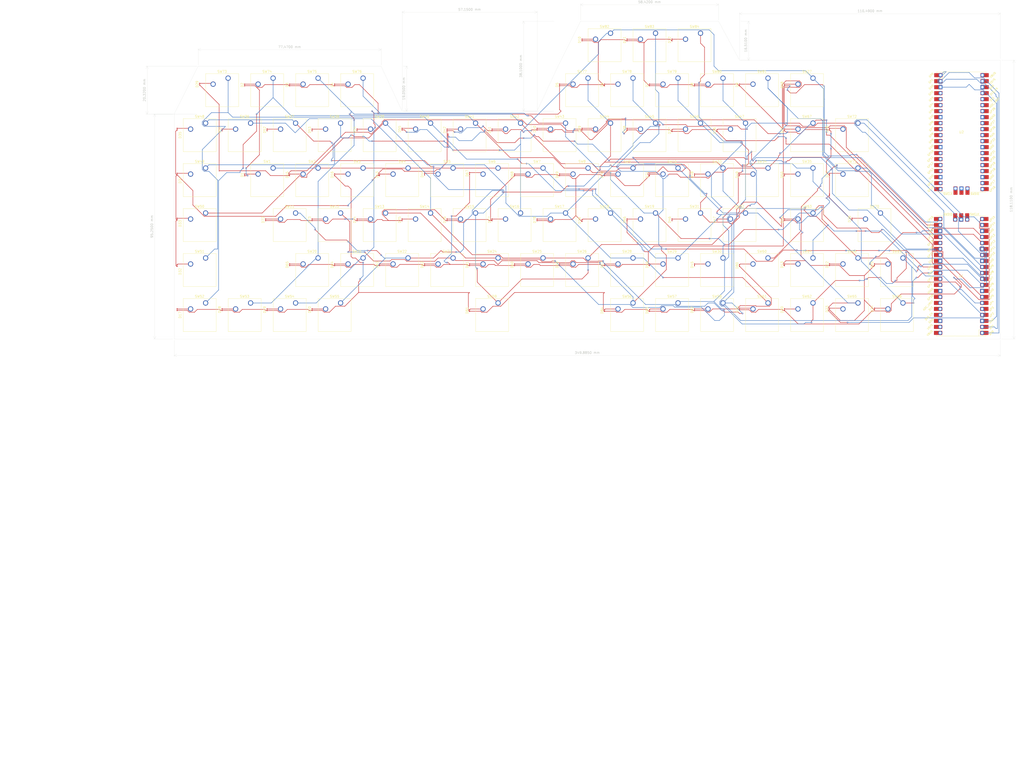
<source format=kicad_pcb>
(kicad_pcb (version 20240108) (generator "pcbnew") (generator_version "8.0")
  (layers (0 "F.Cu" signal) (31 "B.Cu" signal) (34 "B.Paste" user) (35 "F.Paste" user) (36 "B.SilkS" user "B.Silkscreen") (37 "F.SilkS" user "F.Silkscreen") (38 "B.Mask" user) (39 "F.Mask" user) (44 "Edge.Cuts" user))
  (net 0 "")
  (net 1 "Net-(D1-A)")
  (net 2 "Row 0")
  (net 3 "Net-(D2-A)")
  (net 4 "Net-(D3-A)")
  (net 5 "Net-(D4-A)")
  (net 6 "Net-(D5-A)")
  (net 7 "Net-(D6-A)")
  (net 8 "Net-(D7-A)")
  (net 9 "Net-(D8-A)")
  (net 10 "Net-(D9-A)")
  (net 11 "Net-(D10-A)")
  (net 12 "Net-(D11-A)")
  (net 13 "Net-(D12-A)")
  (net 14 "Net-(D13-A)")
  (net 15 "Row 1")
  (net 16 "Net-(D14-A)")
  (net 17 "Net-(D15-A)")
  (net 18 "Net-(D16-A)")
  (net 19 "Row 2")
  (net 20 "Net-(D17-A)")
  (net 21 "Net-(D18-A)")
  (net 22 "Net-(D19-A)")
  (net 23 "Net-(D20-A)")
  (net 24 "Net-(D21-A)")
  (net 25 "Net-(D22-A)")
  (net 26 "Net-(D23-A)")
  (net 27 "Net-(D24-A)")
  (net 28 "Net-(D25-A)")
  (net 29 "Net-(D26-A)")
  (net 30 "Net-(D27-A)")
  (net 31 "Net-(D28-A)")
  (net 32 "Net-(D29-A)")
  (net 33 "Net-(D30-A)")
  (net 34 "Net-(D31-A)")
  (net 35 "Net-(D32-A)")
  (net 36 "Row 3")
  (net 37 "Net-(D33-A)")
  (net 38 "Net-(D34-A)")
  (net 39 "Net-(D35-A)")
  (net 40 "Net-(D36-A)")
  (net 41 "Net-(D37-A)")
  (net 42 "Net-(D38-A)")
  (net 43 "Net-(D39-A)")
  (net 44 "Net-(D40-A)")
  (net 45 "Net-(D41-A)")
  (net 46 "Net-(D42-A)")
  (net 47 "Net-(D43-A)")
  (net 49 "Net-(D44-A)")
  (net 51 "Net-(D45-A)")
  (net 52 "Net-(D46-A)")
  (net 55 "Net-(D47-A)")
  (net 57 "Net-(D48-A)")
  (net 59 "Net-(D49-A)")
  (net 61 "Net-(D50-A)")
  (net 62 "Net-(D51-A)")
  (net 64 "Net-(D52-A)")
  (net 67 "Net-(D53-A)")
  (net 68 "Net-(D54-A)")
  (net 70 "Net-(D55-A)")
  (net 71 "Row 4")
  (net 72 "Row 5")
  (net 73 "Net-(D56-A)")
  (net 74 "Net-(D57-A)")
  (net 75 "Net-(D58-A)")
  (net 76 "Net-(D59-A)")
  (net 77 "Net-(D60-A)")
  (net 78 "Net-(D61-A)")
  (net 79 "Net-(D62-A)")
  (net 80 "Net-(D63-A)")
  (net 81 "Net-(D64-A)")
  (net 82 "Net-(D65-A)")
  (net 83 "Net-(D66-A)")
  (net 84 "Net-(D67-A)")
  (net 85 "Row 6")
  (net 86 "Net-(D68-A)")
  (net 87 "Net-(D69-A)")
  (net 88 "Net-(D70-A)")
  (net 89 "Net-(D71-A)")
  (net 90 "Net-(D72-A)")
  (net 91 "Net-(D73-A)")
  (net 92 "Net-(D74-A)")
  (net 93 "Net-(D75-A)")
  (net 94 "Net-(D76-A)")
  (net 95 "Net-(D77-A)")
  (net 96 "Net-(D78-A)")
  (net 97 "Net-(D79-A)")
  (net 98 "Net-(D80-A)")
  (net 99 "Net-(D81-A)")
  (net 100 "Net-(D82-A)")
  (net 101 "Net-(D83-A)")
  (net 102 "Net-(D84-A)")
  (net 103 "Column 0")
  (net 104 "Column 1")
  (net 105 "Column 2")
  (net 106 "Column 3")
  (net 107 "Column 4")
  (net 108 "Column 5")
  (net 109 "Column 6")
  (net 110 "Column 7")
  (net 111 "Column 8")
  (net 112 "Column 9")
  (net 113 "Column 10")
  (net 114 "Column 11")
  (net 125 "Net-(U1-GPIO1)")
  (net 153 "Net-(U1-GPIO0)")
  (net 160 "Net-(U1-GND-Pad3)")
  (footprint "LED_SMD:LED_0201_0603Metric" (layer "F.Cu") (at 212.725 -150.81 90)
    (property "Reference" "D72")
    (property "Value" "D")
  )
  (footprint "Button_Switch_Keyboard:SW_Cherry_MX_1.00u_PCB" (layer "F.Cu") (at 349.25 -210.82)
    (property "Reference" "SW77")
    (property "Value" "SW_Push")
  )
  (footprint "LED_SMD:LED_0201_0603Metric" (layer "F.Cu") (at 451.485 -113.03 90)
    (property "Reference" "D23")
    (property "Value" "D")
  )
  (footprint "Button_Switch_Keyboard:SW_Cherry_MX_1.00u_PCB" (layer "F.Cu") (at 368.3 -134.62)
    (property "Reference" "SW28")
    (property "Value" "SW_Push")
  )
  (footprint "Button_Switch_Keyboard:SW_Cherry_MX_1.00u_PCB" (layer "F.Cu") (at 444.5 -191.77)
    (property "Reference" "SW67")
    (property "Value" "SW_Push")
  )
  (footprint "Button_Switch_Keyboard:SW_Cherry_MX_1.00u_PCB" (layer "F.Cu") (at 273.05 -134.62)
    (property "Reference" "SW22")
    (property "Value" "SW_Push")
  )
  (footprint "LED_SMD:LED_0201_0603Metric" (layer "F.Cu") (at 413.385 -113.03 90)
    (property "Reference" "D31")
    (property "Value" "D")
  )
  (footprint "LED_SMD:LED_0201_0603Metric" (layer "F.Cu") (at 413.385 -169.865 90)
    (property "Reference" "D49")
    (property "Value" "D")
  )
  (footprint "LED_SMD:LED_0201_0603Metric" (layer "F.Cu") (at 280.035 -131.76 90)
    (property "Reference" "D62")
    (property "Value" "D")
  )
  (footprint "Button_Switch_Keyboard:SW_Cherry_MX_1.00u_PCB" (layer "F.Cu") (at 377.825 -229.87)
    (property "Reference" "SW83")
    (property "Value" "SW_Push")
  )
  (footprint "Button_Switch_Keyboard:SW_Cherry_MX_1.00u_PCB" (layer "F.Cu") (at 463.55 -115.57)
    (property "Reference" "SW65")
    (property "Value" "SW_Push")
  )
  (footprint "Button_Switch_Keyboard:SW_Cherry_MX_1.00u_PCB" (layer "F.Cu") (at 263.525 -153.67)
    (property "Reference" "SW13")
    (property "Value" "SW_Push")
  )
  (footprint "Button_Switch_Keyboard:SW_Cherry_MX_1.00u_PCB" (layer "F.Cu") (at 234.95 -134.62)
    (property "Reference" "SW20")
    (property "Value" "SW_Push")
  )
  (footprint "Button_Switch_Keyboard:SW_Cherry_MX_1.00u_PCB" (layer "F.Cu") (at 473.075 -153.67)
    (property "Reference" "SW70")
    (property "Value" "SW_Push")
  )
  (footprint "LED_SMD:LED_0201_0603Metric" (layer "F.Cu") (at 403.86 -188.595 90)
    (property "Reference" "D36")
    (property "Value" "D")
  )
  (footprint "LED_SMD:LED_0201_0603Metric" (layer "F.Cu") (at 356.235 -169.86 90)
    (property "Reference" "D70")
    (property "Value" "D")
  )
  (footprint "Button_Switch_Keyboard:SW_Cherry_MX_1.00u_PCB" (layer "F.Cu") (at 339.725 -191.77)
    (property "Reference" "SW43")
    (property "Value" "SW_Push")
  )
  (footprint "LED_SMD:LED_0201_0603Metric" (layer "F.Cu") (at 337.185 -169.86 90)
    (property "Reference" "D69")
    (property "Value" "D")
  )
  (footprint "Button_Switch_Keyboard:SW_Cherry_MX_1.00u_PCB" (layer "F.Cu") (at 311.15 -115.57)
    (property "Reference" "SW59")
    (property "Value" "SW_Push")
  )
  (footprint "LED_SMD:LED_0201_0603Metric" (layer "F.Cu") (at 213.36 -188.915 90)
    (property "Reference" "D52")
    (property "Value" "D")
  )
  (footprint "Button_Switch_Keyboard:SW_Cherry_MX_1.00u_PCB" (layer "F.Cu") (at 396.875 -153.67)
    (property "Reference" "SW31")
    (property "Value" "SW_Push")
  )
  (footprint "Button_Switch_Keyboard:SW_Cherry_MX_1.00u_PCB" (layer "F.Cu") (at 387.35 -134.62)
    (property "Reference" "SW29")
    (property "Value" "SW_Push")
  )
  (footprint "LED_SMD:LED_0201_0603Metric" (layer "F.Cu") (at 356.235 -207.965 90)
    (property "Reference" "D6")
    (property "Value" "D")
  )
  (footprint "LED_SMD:LED_0201_0603Metric" (layer "F.Cu") (at 432.435 -188.94 90)
    (property "Reference" "D21")
    (property "Value" "D")
  )
  (footprint "Button_Switch_Keyboard:SW_Cherry_MX_1.00u_PCB" (layer "F.Cu") (at 254 -172.72)
    (property "Reference" "SW3")
    (property "Value" "SW_Push")
  )
  (footprint "Button_Switch_Keyboard:SW_Cherry_MX_1.00u_PCB" (layer "F.Cu") (at 282.575 -153.67)
    (property "Reference" "SW14")
    (property "Value" "SW_Push")
  )
  (footprint "Button_Switch_Keyboard:SW_Cherry_MX_1.00u_PCB" (layer "F.Cu") (at 320.675 -153.67)
    (property "Reference" "SW16")
    (property "Value" "SW_Push")
  )
  (footprint "Button_Switch_Keyboard:SW_Cherry_MX_1.00u_PCB" (layer "F.Cu") (at 320.675 -191.77)
    (property "Reference" "SW42")
    (property "Value" "SW_Push")
  )
  (footprint "LED_SMD:LED_0201_0603Metric" (layer "F.Cu") (at 175.26 -131.445 90)
    (property "Reference" "D32")
    (property "Value" "D")
  )
  (footprint "LED_SMD:LED_0201_0603Metric" (layer "F.Cu") (at 251.46 -150.81 90)
    (property "Reference" "D74")
    (property "Value" "D")
  )
  (footprint "Button_Switch_Keyboard:SW_Cherry_MX_1.00u_PCB" (layer "F.Cu") (at 425.45 -172.72)
    (property "Reference" "SW34")
    (property "Value" "SW_Push")
  )
  (footprint "Button_Switch_Keyboard:SW_Cherry_MX_1.00u_PCB" (layer "F.Cu") (at 482.6 -134.62)
    (property "Reference" "SW69")
    (property "Value" "SW_Push")
  )
  (footprint "Button_Switch_Keyboard:SW_Cherry_MX_1.00u_PCB" (layer "F.Cu") (at 263.525 -191.77)
    (property "Reference" "SW39")
    (property "Value" "SW_Push")
  )
  (footprint "Button_Switch_Keyboard:SW_Cherry_MX_1.00u_PCB" (layer "F.Cu") (at 444.5 -153.67)
    (property "Reference" "SW63")
    (property "Value" "SW_Push")
  )
  (footprint "Button_Switch_Keyboard:SW_Cherry_MX_1.00u_PCB" (layer "F.Cu") (at 425.45 -134.62)
    (property "Reference" "SW60")
    (property "Value" "SW_Push")
  )
  (footprint "LED_SMD:LED_0201_0603Metric" (layer "F.Cu") (at 289.56 -150.81 90)
    (property "Reference" "D76")
    (property "Value" "D")
  )
  (footprint "Button_Switch_Keyboard:SW_Cherry_MX_1.00u_PCB" (layer "F.Cu") (at 406.4 -134.62)
    (property "Reference" "SW30")
    (property "Value" "SW_Push")
  )
  (footprint "LED_SMD:LED_0201_0603Metric" (layer "F.Cu") (at 241.935 -131.76 90)
    (property "Reference" "D64")
    (property "Value" "D")
  )
  (footprint "Button_Switch_Keyboard:SW_Cherry_MX_1.00u_PCB" (layer "F.Cu") (at 301.625 -153.67)
    (property "Reference" "SW15")
    (property "Value" "SW_Push")
  )
  (footprint "Button_Switch_Keyboard:SW_Cherry_MX_1.00u_PCB" (layer "F.Cu") (at 187.325 -153.67)
    (property "Reference" "SW50")
    (property "Value" "SW_Push")
  )
  (footprint "Button_Switch_Keyboard:SW_Cherry_MX_1.00u_PCB" (layer "F.Cu") (at 187.325 -172.72)
    (property "Reference" "SW49")
    (property "Value" "SW_Push")
  )
  (footprint "Button_Switch_Keyboard:SW_Cherry_MX_1.00u_PCB" (layer "F.Cu") (at 387.35 -210.82)
    (property "Reference" "SW79")
    (property "Value" "SW_Push")
  )
  (footprint "LED_SMD:LED_0201_0603Metric" (layer "F.Cu") (at 327.66 -150.785 90)
    (property "Reference" "D78")
    (property "Value" "D")
  )
  (footprint "LED_SMD:LED_0201_0603Metric" (layer "F.Cu") (at 289.56 -188.885 90)
    (property "Reference" "D42")
    (property "Value" "D")
  )
  (footprint "Button_Switch_Keyboard:SW_Cherry_MX_1.00u_PCB" (layer "F.Cu") (at 444.5 -172.72)
    (property "Reference" "SW35")
    (property "Value" "SW_Push")
  )
  (footprint "LED_SMD:LED_0201_0603Metric" (layer "F.Cu") (at 337.185 -207.965 90)
    (property "Reference" "D5")
    (property "Value" "D")
  )
  (footprint "Button_Switch_Keyboard:SW_Cherry_MX_1.00u_PCB" (layer "F.Cu") (at 254 -134.62)
    (property "Reference" "SW21")
    (property "Value" "SW_Push")
  )
  (footprint "LED_SMD:LED_0201_0603Metric" (layer "F.Cu") (at 365.76 -227.015 90)
    (property "Reference" "D11")
    (property "Value" "D")
  )
  (footprint "Button_Switch_Keyboard:SW_Cherry_MX_1.00u_PCB" (layer "F.Cu") (at 187.325 -134.62)
    (property "Reference" "SW51")
    (property "Value" "SW_Push")
  )
  (footprint "Button_Switch_Keyboard:SW_Cherry_MX_1.00u_PCB" (layer "F.Cu") (at 234.95 -210.82)
    (property "Reference" "SW75")
    (property "Value" "SW_Push")
  )
  (footprint "LED_SMD:LED_0201_0603Metric" (layer "F.Cu") (at 470.535 -113.03 90)
    (property "Reference" "D24")
    (property "Value" "D")
  )
  (footprint "Button_Switch_Keyboard:SW_Cherry_MX_1.00u_PCB" (layer "F.Cu") (at 273.05 -172.72)
    (property "Reference" "SW4")
    (property "Value" "SW_Push")
  )
  (footprint "LED_SMD:LED_0201_0603Metric" (layer "F.Cu") (at 308.61 -150.81 90)
    (property "Reference" "D77")
    (property "Value" "D")
  )
  (footprint "raspi:RPi_Pico_SMD_TH" (layer "F.Cu") (at 507.25 -127.015 180)
    (property "Reference" "U1")
    (property "Value" "Pico")
  )
  (footprint "LED_SMD:LED_0201_0603Metric" (layer "F.Cu") (at 413.385 -131.445 90)
    (property "Reference" "D80")
    (property "Value" "D")
  )
  (footprint "LED_SMD:LED_0201_0603Metric" (layer "F.Cu") (at 394.335 -131.735 90)
    (property "Reference" "D45")
    (property "Value" "D")
  )
  (footprint "LED_SMD:LED_0201_0603Metric" (layer "F.Cu") (at 194.31 -188.885 90)
    (property "Reference" "D51")
    (property "Value" "D")
  )
  (footprint "LED_SMD:LED_0201_0603Metric" (layer "F.Cu") (at 346.71 -150.495 90)
    (property "Reference" "D79")
    (property "Value" "D")
  )
  (footprint "LED_SMD:LED_0201_0603Metric" (layer "F.Cu") (at 394.335 -169.865 90)
    (property "Reference" "D48")
    (property "Value" "D")
  )
  (footprint "LED_SMD:LED_0201_0603Metric" (layer "F.Cu") (at 346.71 -189.23 90)
    (property "Reference" "D39")
    (property "Value" "D")
  )
  (footprint "Button_Switch_Keyboard:SW_Cherry_MX_1.00u_PCB" (layer "F.Cu") (at 187.325 -191.77)
    (property "Reference" "SW48")
    (property "Value" "SW_Push")
  )
  (footprint "Button_Switch_Keyboard:SW_Cherry_MX_1.00u_PCB" (layer "F.Cu") (at 196.85 -210.82)
    (property "Reference" "SW73")
    (property "Value" "SW_Push")
  )
  (footprint "LED_SMD:LED_0201_0603Metric" (layer "F.Cu") (at 270.51 -189.23 90)
    (property "Reference" "D55")
    (property "Value" "D")
  )
  (footprint "LED_SMD:LED_0201_0603Metric" (layer "F.Cu") (at 241.935 -207.965 90)
    (property "Reference" "D4")
    (property "Value" "D")
  )
  (footprint "Button_Switch_Keyboard:SW_Cherry_MX_1.00u_PCB" (layer "F.Cu") (at 330.2 -134.62)
    (property "Reference" "SW25")
    (property "Value" "SW_Push")
  )
  (footprint "Button_Switch_Keyboard:SW_Cherry_MX_1.00u_PCB" (layer "F.Cu") (at 301.625 -191.77)
    (property "Reference" "SW41")
    (property "Value" "SW_Push")
  )
  (footprint "LED_SMD:LED_0201_0603Metric" (layer "F.Cu") (at 451.485 -170.18 90)
    (property "Reference" "D27")
    (property "Value" "D")
  )
  (footprint "LED_SMD:LED_0201_0603Metric" (layer "F.Cu") (at 375.285 -112.395 90)
    (property "Reference" "D83")
    (property "Value" "D")
  )
  (footprint "Button_Switch_Keyboard:SW_Cherry_MX_1.00u_PCB" (layer "F.Cu") (at 425.45 -115.57)
    (property "Reference" "SW61")
    (property "Value" "SW_Push")
  )
  (footprint "LED_SMD:LED_0201_0603Metric" (layer "F.Cu") (at 299.085 -112.395 90)
    (property "Reference" "D81")
    (property "Value" "D")
  )
  (footprint "LED_SMD:LED_0201_0603Metric" (layer "F.Cu") (at 203.835 -169.835 90)
    (property "Reference" "D1")
    (property "Value" "D")
  )
  (footprint "LED_SMD:LED_0201_0603Metric" (layer "F.Cu") (at 432.435 -169.835 90)
    (property "Reference" "D50")
    (property "Value" "D")
  )
  (footprint "Button_Switch_Keyboard:SW_Cherry_MX_1.00u_PCB" (layer "F.Cu") (at 244.475 -153.67)
    (property "Reference" "SW12")
    (property "Value" "SW_Push")
  )
  (footprint "Button_Switch_Keyboard:SW_Cherry_MX_1.00u_PCB" (layer "F.Cu") (at 368.3 -115.57)
    (property "Reference" "SW56")
    (property "Value" "SW_Push")
  )
  (footprint "Button_Switch_Keyboard:SW_Cherry_MX_1.00u_PCB" (layer "F.Cu") (at 206.375 -191.77)
    (property "Reference" "SW36")
    (property "Value" "SW_Push")
  )
  (footprint "Button_Switch_Keyboard:SW_Cherry_MX_1.00u_PCB" (layer "F.Cu") (at 349.25 -172.72)
    (property "Reference" "SW8")
    (property "Value" "SW_Push")
  )
  (footprint "Button_Switch_Keyboard:SW_Cherry_MX_1.00u_PCB" (layer "F.Cu") (at 358.775 -229.87)
    (property "Reference" "SW82")
    (property "Value" "SW_Push")
  )
  (footprint "LED_SMD:LED_0201_0603Metric" (layer "F.Cu") (at 270.51 -150.81 90)
    (property "Reference" "D75")
    (property "Value" "D")
  )
  (footprint "LED_SMD:LED_0201_0603Metric" (layer "F.Cu") (at 384.81 -227.01 90)
    (property "Reference" "D12")
    (property "Value" "D")
  )
  (footprint "LED_SMD:LED_0201_0603Metric" (layer "F.Cu") (at 356.235 -112.395 90)
    (property "Reference" "D84")
    (property "Value" "D")
  )
  (footprint "Button_Switch_Keyboard:SW_Cherry_MX_1.00u_PCB" (layer "F.Cu") (at 415.925 -153.67)
    (property "Reference" "SW32")
    (property "Value" "SW_Push")
  )
  (footprint "LED_SMD:LED_0201_0603Metric" (layer "F.Cu") (at 194.31 -112.74 90)
    (property "Reference" "D18")
    (property "Value" "D")
  )
  (footprint "Button_Switch_Keyboard:SW_Cherry_MX_1.00u_PCB" (layer "F.Cu") (at 358.775 -153.67)
    (property "Reference" "SW18")
    (property "Value" "SW_Push")
  )
  (footprint "Button_Switch_Keyboard:SW_Cherry_MX_1.00u_PCB" (layer "F.Cu") (at 406.4 -115.57)
    (property "Reference" "SW58")
    (property "Value" "SW_Push")
  )
  (footprint "Button_Switch_Keyboard:SW_Cherry_MX_1.00u_PCB" (layer "F.Cu") (at 244.475 -191.77)
    (property "Reference" "SW38")
    (property "Value" "SW_Push")
  )
  (footprint "Button_Switch_Keyboard:SW_Cherry_MX_1.00u_PCB" (layer "F.Cu") (at 358.775 -191.77)
    (property "Reference" "SW44")
    (property "Value" "SW_Push")
  )
  (footprint "Button_Switch_Keyboard:SW_Cherry_MX_1.00u_PCB" (layer "F.Cu") (at 425.45 -210.82)
    (property "Reference" "SW81")
    (property "Value" "SW_Push")
  )
  (footprint "Button_Switch_Keyboard:SW_Cherry_MX_1.00u_PCB" (layer "F.Cu") (at 463.55 -134.62)
    (property "Reference" "SW66")
    (property "Value" "SW_Push")
  )
  (footprint "LED_SMD:LED_0201_0603Metric" (layer "F.Cu") (at 432.435 -150.84 90)
    (property "Reference" "D14")
    (property "Value" "D")
  )
  (footprint "LED_SMD:LED_0201_0603Metric" (layer "F.Cu") (at 384.81 -150.815 90)
    (property "Reference" "D46")
    (property "Value" "D")
  )
  (footprint "LED_SMD:LED_0201_0603Metric" (layer "F.Cu") (at 175.26 -170.18 90)
    (property "Reference" "D34")
    (property "Value" "D")
  )
  (footprint "Button_Switch_Keyboard:SW_Cherry_MX_1.00u_PCB" (layer "F.Cu") (at 311.15 -172.72)
    (property "Reference" "SW6")
    (property "Value" "SW_Push")
  )
  (footprint "Button_Switch_Keyboard:SW_Cherry_MX_1.00u_PCB" (layer "F.Cu") (at 349.25 -134.62)
    (property "Reference" "SW26")
    (property "Value" "SW_Push")
  )
  (footprint "Button_Switch_Keyboard:SW_Cherry_MX_1.00u_PCB" (layer "F.Cu") (at 292.1 -172.72)
    (property "Reference" "SW5")
    (property "Value" "SW_Push")
  )
  (footprint "Button_Switch_Keyboard:SW_Cherry_MX_1.00u_PCB" (layer "F.Cu") (at 292.1 -134.62)
    (property "Reference" "SW23")
    (property "Value" "SW_Push")
  )
  (footprint "Button_Switch_Keyboard:SW_Cherry_MX_1.00u_PCB" (layer "F.Cu") (at 215.9 -172.72)
    (property "Reference" "SW1")
    (property "Value" "SW_Push")
  )
  (footprint "Button_Switch_Keyboard:SW_Cherry_MX_1.00u_PCB" (layer "F.Cu") (at 406.4 -172.72)
    (property "Reference" "SW33")
    (property "Value" "SW_Push")
  )
  (footprint "Button_Switch_Keyboard:SW_Cherry_MX_1.00u_PCB" (layer "F.Cu") (at 368.3 -172.72)
    (property "Reference" "SW9")
    (property "Value" "SW_Push")
  )
  (footprint "LED_SMD:LED_0201_0603Metric" (layer "F.Cu") (at 280.035 -170.18 90)
    (property "Reference" "D44")
    (property "Value" "D")
  )
  (footprint "Button_Switch_Keyboard:SW_Cherry_MX_1.00u_PCB" (layer "F.Cu") (at 187.325 -115.57)
    (property "Reference" "SW52")
    (property "Value" "SW_Push")
  )
  (footprint "Button_Switch_Keyboard:SW_Cherry_MX_1.00u_PCB" (layer "F.Cu") (at 311.15 -134.62)
    (property "Reference" "SW24")
    (property "Value" "SW_Push")
  )
  (footprint "Button_Switch_Keyboard:SW_Cherry_MX_1.00u_PCB" (layer "F.Cu") (at 215.9 -210.82)
    (property "Reference" "SW74")
    (property "Value" "SW_Push")
  )
  (footprint "LED_SMD:LED_0201_0603Metric" (layer "F.Cu") (at 365.76 -150.81 90)
    (property "Reference" "D66")
    (property "Value" "D")
  )
  (footprint "Button_Switch_Keyboard:SW_Cherry_MX_1.00u_PCB" (layer "F.Cu") (at 244.475 -115.57)
    (property "Reference" "SW55")
    (property "Value" "SW_Push")
  )
  (footprint "LED_SMD:LED_0201_0603Metric" (layer "F.Cu") (at 337.185 -131.76 90)
    (property "Reference" "D59")
    (property "Value" "D")
  )
  (footprint "Button_Switch_Keyboard:SW_Cherry_MX_1.00u_PCB" (layer "F.Cu") (at 415.925 -191.77)
    (property "Reference" "SW47")
    (property "Value" "SW_Push")
  )
  (footprint "LED_SMD:LED_0201_0603Metric" (layer "F.Cu") (at 175.26 -112.74 90)
    (property "Reference" "D17")
    (property "Value" "D")
  )
  (footprint "LED_SMD:LED_0201_0603Metric" (layer "F.Cu") (at 394.335 -112.685 90)
    (property "Reference" "D82")
    (property "Value" "D")
  )
  (footprint "Button_Switch_Keyboard:SW_Cherry_MX_1.00u_PCB" (layer "F.Cu") (at 368.3 -210.82)
    (property "Reference" "SW78")
    (property "Value" "SW_Push")
  )
  (footprint "LED_SMD:LED_0201_0603Metric" (layer "F.Cu") (at 365.76 -189.23 90)
    (property "Reference" "D38")
    (property "Value" "D")
  )
  (footprint "LED_SMD:LED_0201_0603Metric" (layer "F.Cu") (at 232.41 -112.74 90)
    (property "Reference" "D20")
    (property "Value" "D")
  )
  (footprint "LED_SMD:LED_0201_0603Metric" (layer "F.Cu") (at 175.26 -151.13 90)
    (property "Reference" "D33")
    (property "Value" "D")
  )
  (footprint "Button_Switch_Keyboard:SW_Cherry_MX_1.00u_PCB" (layer "F.Cu") (at 377.825 -191.77)
    (property "Reference" "SW45")
    (property "Value" "SW_Push")
  )
  (footprint "LED_SMD:LED_0201_0603Metric" (layer "F.Cu") (at 222.885 -169.86 90)
    (property "Reference" "D15")
    (property "Value" "D")
  )
  (footprint "LED_SMD:LED_0201_0603Metric" (layer "F.Cu") (at 432.435 -131.76 90)
    (property "Reference" "D13")
    (property "Value" "D")
  )
  (footprint "LED_SMD:LED_0201_0603Metric" (layer "F.Cu") (at 432.435 -207.935 90)
    (property "Reference" "D58")
    (property "Value" "D")
  )
  (footprint "LED_SMD:LED_0201_0603Metric" (layer "F.Cu") (at 213.36 -112.71 90)
    (property "Reference" "D19")
    (property "Value" "D")
  )
  (footprint "Button_Switch_Keyboard:SW_Cherry_MX_1.00u_PCB" (layer "F.Cu") (at 444.5 -115.57)
    (property "Reference" "SW62")
    (property "Value" "SW_Push")
  )
  (footprint "LED_SMD:LED_0201_0603Metric" (layer "F.Cu") (at 346.71 -227.015 90)
    (property "Reference" "D10")
    (property "Value" "D")
  )
  (footprint "LED_SMD:LED_0201_0603Metric" (layer "F.Cu") (at 451.485 -131.79 90)
    (property "Reference" "D22")
    (property "Value" "D")
  )
  (footprint "Button_Switch_Keyboard:SW_Cherry_MX_1.00u_PCB" (layer "F.Cu") (at 463.55 -191.77)
    (property "Reference" "SW72")
    (property "Value" "SW_Push")
  )
  (footprint "LED_SMD:LED_0201_0603Metric" (layer "F.Cu") (at 222.885 -207.935 90)
    (property "Reference" "D3")
    (property "Value" "D")
  )
  (footprint "Button_Switch_Keyboard:SW_Cherry_MX_1.00u_PCB" (layer "F.Cu") (at 387.35 -172.72)
    (property "Reference" "SW10")
    (property "Value" "SW_Push")
  )
  (footprint "LED_SMD:LED_0201_0603Metric" (layer "F.Cu") (at 394.335 -207.935 90)
    (property "Reference" "D8")
    (property "Value" "D")
  )
  (footprint "Button_Switch_Keyboard:SW_Cherry_MX_1.00u_PCB" (layer "F.Cu") (at 444.5 -210.82)
    (property "Reference" "SW27")
    (property "Value" "SW_Push")
  )
  (footprint "Button_Switch_Keyboard:SW_Cherry_MX_1.00u_PCB" (layer "F.Cu") (at 225.425 -191.77)
    (property "Reference" "SW37")
    (property "Value" "SW_Push")
  )
  (footprint "LED_SMD:LED_0201_0603Metric" (layer "F.Cu") (at 432.435 -112.74 90)
    (property "Reference" "D30")
    (property "Value" "D")
  )
  (footprint "Button_Switch_Keyboard:SW_Cherry_MX_1.00u_PCB" (layer "F.Cu") (at 330.2 -172.72)
    (property "Reference" "SW7")
    (property "Value" "SW_Push")
  )
  (footprint "LED_SMD:LED_0201_0603Metric" (layer "F.Cu") (at 222.885 -131.765 90)
    (property "Reference" "D65")
    (property "Value" "D")
  )
  (footprint "LED_SMD:LED_0201_0603Metric" (layer "F.Cu") (at 451.485 -189.23 90)
    (property "Reference" "D28")
    (property "Value" "D")
  )
  (footprint "Button_Switch_Keyboard:SW_Cherry_MX_1.00u_PCB" (layer "F.Cu") (at 406.4 -210.82)
    (property "Reference" "SW80")
    (property "Value" "SW_Push")
  )
  (footprint "LED_SMD:LED_0201_0603Metric" (layer "F.Cu") (at 184.785 -208.28 90)
    (property "Reference" "D29")
    (property "Value" "D")
  )
  (footprint "Button_Switch_Keyboard:SW_Cherry_MX_1.00u_PCB" (layer "F.Cu") (at 225.425 -153.67)
    (property "Reference" "SW11")
    (property "Value" "SW_Push")
  )
  (footprint "Button_Switch_Keyboard:SW_Cherry_MX_1.00u_PCB" (layer "F.Cu") (at 377.825 -153.67)
    (property "Reference" "SW19")
    (property "Value" "SW_Push")
  )
  (footprint "Button_Switch_Keyboard:SW_Cherry_MX_1.00u_PCB" (layer "F.Cu") (at 396.875 -191.77)
    (property "Reference" "SW46")
    (property "Value" "SW_Push")
  )
  (footprint "LED_SMD:LED_0201_0603Metric" (layer "F.Cu") (at 299.085 -131.76 90)
    (property "Reference" "D61")
    (property "Value" "D")
  )
  (footprint "Button_Switch_Keyboard:SW_Cherry_MX_1.00u_PCB" (layer "F.Cu") (at 339.725 -153.67)
    (property "Reference" "SW17")
    (property "Value" "SW_Push")
  )
  (footprint "Button_Switch_Keyboard:SW_Cherry_MX_1.00u_PCB" (layer "F.Cu") (at 444.5 -134.62)
    (property "Reference" "SW64")
    (property "Value" "SW_Push")
  )
  (footprint "Button_Switch_Keyboard:SW_Cherry_MX_1.00u_PCB" (layer "F.Cu") (at 482.6 -115.57)
    (property "Reference" "SW68")
    (property "Value" "SW_Push")
  )
  (footprint "LED_SMD:LED_0201_0603Metric" (layer "F.Cu") (at 299.085 -170.495 90)
    (property "Reference" "D67")
    (property "Value" "D")
  )
  (footprint "LED_SMD:LED_0201_0603Metric" (layer "F.Cu") (at 232.41 -188.885 90)
    (property "Reference" "D53")
    (property "Value" "D")
  )
  (footprint "LED_SMD:LED_0201_0603Metric" (layer "F.Cu") (at 318.135 -131.76 90)
    (property "Reference" "D60")
    (property "Value" "D")
  )
  (footprint "LED_SMD:LED_0201_0603Metric" (layer "F.Cu") (at 375.285 -131.76 90)
    (property "Reference" "D56")
    (property "Value" "D")
  )
  (footprint "LED_SMD:LED_0201_0603Metric" (layer "F.Cu") (at 241.935 -169.89 90)
    (property "Reference" "D16")
    (property "Value" "D")
  )
  (footprint "LED_SMD:LED_0201_0603Metric" (layer "F.Cu") (at 375.285 -169.86 90)
    (property "Reference" "D71")
    (property "Value" "D")
  )
  (footprint "LED_SMD:LED_0201_0603Metric" (layer "F.Cu") (at 260.985 -169.865 90)
    (property "Reference" "D43")
    (property "Value" "D")
  )
  (footprint "LED_SMD:LED_0201_0603Metric" (layer "F.Cu") (at 308.61 -188.885 90)
    (property "Reference" "D41")
    (property "Value" "D")
  )
  (footprint "Button_Switch_Keyboard:SW_Cherry_MX_1.00u_PCB" (layer "F.Cu") (at 396.875 -229.87)
    (property "Reference" "SW84")
    (property "Value" "SW_Push")
  )
  (footprint "LED_SMD:LED_0201_0603Metric" (layer "F.Cu") (at 403.86 -150.785 90)
    (property "Reference" "D47")
    (property "Value" "D")
  )
  (footprint "LED_SMD:LED_0201_0603Metric" (layer "F.Cu") (at 260.985 -131.76 90)
    (property "Reference" "D63")
    (property "Value" "D")
  )
  (footprint "raspi:RPi_Pico_SMD_TH" (layer "F.Cu") (at 507.365 -187.96)
    (property "Reference" "U2")
    (property "Value" "Pico")
  )
  (footprint "LED_SMD:LED_0201_0603Metric" (layer "F.Cu") (at 318.135 -169.86 90)
    (property "Reference" "D68")
    (property "Value" "D")
  )
  (footprint "LED_SMD:LED_0201_0603Metric" (layer "F.Cu") (at 470.535 -131.79 90)
    (property "Reference" "D25")
    (property "Value" "D")
  )
  (footprint "LED_SMD:LED_0201_0603Metric" (layer "F.Cu") (at 251.46 -188.915 90)
    (property "Reference" "D54")
    (property "Value" "D")
  )
  (footprint "LED_SMD:LED_0201_0603Metric" (layer "F.Cu") (at 356.235 -131.76 90)
    (property "Reference" "D57")
    (property "Value" "D")
  )
  (footprint "LED_SMD:LED_0201_0603Metric" (layer "F.Cu") (at 375.285 -207.965 90)
    (property "Reference" "D7")
    (property "Value" "D")
  )
  (footprint "Button_Switch_Keyboard:SW_Cherry_MX_1.00u_PCB" (layer "F.Cu") (at 234.95 -172.72)
    (property "Reference" "SW2")
    (property "Value" "SW_Push")
  )
  (footprint "LED_SMD:LED_0201_0603Metric" (layer "F.Cu") (at 413.385 -207.965 90)
    (property "Reference" "D9")
    (property "Value" "D")
  )
  (footprint "Button_Switch_Keyboard:SW_Cherry_MX_1.00u_PCB" (layer "F.Cu") (at 282.575 -191.77)
    (property "Reference" "SW40")
    (property "Value" "SW_Push")
  )
  (footprint "LED_SMD:LED_0201_0603Metric" (layer "F.Cu") (at 175.26 -189.23 90)
    (property "Reference" "D35")
    (property "Value" "D")
  )
  (footprint "LED_SMD:LED_0201_0603Metric" (layer "F.Cu") (at 327.66 -189.23 90)
    (property "Reference" "D40")
    (property "Value" "D")
  )
  (footprint "Button_Switch_Keyboard:SW_Cherry_MX_1.00u_PCB" (layer "F.Cu") (at 254 -210.82)
    (property "Reference" "SW76")
    (property "Value" "SW_Push")
  )
  (footprint "Button_Switch_Keyboard:SW_Cherry_MX_1.00u_PCB" (layer "F.Cu") (at 225.425 -115.57)
    (property "Reference" "SW54")
    (property "Value" "SW_Push")
  )
  (footprint "LED_SMD:LED_0201_0603Metric" (layer "F.Cu") (at 203.835 -207.935 90)
    (property "Reference" "D2")
    (property "Value" "D")
  )
  (footprint "LED_SMD:LED_0201_0603Metric" (layer "F.Cu") (at 461.01 -151.13 90)
    (property "Reference" "D26")
    (property "Value" "D")
  )
  (footprint "Button_Switch_Keyboard:SW_Cherry_MX_1.00u_PCB" (layer "F.Cu") (at 206.375 -115.57)
    (property "Reference" "SW53")
    (property "Value" "SW_Push")
  )
  (footprint "LED_SMD:LED_0201_0603Metric" (layer "F.Cu") (at 232.41 -150.81 90)
    (property "Reference" "D73")
    (property "Value" "D")
  )
  (footprint "LED_SMD:LED_0201_0603Metric" (layer "F.Cu") (at 384.81 -188.595 90)
    (property "Reference" "D37")
    (property "Value" "D")
  )
  (footprint "Button_Switch_Keyboard:SW_Cherry_MX_1.00u_PCB" (layer "F.Cu") (at 463.55 -172.72)
    (property "Reference" "SW71")
    (property "Value" "SW_Push")
  )
  (footprint "Button_Switch_Keyboard:SW_Cherry_MX_1.00u_PCB" (layer "F.Cu") (at 387.35 -115.57)
    (property "Reference" "SW57")
    (property "Value" "SW_Push")
  )
  (gr_poly (pts (xy 523.875 -100.33) (xy 523.875 -218.44) (xy 413.385 -218.44) (xy 404.495 -234.95) (xy 346.075 -234.95) (xy 336.55 -215.9) (xy 327.66 -196.85) (xy 270.51 -196.85) (xy 261.62 -215.9) (xy 184.15 -215.9) (xy 173.99 -195.58) (xy 173.99 -100.33)) (stroke (width 0.05)) (fill none) (layer "Edge.Cuts"))
  (dimension (type aligned) (layer "Edge.Cuts") (pts (xy 413.385 -218.44) (xy 413.385 -234.95)) (height 3.81) (gr_text "16,5100 mm" (at 416.045 -226.695 90) (layer "Edge.Cuts") (effects (font (size 1 1) (thickness 0.15)))) (format (prefix "") (suffix "") (units 3) (units_format 1) (precision 4)) (style (thickness 0.05) (arrow_length 1.27) (text_position_mode 0) (extension_height 0.58642) (extension_offset 0.5) keep_text_aligned))
  (dimension (type aligned) (layer "Edge.Cuts") (pts (xy 335.28 -196.85) (xy 335.28 -234.95)) (height -13.335) (gr_text "38,1000 mm" (at 320.795 -215.9 90) (layer "Edge.Cuts") (effects (font (size 1 1) (thickness 0.15)))) (format (prefix "") (suffix "") (units 3) (units_format 1) (precision 4)) (style (thickness 0.05) (arrow_length 1.27) (text_position_mode 0) (extension_height 0.58642) (extension_offset 0.5) keep_text_aligned))
  (dimension (type aligned) (layer "Edge.Cuts") (pts (xy 173.99 -100.33) (xy 173.99 -195.58)) (height -8.255) (gr_text "95,2500 mm" (at 164.585 -147.955 90) (layer "Edge.Cuts") (effects (font (size 1 1) (thickness 0.15)))) (format (prefix "") (suffix "") (units 3) (units_format 1) (precision 4)) (style (thickness 0.05) (arrow_length 1.27) (text_position_mode 0) (extension_height 0.58642) (extension_offset 0.5) keep_text_aligned))
  (dimension (type aligned) (layer "Edge.Cuts") (pts (xy 184.15 -215.9) (xy 261.62 -215.9)) (height -6.985) (gr_text "77,4700 mm" (at 222.885 -224.035 0) (layer "Edge.Cuts") (effects (font (size 1 1) (thickness 0.15)))) (format (prefix "") (suffix "") (units 3) (units_format 1) (precision 4)) (style (thickness 0.05) (arrow_length 1.27) (text_position_mode 0) (extension_height 0.58642) (extension_offset 0.5) keep_text_aligned))
  (dimension (type aligned) (layer "Edge.Cuts") (pts (xy 270.51 -196.85) (xy 270.51 -215.9)) (height 1.905) (gr_text "19,0500 mm" (at 271.265 -206.375 90) (layer "Edge.Cuts") (effects (font (size 1 1) (thickness 0.15)))) (format (prefix "") (suffix "") (units 3) (units_format 1) (precision 4)) (style (thickness 0.05) (arrow_length 1.27) (text_position_mode 0) (extension_height 0.58642) (extension_offset 0.5) keep_text_aligned))
  (dimension (type aligned) (layer "Edge.Cuts") (pts (xy 523.875 -100.33) (xy 173.99 -100.33)) (height -6.985) (gr_text "349,8850 mm" (at 348.9325 -94.495 0) (layer "Edge.Cuts") (effects (font (size 1 1) (thickness 0.15)))) (format (prefix "") (suffix "") (units 3) (units_format 1) (precision 4)) (style (thickness 0.05) (arrow_length 1.27) (text_position_mode 0) (extension_height 0.58642) (extension_offset 0.5) keep_text_aligned))
  (dimension (type aligned) (layer "Edge.Cuts") (pts (xy 523.875 -218.44) (xy 523.875 -100.33)) (height -5.715) (gr_text "118,1100 mm" (at 528.44 -159.385 90) (layer "Edge.Cuts") (effects (font (size 1 1) (thickness 0.15)))) (format (prefix "") (suffix "") (units 3) (units_format 1) (precision 4)) (style (thickness 0.05) (arrow_length 1.27) (text_position_mode 0) (extension_height 0.58642) (extension_offset 0.5) keep_text_aligned))
  (dimension (type aligned) (layer "Edge.Cuts") (pts (xy 413.385 -218.44) (xy 523.875 -218.44)) (height -19.685) (gr_text "110,4900 mm" (at 468.63 -239.275 0) (layer "Edge.Cuts") (effects (font (size 1 1) (thickness 0.15)))) (format (prefix "") (suffix "") (units 3) (units_format 1) (precision 4)) (style (thickness 0.05) (arrow_length 1.27) (text_position_mode 0) (extension_height 0.58642) (extension_offset 0.5) keep_text_aligned))
  (dimension (type aligned) (layer "Edge.Cuts") (pts (xy 270.51 -196.85) (xy 327.66 -196.85)) (height -41.91) (gr_text "57,1500 mm" (at 299.085 -239.91 0) (layer "Edge.Cuts") (effects (font (size 1 1) (thickness 0.15)))) (format (prefix "") (suffix "") (units 3) (units_format 1) (precision 4)) (style (thickness 0.05) (arrow_length 1.27) (text_position_mode 0) (extension_height 0.58642) (extension_offset 0.5) keep_text_aligned))
  (dimension (type aligned) (layer "Edge.Cuts") (pts (xy 184.15 -215.9) (xy 184.15 -195.58)) (height 21.59) (gr_text "20,3200 mm" (at 161.41 -205.74 90) (layer "Edge.Cuts") (effects (font (size 1 1) (thickness 0.15)))) (format (prefix "") (suffix "") (units 3) (units_format 1) (precision 4)) (style (thickness 0.05) (arrow_length 1.27) (text_position_mode 0) (extension_height 0.58642) (extension_offset 0.5) keep_text_aligned))
  (dimension (type aligned) (layer "Edge.Cuts") (pts (xy 346.075 -234.95) (xy 404.495 -234.95)) (height -6.985) (gr_text "58,4200 mm" (at 375.285 -243.085 0) (layer "Edge.Cuts") (effects (font (size 1 1) (thickness 0.15)))) (format (prefix "") (suffix "") (units 3) (units_format 1) (precision 4)) (style (thickness 0.05) (arrow_length 1.27) (text_position_mode 0) (extension_height 0.58642) (extension_offset 0.5) keep_text_aligned))
  (segment (start 209.55 -170.18) (end 203.86 -170.18) (width 0.2) (layer "F.Cu") (net 1))
  (segment (start 203.86 -170.18) (end 203.835 -170.155) (width 0.2) (layer "F.Cu") (net 1))
  (segment (start 365.76 -226.695) (end 370.130101 -226.695) (width 0.2) (layer "F.Cu") (net 2))
  (segment (start 373.101598 -225.93) (end 372.935 -225.763402) (width 0.2) (layer "F.Cu") (net 2))
  (segment (start 458.6 -181.485) (end 495.41 -144.675) (width 0.2) (layer "F.Cu") (net 2))
  (segment (start 393.255 -208.09) (end 393.73 -207.615) (width 0.2) (layer "F.Cu") (net 2))
  (segment (start 341.555101 -207.645) (end 342.320101 -206.88) (width 0.2) (layer "F.Cu") (net 2))
  (segment (start 240.855 -208.09) (end 241.3 -207.645) (width 0.2) (layer "F.Cu") (net 2))
  (segment (start 210.115 -205.735101) (end 210.115 -178.365) (width 0.2) (layer "F.Cu") (net 2))
  (segment (start 431.535 -208.153456) (end 433.061544 -209.68) (width 0.2) (layer "F.Cu") (net 2))
  (segment (start 373.101598 -225.93) (end 374.501598 -227.33) (width 0.2) (layer "F.Cu") (net 2))
  (segment (start 260.35 -200.173402) (end 260.35 -195.58) (width 0.2) (layer "F.Cu") (net 2))
  (segment (start 355.590001 -208.09) (end 356.035001 -207.645) (width 0.2) (layer "F.Cu") (net 2))
  (segment (start 399.470101 -206.88) (end 401.19 -206.88) (width 0.2) (layer "F.Cu") (net 2))
  (segment (start 382.626598 -206.88) (end 383.836598 -208.09) (width 0.2) (layer "F.Cu") (net 2))
  (segment (start 370.895101 -225.93) (end 373.101598 -225.93) (width 0.2) (layer "F.Cu") (net 2))
  (segment (start 336.55 -195.58) (end 337.82 -196.85) (width 0.2) (layer "F.Cu") (net 2))
  (segment (start 222.685001 -207.615) (end 222.885 -207.615) (width 0.2) (layer "F.Cu") (net 2))
  (segment (start 375.285 -207.645) (end 379.655101 -207.645) (width 0.2) (layer "F.Cu") (net 2))
  (segment (start 438.729899 -206.88) (end 437.570101 -206.88) (width 0.2) (layer "F.Cu") (net 2))
  (segment (start 433.175 -190.63) (end 438.729899 -190.63) (width 0.2) (layer "F.Cu") (net 2))
  (segment (start 227.285101 -207.615) (end 228.020101 -206.88) (width 0.2) (layer "F.Cu") (net 2))
  (segment (start 208.235101 -207.615) (end 208.970101 -206.88) (width 0.2) (layer "F.Cu") (net 2))
  (segment (start 495.41 -144.675) (end 512.45 -144.675) (width 0.2) (layer "F.Cu") (net 2))
  (segment (start 230.226598 -206.88) (end 231.436598 -208.09) (width 0.2) (layer "F.Cu") (net 2))
  (segment (start 451.766544 -190.63) (end 457.779899 -190.63) (width 0.2) (layer "F.Cu") (net 2))
  (segment (start 346.71 -226.695) (end 351.080101 -226.695) (width 0.2) (layer "F.Cu") (net 2))
  (segment (start 437.500787 -206.949314) (end 432.335 -206.949314) (width 0.2) (layer "F.Cu") (net 2))
  (segment (start 439.55 -207.700101) (end 438.729899 -206.88) (width 0.2) (layer "F.Cu") (net 2))
  (segment (start 203.835 -169.515) (end 205.075 -169.515) (width 0.2) (layer "F.Cu") (net 2))
  (segment (start 439.511443 -189.848456) (end 450.985 -189.848456) (width 0.2) (layer "F.Cu") (net 2))
  (segment (start 438.729899 -190.63) (end 439.511443 -189.848456) (width 0.2) (layer "F.Cu") (net 2))
  (segment (start 252.433402 -208.09) (end 260.35 -200.173402) (width 0.2) (layer "F.Cu") (net 2))
  (segment (start 356.076544 -207.645) (end 356.235 -207.645) (width 0.2) (layer "F.Cu") (net 2))
  (segment (start 247.070101 -206.88) (end 249.276598 -206.88) (width 0.2) (layer "F.Cu") (net 2))
  (segment (start 458.6 -189.809899) (end 458.6 -181.485) (width 0.2) (layer "F.Cu") (net 2))
  (segment (start 351.845101 -225.93) (end 353.565 -225.93) (width 0.2) (layer "F.Cu") (net 2))
  (segment (start 228.020101 -206.88) (end 230.226598 -206.88) (width 0.2) (layer "F.Cu") (net 2))
  (segment (start 512.45 -144.675) (end 516.14 -140.985) (width 0.2) (layer "F.Cu") (net 2))
  (segment (start 450.985 -189.848456) (end 451.766544 -190.63) (width 0.2) (layer "F.Cu") (net 2))
  (segment (start 354.775 -227.14) (end 364.68 -227.14) (width 0.2) (layer "F.Cu") (net 2))
  (segment (start 372.935 -209.836544) (end 375.126544 -207.645) (width 0.2) (layer "F.Cu") (net 2))
  (segment (start 432.335 -191.47) (end 433.175 -190.63) (width 0.2) (layer "F.Cu") (net 2))
  (segment (start 383.836598 -208.09) (end 393.255 -208.09) (width 0.2) (layer "F.Cu") (net 2))
  (segment (start 372.935 -225.763402) (end 372.935 -209.836544) (width 0.2) (layer "F.Cu") (net 2))
  (segment (start 437.570101 -206.88) (end 437.500787 -206.949314) (width 0.2) (layer "F.Cu") (net 2))
  (segment (start 356.035001 -207.645) (end 356.235 -207.645) (width 0.2) (layer "F.Cu") (net 2))
  (segment (start 413.185001 -207.645) (end 413.385 -207.645) (width 0.2) (layer "F.Cu") (net 2))
  (segment (start 438.729899 -209.68) (end 439.55 -208.859899) (width 0.2) (layer "F.Cu") (net 2))
  (segment (start 432.335 -206.949314) (end 432.335 -191.47) (width 0.2) (layer "F.Cu") (net 2))
  (segment (start 208.970101 -206.88) (end 210.115 -205.735101) (width 0.2) (layer "F.Cu") (net 2))
  (segment (start 345.736598 -208.09) (end 355.590001 -208.09) (width 0.2) (layer "F.Cu") (net 2))
  (segment (start 365.125 -226.695) (end 365.76 -226.695) (width 0.2) (layer "F.Cu") (net 2))
  (segment (start 342.320101 -206.88) (end 344.526598 -206.88) (width 0.2) (layer "F.Cu") (net 2))
  (segment (start 210.115 -178.365) (end 204.47 -172.72) (width 0.2) (layer "F.Cu") (net 2))
  (segment (start 394.335 -207.615) (end 398.735101 -207.615) (width 0.2) (layer "F.Cu") (net 2))
  (segment (start 250.486598 -208.09) (end 252.433402 -208.09) (width 0.2) (layer "F.Cu") (net 2))
  (segment (start 402.59 -208.28) (end 412.550001 -208.28) (width 0.2) (layer "F.Cu") (net 2))
  (segment (start 380.420101 -206.88) (end 382.626598 -206.88) (width 0.2) (layer "F.Cu") (net 2))
  (segment (start 353.565 -225.93) (end 354.775 -227.14) (width 0.2) (layer "F.Cu") (net 2))
  (segment (start 203.835 -207.615) (end 208.235101 -207.615) (width 0.2) (layer "F.Cu") (net 2))
  (segment (start 412.550001 -208.28) (end 413.185001 -207.645) (width 0.2) (layer "F.Cu") (net 2))
  (segment (start 413.385 -207.645) (end 431.535 -189.495) (width 0.2) (layer "F.Cu") (net 2))
  (segment (start 260.35 -195.58) (end 336.55 -195.58) (width 0.2) (layer "F.Cu") (net 2))
  (segment (start 433.061544 -209.68) (end 438.729899 -209.68) (width 0.2) (layer "F.Cu") (net 2))
  (segment (start 383.970001 -227.33) (end 384.610001 -226.69) (width 0.2) (layer "F.Cu") (net 2))
  (segment (start 370.130101 -226.695) (end 370.895101 -225.93) (width 0.2) (layer "F.Cu") (net 2))
  (segment (start 222.885 -207.615) (end 227.285101 -207.615) (width 0.2) (layer "F.Cu") (net 2))
  (segment (start 353.565 -210.156544) (end 356.076544 -207.645) (width 0.2) (layer "F.Cu") (net 2))
  (segment (start 205.075 -169.515) (end 205.105 -169.545) (width 0.2) (layer "F.Cu") (net 2))
  (segment (start 208.970101 -206.88) (end 211.176598 -206.88) (width 0.2) (layer "F.Cu") (net 2))
  (segment (start 246.305101 -207.645) (end 247.070101 -206.88) (width 0.2) (layer "F.Cu") (net 2))
  (segment (start 337.82 -196.85) (end 337.185 -197.485) (width 0.2) (layer "F.Cu") (net 2))
  (segment (start 337.185 -207.645) (end 341.555101 -207.645) (width 0.2) (layer "F.Cu") (net 2))
  (segment (start 222.210001 -208.09) (end 222.685001 -207.615) (width 0.2) (layer "F.Cu") (net 2))
  (segment (start 431.535 -189.495) (end 431.535 -208.153456) (width 0.2) (layer "F.Cu") (net 2))
  (segment (start 249.276598 -206.88) (end 250.486598 -208.09) (width 0.2) (layer "F.Cu") (net 2))
  (segment (start 439.55 -208.859899) (end 439.55 -207.700101) (width 0.2) (layer "F.Cu") (net 2))
  (segment (start 379.655101 -207.645) (end 380.420101 -206.88) (width 0.2) (layer "F.Cu") (net 2))
  (segment (start 374.501598 -227.33) (end 383.970001 -227.33) (width 0.2) (layer "F.Cu") (net 2))
  (segment (start 241.935 -207.645) (end 246.305101 -207.645) (width 0.2) (layer "F.Cu") (net 2))
  (segment (start 211.176598 -206.88) (end 212.386598 -208.09) (width 0.2) (layer "F.Cu") (net 2))
  (segment (start 337.185 -197.485) (end 337.185 -207.645) (width 0.2) (layer "F.Cu") (net 2))
  (segment (start 212.386598 -208.09) (end 222.210001 -208.09) (width 0.2) (layer "F.Cu") (net 2))
  (segment (start 393.73 -207.615) (end 394.335 -207.615) (width 0.2) (layer "F.Cu") (net 2))
  (segment (start 241.3 -207.645) (end 241.935 -207.645) (width 0.2) (layer "F.Cu") (net 2))
  (segment (start 231.436598 -208.09) (end 240.855 -208.09) (width 0.2) (layer "F.Cu") (net 2))
  (segment (start 351.080101 -226.695) (end 351.845101 -225.93) (width 0.2) (layer "F.Cu") (net 2))
  (segment (start 398.735101 -207.615) (end 399.470101 -206.88) (width 0.2) (layer "F.Cu") (net 2))
  (segment (start 375.126544 -207.645) (end 375.285 -207.645) (width 0.2) (layer "F.Cu") (net 2))
  (segment (start 353.565 -225.93) (end 353.565 -210.156544) (width 0.2) (layer "F.Cu") (net 2))
  (segment (start 401.19 -206.88) (end 402.59 -208.28) (width 0.2) (layer "F.Cu") (net 2))
  (segment (start 457.779899 -190.63) (end 458.6 -189.809899) (width 0.2) (layer "F.Cu") (net 2))
  (segment (start 364.68 -227.14) (end 365.125 -226.695) (width 0.2) (layer "F.Cu") (net 2))
  (segment (start 384.610001 -226.69) (end 384.81 -226.69) (width 0.2) (layer "F.Cu") (net 2))
  (segment (start 344.526598 -206.88) (end 345.736598 -208.09) (width 0.2) (layer "F.Cu") (net 2))
  (via (at 205.105 -169.545) (size 0.6) (drill 0.3) (layers "F.Cu" "B.Cu") (net 2))
  (via (at 204.47 -172.72) (size 0.6) (drill 0.3) (layers "F.Cu" "B.Cu") (net 2))
  (segment (start 204.47 -170.18) (end 205.105 -169.545) (width 0.2) (layer "B.Cu") (net 2))
  (segment (start 204.47 -172.72) (end 204.47 -170.18) (width 0.2) (layer "B.Cu") (net 2))
  (segment (start 203.86 -208.28) (end 203.835 -208.255) (width 0.2) (layer "F.Cu") (net 3))
  (segment (start 209.55 -208.28) (end 203.86 -208.28) (width 0.2) (layer "F.Cu") (net 3))
  (segment (start 222.91 -208.28) (end 222.885 -208.255) (width 0.2) (layer "F.Cu") (net 4))
  (segment (start 228.6 -208.28) (end 222.91 -208.28) (width 0.2) (layer "F.Cu") (net 4))
  (segment (start 247.65 -208.28) (end 241.94 -208.28) (width 0.2) (layer "F.Cu") (net 5))
  (segment (start 241.94 -208.28) (end 241.935 -208.285) (width 0.2) (layer "F.Cu") (net 5))
  (segment (start 337.19 -208.28) (end 337.185 -208.285) (width 0.2) (layer "F.Cu") (net 6))
  (segment (start 342.9 -208.28) (end 337.19 -208.28) (width 0.2) (layer "F.Cu") (net 6))
  (segment (start 356.24 -208.28) (end 356.235 -208.285) (width 0.2) (layer "F.Cu") (net 7))
  (segment (start 361.95 -208.28) (end 356.24 -208.28) (width 0.2) (layer "F.Cu") (net 7))
  (segment (start 381 -208.28) (end 375.29 -208.28) (width 0.2) (layer "F.Cu") (net 8))
  (segment (start 375.29 -208.28) (end 375.285 -208.285) (width 0.2) (layer "F.Cu") (net 8))
  (segment (start 400.05 -208.28) (end 394.36 -208.28) (width 0.2) (layer "F.Cu") (net 9))
  (segment (start 394.36 -208.28) (end 394.335 -208.255) (width 0.2) (layer "F.Cu") (net 9))
  (segment (start 413.39 -208.28) (end 413.385 -208.285) (width 0.2) (layer "F.Cu") (net 10))
  (segment (start 419.1 -208.28) (end 413.39 -208.28) (width 0.2) (layer "F.Cu") (net 10))
  (segment (start 346.715 -227.33) (end 346.71 -227.335) (width 0.2) (layer "F.Cu") (net 11))
  (segment (start 352.425 -227.33) (end 346.715 -227.33) (width 0.2) (layer "F.Cu") (net 11))
  (segment (start 371.475 -227.33) (end 365.765 -227.33) (width 0.2) (layer "F.Cu") (net 12))
  (segment (start 365.765 -227.33) (end 365.76 -227.335) (width 0.2) (layer "F.Cu") (net 12))
  (segment (start 390.525 -227.33) (end 384.81 -227.33) (width 0.2) (layer "F.Cu") (net 13))
  (segment (start 438.15 -132.08) (end 432.435 -132.08) (width 0.2) (layer "F.Cu") (net 14))
  (segment (start 472.44 -135.255) (end 471.17 -135.255) (width 0.2) (layer "F.Cu") (net 15))
  (segment (start 456.055 -108.14) (end 462.042944 -108.14) (width 0.2) (layer "F.Cu") (net 15))
  (segment (start 441.343402 -133.48) (end 439.42 -135.403402) (width 0.2) (layer "F.Cu") (net 15))
  (segment (start 257.533426 -187.187056) (end 262.125 -191.77863) (width 0.2) (layer "F.Cu") (net 15))
  (segment (start 451.485 -169.86) (end 451.285001 -169.86) (width 0.2) (layer "F.Cu") (net 15))
  (segment (start 451.485 -169.86) (end 451.485 -161.925) (width 0.2) (layer "F.Cu") (net 15))
  (segment (start 470.535 -112.71) (end 470.335001 -112.71) (width 0.2) (layer "F.Cu") (net 15))
  (segment (start 450.535 -188.91) (end 451.485 -188.91) (width 0.2) (layer "F.Cu") (net 15))
  (segment (start 494.774265 -146.794265) (end 494.774265 -146.159265) (width 0.2) (layer "F.Cu") (net 15))
  (segment (start 437.440101 -187.96) (end 438.075101 -187.325) (width 0.2) (layer "F.Cu") (net 15))
  (segment (start 193.04 -171.45) (end 193.04 -199.705) (width 0.2) (layer "F.Cu") (net 15))
  (segment (start 439.42 -144.78) (end 440.055 -145.415) (width 0.2) (layer "F.Cu") (net 15))
  (segment (start 452.12 -177.586471) (end 452.12 -180.34) (width 0.2) (layer "F.Cu") (net 15))
  (segment (start 431.935 -131.740001) (end 431.935 -132.378456) (width 0.2) (layer "F.Cu") (net 15))
  (segment (start 433.705 -187.96) (end 437.440101 -187.96) (width 0.2) (layer "F.Cu") (net 15))
  (segment (start 488.315 -145.415) (end 482.6 -145.415) (width 0.2) (layer "F.Cu") (net 15))
  (segment (start 438.075101 -187.325) (end 439.271598 -187.325) (width 0.2) (layer "F.Cu") (net 15))
  (segment (start 350.969899 -184.785) (end 357.375 -191.190101) (width 0.2) (layer "F.Cu") (net 15))
  (segment (start 452.12 -180.34) (end 452.12 -180.975) (width 0.2) (layer "F.Cu") (net 15))
  (segment (start 193.04 -199.705) (end 184.785 -207.96) (width 0.2) (layer "F.Cu") (net 15))
  (segment (start 450.215 -170.930001) (end 450.215 -175.681471) (width 0.2) (layer "F.Cu") (net 15))
  (segment (start 246.517944 -187.89) (end 256.402056 -187.89) (width 0.2) (layer "F.Cu") (net 15))
  (segment (start 470.335001 -112.71) (end 466.255 -116.790001) (width 0.2) (layer "F.Cu") (net 15))
  (segment (start 214.783402 -169.54) (end 212.743402 -171.58) (width 0.2) (layer "F.Cu") (net 15))
  (segment (start 451.485 -161.925) (end 451.485 -160.135001) (width 0.2) (layer "F.Cu") (net 15))
  (segment (start 212.743402 -171.58) (end 193.17 -171.58) (width 0.2) (layer "F.Cu") (net 15))
  (segment (start 432.235001 -131.44) (end 431.935 -131.740001) (width 0.2) (layer "F.Cu") (net 15))
  (segment (start 222.89 -169.54) (end 222.726544 -169.54) (width 0.2) (layer "F.Cu") (net 15))
  (segment (start 222.885 -169.54) (end 222.89 -169.54) (width 0.2) (layer "F.Cu") (net 15))
  (segment (start 451.485 -161.29) (end 451.485 -161.925) (width 0.2) (layer "F.Cu") (net 15))
  (segment (start 222.885 -169.54) (end 214.783402 -169.54) (width 0.2) (layer "F.Cu") (net 15))
  (segment (start 462.042944 -108.14) (end 466.255 -112.352056) (width 0.2) (layer "F.Cu") (net 15))
  (segment (start 459.977056 -127.19) (end 466.255 -127.19) (width 0.2) (layer "F.Cu") (net 15))
  (segment (start 357.375 -191.190101) (end 357.375 -192.349899) (width 0.2) (layer "F.Cu") (net 15))
  (segment (start 323.234798 -191.190101) (end 337.764899 -191.190101) (width 0.2) (layer "F.Cu") (net 15))
  (segment (start 450.215 -175.681471) (end 452.12 -177.586471) (width 0.2) (layer "F.Cu") (net 15))
  (segment (start 222.385 -169.881544) (end 222.385 -170.478456) (width 0.2) (layer "F.Cu") (net 15))
  (segment (start 425.45 -187.325) (end 429.895 -187.325) (width 0.2) (layer "F.Cu") (net 15))
  (segment (start 419.605 -193.17) (end 420.37 -192.405) (width 0.2) (layer "F.Cu") (net 15))
  (segment (start 433.705 -187.96) (end 433.095 -187.96) (width 0.2) (layer "F.Cu") (net 15))
  (segment (start 450.215 -160.02) (end 451.485 -161.29) (width 0.2) (layer "F.Cu") (net 15))
  (segment (start 350.036544 -184.785) (end 350.969899 -184.785) (width 0.2) (layer "F.Cu") (net 15))
  (segment (start 439.271598 -187.325) (end 440.986598 -189.04) (width 0.2) (layer "F.Cu") (net 15))
  (segment (start 429.895 -187.325) (end 430.53 -187.325) (width 0.2) (layer "F.Cu") (net 15))
  (segment (start 262.125 -192.349899) (end 262.945101 -193.17) (width 0.2) (layer "F.Cu") (net 15))
  (segment (start 437.728528 -149.438528) (end 437.839774 -149.549774) (width 0.2) (layer "F.Cu") (net 15))
  (segment (start 451.485 -112.71) (end 456.055 -108.14) (width 0.2) (layer "F.Cu") (net 15))
  (segment (start 432.435 -150.52) (end 436.647056 -150.52) (width 0.2) (layer "F.Cu") (net 15))
  (segment (start 466.255 -116.790001) (end 466.255 -127.19) (width 0.2) (layer "F.Cu") (net 15))
  (segment (start 451.285001 -169.86) (end 450.215 -170.930001) (width 0.2) (layer "F.Cu") (net 15))
  (segment (start 358.195101 -193.17) (end 419.605 -193.17) (width 0.2) (layer "F.Cu") (net 15))
  (segment (start 468.63 -132.08) (end 469.57 -131.14) (width 0.2) (layer "F.Cu") (net 15))
  (segment (start 433.095 -187.96) (end 432.435 -188.62) (width 0.2) (layer "F.Cu") (net 15))
  (segment (start 262.125 -191.77863) (end 262.125 -192.349899) (width 0.2) (layer "F.Cu") (net 15))
  (segment (start 452.12 -187.325) (end 452.12 -188.275) (width 0.2) (layer "F.Cu") (net 15))
  (segment (start 516.14 -143.525) (end 512.45 -147.215) (width 0.2) (layer "F.Cu") (net 15))
  (segment (start 420.37 -192.405) (end 425.45 -187.325) (width 0.2) (layer "F.Cu") (net 15))
  (segment (start 482.6 -145.415) (end 472.44 -135.255) (width 0.2) (layer "F.Cu") (net 15))
  (segment (start 512.45 -147.215) (end 495.195 -147.215) (width 0.2) (layer "F.Cu") (net 15))
  (segment (start 495.195 -147.215) (end 494.774265 -146.794265) (width 0.2) (layer "F.Cu") (net 15))
  (segment (start 357.375 -192.349899) (end 358.195101 -193.17) (width 0.2) (layer "F.Cu") (net 15))
  (segment (start 469.57 -131.14) (end 470.205 -131.14) (width 0.2) (layer "F.Cu") (net 15))
  (segment (start 433.036544 -133.48) (end 441.343402 -133.48) (width 0.2) (layer "F.Cu") (net 15))
  (segment (start 452.12 -188.275) (end 451.485 -188.91) (width 0.2) (layer "F.Cu") (net 15))
  (segment (start 437.839774 -149.549774) (end 437.899233 -149.549774) (width 0.2) (layer "F.Cu") (net 15))
  (segment (start 450.405 -189.04) (end 450.535 -188.91) (width 0.2) (layer "F.Cu") (net 15))
  (segment (start 193.17 -171.58) (end 193.04 -171.45) (width 0.2) (layer "F.Cu") (net 15))
  (segment (start 460.810001 -150.81) (end 461.01 -150.81) (width 0.2) (layer "F.Cu") (net 15))
  (segment (start 256.402056 -187.89) (end 257.105 -187.187056) (width 0.2) (layer "F.Cu") (net 15))
  (segment (start 257.105 -187.187056) (end 257.533426 -187.187056) (width 0.2) (layer "F.Cu") (net 15))
  (segment (start 466.255 -112.352056) (end 466.255 -116.790001) (width 0.2) (layer "F.Cu") (net 15))
  (segment (start 439.42 -135.403402) (end 439.42 -144.78) (width 0.2) (layer "F.Cu") (net 15))
  (segment (start 451.485 -131.47) (end 455.697056 -131.47) (width 0.2) (layer "F.Cu") (net 15))
  (segment (start 451.485 -160.135001) (end 460.810001 -150.81) (width 0.2) (layer "F.Cu") (net 15))
  (segment (start 230.207944 -171.58) (end 246.517944 -187.89) (width 0.2) (layer "F.Cu") (net 15))
  (segment (start 223.486544 -171.58) (end 230.207944 -171.58) (width 0.2) (layer "F.Cu") (net 15))
  (segment (start 443.353402 -131.47) (end 451.485 -131.47) (width 0.2) (layer "F.Cu") (net 15))
  (segment (start 337.764899 -191.190101) (end 340.36 -188.595) (width 0.2) (layer "F.Cu") (net 15))
  (segment (start 222.726544 -169.54) (end 222.385 -169.881544) (width 0.2) (layer "F.Cu") (net 15))
  (segment (start 222.385 -170.478456) (end 223.486544 -171.58) (width 0.2) (layer "F.Cu") (net 15))
  (segment (start 340.36 -188.595) (end 346.226544 -188.595) (width 0.2) (layer "F.Cu") (net 15))
  (segment (start 470.205 -131.14) (end 470.535 -131.47) (width 0.2) (layer "F.Cu") (net 15))
  (segment (start 321.254899 -193.17) (end 323.234798 -191.190101) (width 0.2) (layer "F.Cu") (net 15))
  (segment (start 441.343402 -133.48) (end 443.353402 -131.47) (width 0.2) (layer "F.Cu") (net 15))
  (segment (start 466.255 -127.19) (end 470.205 -131.14) (width 0.2) (layer "F.Cu") (net 15))
  (segment (start 346.226544 -188.595) (end 350.036544 -184.785) (width 0.2) (layer "F.Cu") (net 15))
  (segment (start 455.697056 -131.47) (end 459.977056 -127.19) (width 0.2) (layer "F.Cu") (net 15))
  (segment (start 440.986598 -189.04) (end 450.405 -189.04) (width 0.2) (layer "F.Cu") (net 15))
  (segment (start 432.435 -131.44) (end 432.235001 -131.44) (width 0.2) (layer "F.Cu") (net 15))
  (segment (start 436.647056 -150.52) (end 437.728528 -149.438528) (width 0.2) (layer "F.Cu") (net 15))
  (segment (start 431.935 -132.378456) (end 433.036544 -133.48) (width 0.2) (layer "F.Cu") (net 15))
  (segment (start 262.945101 -193.17) (end 321.254899 -193.17) (width 0.2) (layer "F.Cu") (net 15))
  (via (at 437.899233 -149.549774) (size 0.6) (drill 0.3) (layers "F.Cu" "B.Cu") (net 15))
  (via (at 440.055 -145.415) (size 0.6) (drill 0.3) (layers "F.Cu" "B.Cu") (net 15))
  (via (at 471.17 -135.255) (size 0.6) (drill 0.3) (layers "F.Cu" "B.Cu") (net 15))
  (via (at 494.774265 -146.159265) (size 0.6) (drill 0.3) (layers "F.Cu" "B.Cu") (net 15))
  (via (at 488.315 -145.415) (size 0.6) (drill 0.3) (layers "F.Cu" "B.Cu") (net 15))
  (via (at 433.705 -187.96) (size 0.6) (drill 0.3) (layers "F.Cu" "B.Cu") (net 15))
  (via (at 452.12 -187.325) (size 0.6) (drill 0.3) (layers "F.Cu" "B.Cu") (net 15))
  (via (at 452.12 -180.975) (size 0.6) (drill 0.3) (layers "F.Cu" "B.Cu") (net 15))
  (via (at 468.63 -132.08) (size 0.6) (drill 0.3) (layers "F.Cu" "B.Cu") (net 15))
  (via (at 430.53 -187.325) (size 0.6) (drill 0.3) (layers "F.Cu" "B.Cu") (net 15))
  (via (at 450.215 -160.02) (size 0.6) (drill 0.3) (layers "F.Cu" "B.Cu") (net 15))
  (segment (start 439.596372 -149.549774) (end 442.316598 -152.27) (width 0.2) (layer "B.Cu") (net 15))
  (segment (start 452.12 -180.975) (end 452.12 -186.69) (width 0.2) (layer "B.Cu") (net 15))
  (segment (start 452.12 -186.69) (end 452.12 -187.325) (width 0.2) (layer "B.Cu") (net 15))
  (segment (start 494.774265 -146.159265) (end 490.964265 -146.159265) (width 0.2) (layer "B.Cu") (net 15))
  (segment (start 490.964265 -146.159265) (end 490.22 -145.415) (width 0.2) (layer "B.Cu") (net 15))
  (segment (start 437.899233 -149.549774) (end 438.785 -149.549774) (width 0.2) (layer "B.Cu") (net 15))
  (segment (start 442.316598 -152.27) (end 445.64 -152.27) (width 0.2) (layer "B.Cu") (net 15))
  (segment (start 438.785 -149.549774) (end 439.596372 -149.549774) (width 0.2) (layer "B.Cu") (net 15))
  (segment (start 440.055 -145.415) (end 438.785 -146.685) (width 0.2) (layer "B.Cu") (net 15))
  (segment (start 438.785 -146.685) (end 438.785 -149.549774) (width 0.2) (layer "B.Cu") (net 15))
  (segment (start 430.53 -187.325) (end 433.07 -187.325) (width 0.2) (layer "B.Cu") (net 15))
  (segment (start 445.64 -152.27) (end 451.485 -158.115) (width 0.2) (layer "B.Cu") (net 15))
  (segment (start 451.485 -158.75) (end 450.215 -160.02) (width 0.2) (layer "B.Cu") (net 15))
  (segment (start 490.22 -145.415) (end 488.315 -145.415) (width 0.2) (layer "B.Cu") (net 15))
  (segment (start 451.485 -158.115) (end 451.485 -158.75) (width 0.2) (layer "B.Cu") (net 15))
  (segment (start 469.265 -133.35) (end 468.63 -132.715) (width 0.2) (layer "B.Cu") (net 15))
  (segment (start 471.17 -135.255) (end 469.265 -133.35) (width 0.2) (layer "B.Cu") (net 15))
  (segment (start 468.63 -132.715) (end 468.63 -132.08) (width 0.2) (layer "B.Cu") (net 15))
  (segment (start 433.07 -187.325) (end 433.705 -187.96) (width 0.2) (layer "B.Cu") (net 15))
  (segment (start 438.15 -151.13) (end 432.465 -151.13) (width 0.2) (layer "F.Cu") (net 16))
  (segment (start 432.465 -151.13) (end 432.435 -151.16) (width 0.2) (layer "F.Cu") (net 16))
  (segment (start 228.6 -170.18) (end 222.885 -170.18) (width 0.2) (layer "F.Cu") (net 17))
  (segment (start 241.965 -170.18) (end 241.935 -170.21) (width 0.2) (layer "F.Cu") (net 18))
  (segment (start 247.65 -170.18) (end 241.965 -170.18) (width 0.2) (layer "F.Cu") (net 18))
  (segment (start 252.73 -125.73) (end 252.73 -125.095) (width 0.2) (layer "F.Cu") (net 19))
  (segment (start 175.26 -112.42) (end 179.605101 -112.42) (width 0.2) (layer "F.Cu") (net 19))
  (segment (start 355.735 -119.515) (end 355.735 -112.375001) (width 0.2) (layer "F.Cu") (net 19))
  (segment (start 230.695 -112.84) (end 231.115 -112.42) (width 0.2) (layer "F.Cu") (net 19))
  (segment (start 504.19 -126.365) (end 507.33 -123.225) (width 0.2) (layer "F.Cu") (net 19))
  (segment (start 382.626598 -111.63) (end 383.836598 -112.84) (width 0.2) (layer "F.Cu") (net 19))
  (segment (start 318.135 -120.015) (end 356.235 -120.015) (width 0.2) (layer "F.Cu") (net 19))
  (segment (start 375.285 -112.075) (end 379.975101 -112.075) (width 0.2) (layer "F.Cu") (net 19))
  (segment (start 420.24 -111.63) (end 421.45 -112.84) (width 0.2) (layer "F.Cu") (net 19))
  (segment (start 426.029899 -114.17) (end 420.5 -114.17) (width 0.2) (layer "F.Cu") (net 19))
  (segment (start 252.095 -124.46) (end 252.095 -120.015) (width 0.2) (layer "F.Cu") (net 19))
  (segment (start 426.85 -117.66) (end 426.85 -114.990101) (width 0.2) (layer "F.Cu") (net 19))
  (segment (start 249.555 -134.62) (end 250.825 -134.62) (width 0.2) (layer "F.Cu") (net 19))
  (segment (start 246.405 -165.1) (end 247.65 -165.1) (width 0.2) (layer "F.Cu") (net 19))
  (segment (start 469.477056 -112.18) (end 463.977056 -106.68) (width 0.2) (layer "F.Cu") (net 19))
  (segment (start 361.370101 -111.63) (end 363.576598 -111.63) (width 0.2) (layer "F.Cu") (net 19))
  (segment (start 431.775 -112.42) (end 432.435 -112.42) (width 0.2) (layer "F.Cu") (net 19))
  (segment (start 374.97 -112.075) (end 375.285 -112.075) (width 0.2) (layer "F.Cu") (net 19))
  (segment (start 420.24 -114.43) (end 413.666544 -114.43) (width 0.2) (layer "F.Cu") (net 19))
  (segment (start 393.255 -112.84) (end 393.73 -112.365) (width 0.2) (layer "F.Cu") (net 19))
  (segment (start 246.25 -114.17) (end 252.095 -120.015) (width 0.2) (layer "F.Cu") (net 19))
  (segment (start 248.92 -163.83) (end 248.92 -135.255) (width 0.2) (layer "F.Cu") (net 19))
  (segment (start 399.470101 -111.63) (end 400.629899 -111.63) (width 0.2) (layer "F.Cu") (net 19))
  (segment (start 298.926544 -112.075) (end 299.085 -112.075) (width 0.2) (layer "F.Cu") (net 19))
  (segment (start 202.861598 -112.84) (end 212.28 -112.84) (width 0.2) (layer "F.Cu") (net 19))
  (segment (start 299.085 -112.075) (end 303.775101 -112.075) (width 0.2) (layer "F.Cu") (net 19))
  (segment (start 431.355 -112.84) (end 431.775 -112.42) (width 0.2) (layer "F.Cu") (net 19))
  (segment (start 312.29 -114.17) (end 318.135 -120.015) (width 0.2) (layer "F.Cu") (net 19))
  (segment (start 250.825 -134.62) (end 252.73 -132.715) (width 0.2) (layer "F.Cu") (net 19))
  (segment (start 247.65 -165.1) (end 248.92 -163.83) (width 0.2) (layer "F.Cu") (net 19))
  (segment (start 218.495101 -111.63) (end 220.701598 -111.63) (width 0.2) (layer "F.Cu") (net 19))
  (segment (start 241.935 -169.57) (end 246.405 -165.1) (width 0.2) (layer "F.Cu") (net 19))
  (segment (start 360.925101 -112.075) (end 361.370101 -111.63) (width 0.2) (layer "F.Cu") (net 19))
  (segment (start 236.755101 -112.42) (end 237.545101 -111.63) (width 0.2) (layer "F.Cu") (net 19))
  (segment (start 356.035001 -112.075) (end 356.235 -112.075) (width 0.2) (layer "F.Cu") (net 19))
  (segment (start 364.786598 -112.84) (end 374.205 -112.84) (width 0.2) (layer "F.Cu") (net 19))
  (segment (start 199.445101 -111.63) (end 201.651598 -111.63) (width 0.2) (layer "F.Cu") (net 19))
  (segment (start 180.395101 -111.63) (end 182.601598 -111.63) (width 0.2) (layer "F.Cu") (net 19))
  (segment (start 477.65 -112.450101) (end 476.829899 -111.63) (width 0.2) (layer "F.Cu") (net 19))
  (segment (start 252.095 -120.015) (end 299.085 -120.015) (width 0.2) (layer "F.Cu") (net 19))
  (segment (start 308.966598 -114.17) (end 312.29 -114.17) (width 0.2) (layer "F.Cu") (net 19))
  (segment (start 242.291598 -114.17) (end 246.25 -114.17) (width 0.2) (layer "F.Cu") (net 19))
  (segment (start 426.85 -114.990101) (end 426.029899 -114.17) (width 0.2) (layer "F.Cu") (net 19))
  (segment (start 306.426598 -111.63) (end 308.966598 -114.17) (width 0.2) (layer "F.Cu") (net 19))
  (segment (start 418.520101 -111.63) (end 420.24 -111.63) (width 0.2) (layer "F.Cu") (net 19))
  (segment (start 183.811598 -112.84) (end 193.23 -112.84) (width 0.2) (layer "F.Cu") (net 19))
  (segment (start 476.829899 -111.63) (end 475.670101 -111.63) (width 0.2) (layer "F.Cu") (net 19))
  (segment (start 212.28 -112.84) (end 212.73 -112.39) (width 0.2) (layer "F.Cu") (net 19))
  (segment (start 356.235 -120.015) (end 355.735 -119.515) (width 0.2) (layer "F.Cu") (net 19))
  (segment (start 217.735101 -112.39) (end 218.495101 -111.63) (width 0.2) (layer "F.Cu") (net 19))
  (segment (start 412.843457 -113.606913) (end 412.843457 -113.051544) (width 0.2) (layer "F.Cu") (net 19))
  (segment (start 298.585 -119.515) (end 298.585 -112.416544) (width 0.2) (layer "F.Cu") (net 19))
  (segment (start 248.92 -135.255) (end 249.555 -134.62) (width 0.2) (layer "F.Cu") (net 19))
  (segment (start 463.977056 -106.68) (end 438.175 -106.68) (width 0.2) (layer "F.Cu") (net 19))
  (segment (start 379.975101 -112.075) (end 380.420101 -111.63) (width 0.2) (layer "F.Cu") (net 19))
  (segment (start 194.31 -112.42) (end 198.655101 -112.42) (width 0.2) (layer "F.Cu") (net 19))
  (segment (start 420.5 -114.17) (end 420.24 -114.43) (width 0.2) (layer "F.Cu") (net 19))
  (segment (start 421.45 -112.84) (end 431.355 -112.84) (width 0.2) (layer "F.Cu") (net 19))
  (segment (start 374.205 -112.84) (end 374.97 -112.075) (width 0.2) (layer "F.Cu") (net 19))
  (segment (start 475.120101 -112.18) (end 469.477056 -112.18) (width 0.2) (layer "F.Cu") (net 19))
  (segment (start 179.605101 -112.42) (end 180.395101 -111.63) (width 0.2) (layer "F.Cu") (net 19))
  (segment (start 481.779899 -119.38) (end 477.65 -115.250101) (width 0.2) (layer "F.Cu") (net 19))
  (segment (start 299.085 -120.015) (end 298.585 -119.515) (width 0.2) (layer "F.Cu") (net 19))
  (segment (start 252.73 -125.095) (end 252.095 -124.46) (width 0.2) (layer "F.Cu") (net 19))
  (segment (start 413.666544 -114.43) (end 412.843457 -113.606913) (width 0.2) (layer "F.Cu") (net 19))
  (segment (start 193.23 -112.84) (end 193.65 -112.42) (width 0.2) (layer "F.Cu") (net 19))
  (segment (start 402.051443 -113.051544) (end 412.843457 -113.051544) (width 0.2) (layer "F.Cu") (net 19))
  (segment (start 417.440101 -112.71) (end 418.520101 -111.63) (width 0.2) (layer "F.Cu") (net 19))
  (segment (start 213.36 -112.39) (end 217.735101 -112.39) (width 0.2) (layer "F.Cu") (net 19))
  (segment (start 304.220101 -111.63) (end 306.426598 -111.63) (width 0.2) (layer "F.Cu") (net 19))
  (segment (start 398.735101 -112.365) (end 399.470101 -111.63) (width 0.2) (layer "F.Cu") (net 19))
  (segment (start 201.651598 -111.63) (end 202.861598 -112.84) (width 0.2) (layer "F.Cu") (net 19))
  (segment (start 477.65 -115.250101) (end 477.65 -112.450101) (width 0.2) (layer "F.Cu") (net 19))
  (segment (start 363.576598 -111.63) (end 364.786598 -112.84) (width 0.2) (layer "F.Cu") (net 19))
  (segment (start 413.385 -112.71) (end 417.440101 -112.71) (width 0.2) (layer "F.Cu") (net 19))
  (segment (start 438.175 -106.68) (end 432.435 -112.42) (width 0.2) (layer "F.Cu") (net 19))
  (segment (start 237.545101 -111.63) (end 239.751598 -111.63) (width 0.2) (layer "F.Cu") (net 19))
  (segment (start 232.41 -112.42) (end 236.755101 -112.42) (width 0.2) (layer "F.Cu") (net 19))
  (segment (start 220.701598 -111.63) (end 221.911598 -112.84) (width 0.2) (layer "F.Cu") (net 19))
  (segment (start 182.601598 -111.63) (end 183.811598 -112.84) (width 0.2) (layer "F.Cu") (net 19))
  (segment (start 475.670101 -111.63) (end 475.120101 -112.18) (width 0.2) (layer "F.Cu") (net 19))
  (segment (start 193.65 -112.42) (end 194.31 -112.42) (width 0.2) (layer "F.Cu") (net 19))
  (segment (start 239.751598 -111.63) (end 242.291598 -114.17) (width 0.2) (layer "F.Cu") (net 19))
  (segment (start 413.185001 -112.71) (end 413.385 -112.71) (width 0.2) (layer "F.Cu") (net 19))
  (segment (start 355.735 -112.375001) (end 356.035001 -112.075) (width 0.2) (layer "F.Cu") (net 19))
  (segment (start 504.403529 -119.38) (end 481.779899 -119.38) (width 0.2) (layer "F.Cu") (net 19))
  (segment (start 303.775101 -112.075) (end 304.220101 -111.63) (width 0.2) (layer "F.Cu") (net 19))
  (segment (start 356.235 -112.075) (end 360.925101 -112.075) (width 0.2) (layer "F.Cu") (net 19))
  (segment (start 383.836598 -112.84) (end 393.255 -112.84) (width 0.2) (layer "F.Cu") (net 19))
  (segment (start 413.385 -131.125) (end 426.85 -117.66) (width 0.2) (layer "F.Cu") (net 19))
  (segment (start 252.73 -132.715) (end 254 -132.715) (width 0.2) (layer "F.Cu") (net 19))
  (segment (start 380.420101 -111.63) (end 382.626598 -111.63) (width 0.2) (layer "F.Cu") (net 19))
  (segment (start 394.335 -112.365) (end 398.735101 -112.365) (width 0.2) (layer "F.Cu") (net 19))
  (segment (start 507.33 -123.225) (end 507.33 -122.306471) (width 0.2) (layer "F.Cu") (net 19))
  (segment (start 198.655101 -112.42) (end 199.445101 -111.63) (width 0.2) (layer "F.Cu") (net 19))
  (segment (start 393.73 -112.365) (end 394.335 -112.365) (width 0.2) (layer "F.Cu") (net 19))
  (segment (start 412.843457 -113.051544) (end 413.185001 -112.71) (width 0.2) (layer "F.Cu") (net 19))
  (segment (start 212.73 -112.39) (end 213.36 -112.39) (width 0.2) (layer "F.Cu") (net 19))
  (segment (start 298.585 -112.416544) (end 298.926544 -112.075) (width 0.2) (layer "F.Cu") (net 19))
  (segment (start 507.33 -122.306471) (end 504.403529 -119.38) (width 0.2) (layer "F.Cu") (net 19))
  (segment (start 400.629899 -111.63) (end 402.051443 -113.051544) (width 0.2) (layer "F.Cu") (net 19))
  (segment (start 231.115 -112.42) (end 232.41 -112.42) (width 0.2) (layer "F.Cu") (net 19))
  (segment (start 221.911598 -112.84) (end 230.695 -112.84) (width 0.2) (layer "F.Cu") (net 19))
  (via (at 252.73 -125.73) (size 0.6) (drill 0.3) (layers "F.Cu" "B.Cu") (net 19))
  (via (at 504.19 -126.365) (size 0.6) (drill 0.3) (layers "F.Cu" "B.Cu") (net 19))
  (via (at 254 -132.715) (size 0.6) (drill 0.3) (layers "F.Cu" "B.Cu") (net 19))
  (segment (start 467.295 -193.17) (end 462.970101 -193.17) (width 0.2) (layer "B.Cu") (net 19))
  (segment (start 499.91 -147.620686) (end 513.015686 -134.515) (width 0.2) (layer "B.Cu") (net 19))
  (segment (start 515.663654 -139.595) (end 516.616346 -139.595) (width 0.2) (layer "B.Cu") (net 19))
  (segment (start 515.663654 -137.295) (end 514.99 -137.968654) (width 0.2) (layer "B.Cu") (net 19))
  (segment (start 518.09 -138.121346) (end 518.09 -123.528654) (width 0.2) (layer "B.Cu") (net 19))
  (segment (start 462.15 -191.190101) (end 465.450101 -187.89) (width 0.2) (layer "B.Cu") (net 19))
  (segment (start 254 -127) (end 253.365 -126.365) (width 0.2) (layer "B.Cu") (net 19))
  (segment (start 514.99 -137.968654) (end 514.99 -138.921346) (width 0.2) (layer "B.Cu") (net 19))
  (segment (start 253.365 -126.365) (end 252.73 -125.73) (width 0.2) (layer "B.Cu") (net 19))
  (segment (start 511.04 -122.055) (end 507.365 -125.73) (width 0.2) (layer "B.Cu") (net 19))
  (segment (start 516.616346 -139.595) (end 518.09 -138.121346) (width 0.2) (layer "B.Cu") (net 19))
  (segment (start 517.29 -136.621346) (end 516.616346 -137.295) (width 0.2) (layer "B.Cu") (net 19))
  (segment (start 513.015686 -134.515) (end 517.29 -134.515) (width 0.2) (layer "B.Cu") (net 19))
  (segment (start 517.29 -134.515) (end 517.29 -136.621346) (width 0.2) (layer "B.Cu") (net 19))
  (segment (start 514.99 -138.921346) (end 515.663654 -139.595) (width 0.2) (layer "B.Cu") (net 19))
  (segment (start 466.587056 -187.89) (end 499.91 -154.567056) (width 0.2) (layer "B.Cu") (net 19))
  (segment (start 516.616346 -137.295) (end 515.663654 -137.295) (width 0.2) (layer "B.Cu") (net 19))
  (segment (start 254 -132.715) (end 254 -127) (width 0.2) (layer "B.Cu") (net 19))
  (segment (start 512.68 -152.065) (end 508.4 -152.065) (width 0.2) (layer "B.Cu") (net 19))
  (segment (start 462.970101 -193.17) (end 462.15 -192.349899) (width 0.2) (layer "B.Cu") (net 19))
  (segment (start 508.4 -152.065) (end 467.295 -193.17) (width 0.2) (layer "B.Cu") (net 19))
  (segment (start 462.15 -192.349899) (end 462.15 -191.190101) (width 0.2) (layer "B.Cu") (net 19))
  (segment (start 518.09 -123.528654) (end 516.616346 -122.055) (width 0.2) (layer "B.Cu") (net 19))
  (segment (start 507.365 -125.73) (end 504.825 -125.73) (width 0.2) (layer "B.Cu") (net 19))
  (segment (start 516.616346 -122.055) (end 511.04 -122.055) (width 0.2) (layer "B.Cu") (net 19))
  (segment (start 504.825 -125.73) (end 504.19 -126.365) (width 0.2) (layer "B.Cu") (net 19))
  (segment (start 516.14 -148.605) (end 512.68 -152.065) (width 0.2) (layer "B.Cu") (net 19))
  (segment (start 465.450101 -187.89) (end 466.587056 -187.89) (width 0.2) (layer "B.Cu") (net 19))
  (segment (start 499.91 -154.567056) (end 499.91 -147.620686) (width 0.2) (layer "B.Cu") (net 19))
  (segment (start 180.975 -113.03) (end 175.29 -113.03) (width 0.2) (layer "F.Cu") (net 20))
  (segment (start 175.29 -113.03) (end 175.26 -113.06) (width 0.2) (layer "F.Cu") (net 20))
  (segment (start 200.025 -113.03) (end 194.34 -113.03) (width 0.2) (layer "F.Cu") (net 21))
  (segment (start 194.34 -113.03) (end 194.31 -113.06) (width 0.2) (layer "F.Cu") (net 21))
  (segment (start 219.075 -113.03) (end 213.36 -113.03) (width 0.2) (layer "F.Cu") (net 22))
  (segment (start 238.125 -113.03) (end 232.44 -113.03) (width 0.2) (layer "F.Cu") (net 23))
  (segment (start 232.44 -113.03) (end 232.41 -113.06) (width 0.2) (layer "F.Cu") (net 23))
  (segment (start 432.465 -189.23) (end 432.435 -189.26) (width 0.2) (layer "F.Cu") (net 24))
  (segment (start 438.15 -189.23) (end 432.465 -189.23) (width 0.2) (layer "F.Cu") (net 24))
  (segment (start 457.2 -132.08) (end 451.515 -132.08) (width 0.2) (layer "F.Cu") (net 25))
  (segment (start 451.515 -132.08) (end 451.485 -132.11) (width 0.2) (layer "F.Cu") (net 25))
  (segment (start 457.2 -113.03) (end 456.88 -113.35) (width 0.2) (layer "F.Cu") (net 26))
  (segment (start 456.88 -113.35) (end 451.485 -113.35) (width 0.2) (layer "F.Cu") (net 26))
  (segment (start 476.25 -113.03) (end 475.93 -113.35) (width 0.2) (layer "F.Cu") (net 27))
  (segment (start 475.93 -113.35) (end 470.535 -113.35) (width 0.2) (layer "F.Cu") (net 27))
  (segment (start 470.565 -132.08) (end 470.535 -132.11) (width 0.2) (layer "F.Cu") (net 28))
  (segment (start 476.25 -132.08) (end 470.565 -132.08) (width 0.2) (layer "F.Cu") (net 28))
  (segment (start 466.405 -151.45) (end 461.01 -151.45) (width 0.2) (layer "F.Cu") (net 29))
  (segment (start 466.725 -151.13) (end 466.405 -151.45) (width 0.2) (layer "F.Cu") (net 29))
  (segment (start 457.2 -170.18) (end 456.88 -170.5) (width 0.2) (layer "F.Cu") (net 30))
  (segment (start 456.88 -170.5) (end 451.485 -170.5) (width 0.2) (layer "F.Cu") (net 30))
  (segment (start 456.88 -189.55) (end 451.485 -189.55) (width 0.2) (layer "F.Cu") (net 31))
  (segment (start 457.2 -189.23) (end 456.88 -189.55) (width 0.2) (layer "F.Cu") (net 31))
  (segment (start 190.18 -208.6) (end 190.5 -208.28) (width 0.2) (layer "F.Cu") (net 32))
  (segment (start 184.785 -208.6) (end 190.18 -208.6) (width 0.2) (layer "F.Cu") (net 32))
  (segment (start 438.15 -113.03) (end 432.465 -113.03) (width 0.2) (layer "F.Cu") (net 33))
  (segment (start 432.465 -113.03) (end 432.435 -113.06) (width 0.2) (layer "F.Cu") (net 33))
  (segment (start 418.78 -113.35) (end 413.385 -113.35) (width 0.2) (layer "F.Cu") (net 34))
  (segment (start 419.1 -113.03) (end 418.78 -113.35) (width 0.2) (layer "F.Cu") (net 34))
  (segment (start 175.575 -132.08) (end 175.26 -131.765) (width 0.2) (layer "F.Cu") (net 35))
  (segment (start 180.975 -132.08) (end 175.575 -132.08) (width 0.2) (layer "F.Cu") (net 35))
  (segment (start 393.361598 -189.04) (end 402.895001 -189.04) (width 0.2) (layer "F.Cu") (net 36))
  (segment (start 284.35 -171.32) (end 285.115 -172.085) (width 0.2) (layer "F.Cu") (net 36))
  (segment (start 289.56 -175.26) (end 289.56 -188.565) (width 0.2) (layer "F.Cu") (net 36))
  (segment (start 391.646598 -187.325) (end 393.361598 -189.04) (width 0.2) (layer "F.Cu") (net 36))
  (segment (start 514.99 -147.215) (end 519.09 -147.215) (width 0.2) (layer "F.Cu") (net 36))
  (segment (start 384.610001 -188.275) (end 384.81 -188.275) (width 0.2) (layer "F.Cu") (net 36))
  (segment (start 519.09 -147.215) (end 519.09 -116.975) (width 0.2) (layer "F.Cu") (net 36))
  (segment (start 384.81 -188.275) (end 389.500101 -188.275) (width 0.2) (layer "F.Cu") (net 36))
  (segment (start 262.321544 -172.32) (end 270.51 -172.32) (width 0.2) (layer "F.Cu") (net 36))
  (segment (start 519.09 -116.975) (end 514.75 -116.975) (width 0.2) (layer "F.Cu") (net 36))
  (segment (start 346.71 -188.91) (end 350.765101 -188.91) (width 0.2) (layer "F.Cu") (net 36))
  (segment (start 495.01 -132.615) (end 495.01 -140.439899) (width 0.2) (layer "F.Cu") (net 36))
  (segment (start 331.715101 -188.91) (end 332.795101 -187.83) (width 0.2) (layer "F.Cu") (net 36))
  (segment (start 175.26 -169.86) (end 174.76 -169.36) (width 0.2) (layer "F.Cu") (net 36))
  (segment (start 316.675 -189.04) (end 314.96 -187.325) (width 0.2) (layer "F.Cu") (net 36))
  (segment (start 383.845001 -189.04) (end 384.610001 -188.275) (width 0.2) (layer "F.Cu") (net 36))
  (segment (start 495.41 -132.215) (end 495.01 -132.615) (width 0.2) (layer "F.Cu") (net 36))
  (segment (start 175.26 -169.86) (end 175.060001 -169.86) (width 0.2) (layer "F.Cu") (net 36))
  (segment (start 514.75 -116.975) (end 499.51 -132.215) (width 0.2) (layer "F.Cu") (net 36))
  (segment (start 343.535 -189.23) (end 346.190001 -189.23) (width 0.2) (layer "F.Cu") (net 36))
  (segment (start 325.435 -188.91) (end 325.12 -188.595) (width 0.2) (layer "F.Cu") (net 36))
  (segment (start 451.410101 -182.88) (end 433.07 -182.88) (width 0.2) (layer "F.Cu") (net 36))
  (segment (start 305.435 -189.865) (end 304.8 -190.5) (width 0.2) (layer "F.Cu") (net 36))
  (segment (start 402.895001 -189.04) (end 403.660001 -188.275) (width 0.2) (layer "F.Cu") (net 36))
  (segment (start 181.943402 -163.176598) (end 181.943402 -157.071699) (width 0.2) (layer "F.Cu") (net 36))
  (segment (start 174.76 -169.36) (end 174.76 -151.110001) (width 0.2) (layer "F.Cu") (net 36))
  (segment (start 221.615 -156.845) (end 245.745 -156.845) (width 0.2) (layer "F.Cu") (net 36))
  (segment (start 499.51 -132.215) (end 495.41 -132.215) (width 0.2) (layer "F.Cu") (net 36))
  (segment (start 462.970101 -171.32) (end 451.410101 -182.88) (width 0.2) (layer "F.Cu") (net 36))
  (segment (start 433.07 -184.15) (end 433.07 -185.42) (width 0.2) (layer "F.Cu") (net 36))
  (segment (start 356.975 -191.77) (end 356.975 -192.515585) (width 0.2) (layer "F.Cu") (net 36))
  (segment (start 181.943402 -157.071699) (end 186.745101 -152.27) (width 0.2) (layer "F.Cu") (net 36))
  (segment (start 174.625 -188.275) (end 175.26 -188.91) (width 0.2) (layer "F.Cu") (net 36))
  (segment (start 433.07 -182.88) (end 433.07 -184.15) (width 0.2) (layer "F.Cu") (net 36))
  (segment (start 464.129899 -171.32) (end 462.970101 -171.32) (width 0.2) (layer "F.Cu") (net 36))
  (segment (start 429.895 -186.055) (end 428.18 -184.34) (width 0.2) (layer "F.Cu") (net 36))
  (segment (start 350.765101 -188.91) (end 351.845101 -187.83) (width 0.2) (layer "F.Cu") (net 36))
  (segment (start 371.267056 -187.325) (end 372.596598 -187.325) (width 0.2) (layer "F.Cu") (net 36))
  (segment (start 428.18 -184.34) (end 407.795 -184.34) (width 0.2) (layer "F.Cu") (net 36))
  (segment (start 174.76 -151.110001) (end 175.060001 -150.81) (width 0.2) (layer "F.Cu") (net 36))
  (segment (start 389.500101 -188.275) (end 390.450101 -187.325) (width 0.2) (layer "F.Cu") (net 36))
  (segment (start 217.04 -152.27) (end 221.615 -156.845) (width 0.2) (layer "F.Cu") (net 36))
  (segment (start 175.060001 -131.125) (end 174.76 -131.425001) (width 0.2) (layer "F.Cu") (net 36))
  (segment (start 321.945 -187.96) (end 320.865 -189.04) (width 0.2) (layer "F.Cu") (net 36))
  (segment (start 174.76 -150.31) (end 175.26 -150.81) (width 0.2) (layer "F.Cu") (net 36))
  (segment (start 285.115 -172.085) (end 286.385 -172.085) (width 0.2) (layer "F.Cu") (net 36))
  (segment (start 292.13 -188.565) (end 289.56 -188.565) (width 0.2) (layer "F.Cu") (net 36))
  (segment (start 374.311598 -189.04) (end 383.845001 -189.04) (width 0.2) (layer "F.Cu") (net 36))
  (segment (start 333.954899 -187.83) (end 335.164899 -189.04) (width 0.2) (layer "F.Cu") (net 36))
  (segment (start 271.51 -171.32) (end 284.35 -171.32) (width 0.2) (layer "F.Cu") (net 36))
  (segment (start 346.190001 -189.23) (end 346.510001 -188.91) (width 0.2) (layer "F.Cu") (net 36))
  (segment (start 335.164899 -189.04) (end 338.217944 -189.04) (width 0.2) (layer "F.Cu") (net 36))
  (segment (start 245.745 -156.845) (end 247.65 -156.845) (width 0.2) (layer "F.Cu") (net 36))
  (segment (start 287.655 -173.355) (end 289.56 -175.26) (width 0.2) (layer "F.Cu") (net 36))
  (segment (start 365.02 -193.57) (end 365.125 -193.675) (width 0.2) (layer "F.Cu") (net 36))
  (segment (start 356.975 -192.515585) (end 358.029415 -193.57) (width 0.2) (layer "F.Cu") (net 36))
  (segment (start 174.76 -131.425001) (end 174.76 -150.31) (width 0.2) (layer "F.Cu") (net 36))
  (segment (start 308.61 -188.565) (end 306.735 -188.565) (width 0.2) (layer "F.Cu") (net 36))
  (segment (start 339.297944 -187.96) (end 342.9 -187.96) (width 0.2) (layer "F.Cu") (net 36))
  (segment (start 327.66 -188.91) (end 325.435 -188.91) (width 0.2) (layer "F.Cu") (net 36))
  (segment (start 514.99 -149.995) (end 514.99 -147.215) (width 0.2) (layer "F.Cu") (net 36))
  (segment (start 407.795 -184.34) (end 403.86 -188.275) (width 0.2) (layer "F.Cu") (net 36))
  (segment (start 186.745101 -152.27) (end 217.04 -152.27) (width 0.2) (layer "F.Cu") (net 36))
  (segment (start 260.485 -170.483456) (end 262.321544 -172.32) (width 0.2) (layer "F.Cu") (net 36))
  (segment (start 270.51 -172.32) (end 271.51 -171.32) (width 0.2) (layer "F.Cu") (net 36))
  (segment (start 314.96 -187.325) (end 314.117056 -187.325) (width 0.2) (layer "F.Cu") (net 36))
  (segment (start 390.450101 -187.325) (end 391.646598 -187.325) (width 0.2) (layer "F.Cu") (net 36))
  (segment (start 372.596598 -187.325) (end 374.311598 -189.04) (width 0.2) (layer "F.Cu") (net 36))
  (segment (start 327.66 -188.91) (end 331.715101 -188.91) (width 0.2) (layer "F.Cu") (net 36))
  (segment (start 306.735 -188.565) (end 305.435 -189.865) (width 0.2) (layer "F.Cu") (net 36))
  (segment (start 175.060001 -150.81) (end 175.26 -150.81) (width 0.2) (layer "F.Cu") (net 36))
  (segment (start 175.060001 -169.86) (end 174.625 -170.295001) (width 0.2) (layer "F.Cu") (net 36))
  (segment (start 495.01 -140.439899) (end 464.129899 -171.32) (width 0.2) (layer "F.Cu") (net 36))
  (segment (start 369.682056 -188.91) (end 371.267056 -187.325) (width 0.2) (layer "F.Cu") (net 36))
  (segment (start 174.625 -170.295001) (end 174.625 -188.275) (width 0.2) (layer "F.Cu") (net 36))
  (segment (start 259.88 -169.545) (end 260.985 -169.545) (width 0.2) (layer "F.Cu") (net 36))
  (segment (start 260.785001 -169.545) (end 260.485 -169.845001) (width 0.2) (layer "F.Cu") (net 36))
  (segment (start 358.029415 -193.57) (end 365.02 -193.57) (width 0.2) (layer "F.Cu") (net 36))
  (segment (start 320.865 -189.04) (end 316.675 -189.04) (width 0.2) (layer "F.Cu") (net 36))
  (segment (start 338.217944 -189.04) (end 339.297944 -187.96) (width 0.2) (layer "F.Cu") (net 36))
  (segment (start 516.14 -151.145) (end 514.99 -149.995) (width 0.2) (layer "F.Cu") (net 36))
  (segment (start 314.117056 -187.325) (end 312.877056 -188.565) (width 0.2) (layer "F.Cu") (net 36))
  (segment (start 364.49 -187.325) (end 365.76 -188.595) (width 0.2) (layer "F.Cu") (net 36))
  (segment (start 175.26 -169.86) (end 181.943402 -163.176598) (width 0.2) (layer "F.Cu") (net 36))
  (segment (start 351.845101 -187.83) (end 353.035 -187.83) (width 0.2) (layer "F.Cu") (net 36))
  (segment (start 365.76 -188.91) (end 369.682056 -188.91) (width 0.2) (layer "F.Cu") (net 36))
  (segment (start 260.485 -169.845001) (end 260.485 -170.483456) (width 0.2) (layer "F.Cu") (net 36))
  (segment (start 332.795101 -187.83) (end 333.954899 -187.83) (width 0.2) (layer "F.Cu") (net 36))
  (segment (start 260.985 -169.545) (end 260.785001 -169.545) (width 0.2) (layer "F.Cu") (net 36))
  (segment (start 257.975 -167.64) (end 259.88 -169.545) (width 0.2) (layer "F.Cu") (net 36))
  (segment (start 175.26 -131.125) (end 175.060001 -131.125) (width 0.2) (layer "F.Cu") (net 36))
  (segment (start 292.735 -187.96) (end 292.13 -188.565) (width 0.2) (layer "F.Cu") (net 36))
  (segment (start 312.877056 -188.565) (end 308.61 -188.565) (width 0.2) (layer "F.Cu") (net 36))
  (segment (start 403.660001 -188.275) (end 403.86 -188.275) (width 0.2) (layer "F.Cu") (net 36))
  (segment (start 365.76 -188.595) (end 365.76 -188.91) (width 0.2) (layer "F.Cu") (net 36))
  (segment (start 346.510001 -188.91) (end 346.71 -188.91) (width 0.2) (layer "F.Cu") (net 36))
  (segment (start 365.125 -193.675) (end 365.125 -193.77) (width 0.2) (layer "F.Cu") (net 36))
  (segment (start 353.035 -187.83) (end 356.975 -191.77) (width 0.2) (layer "F.Cu") (net 36))
  (via (at 286.385 -172.085) (size 0.6) (drill 0.3) (layers "F.Cu" "B.Cu") (net 36))
  (via (at 292.735 -187.96) (size 0.6) (drill 0.3) (layers "F.Cu" "B.Cu") (net 36))
  (via (at 287.655 -173.355) (size 0.6) (drill 0.3) (layers "F.Cu" "B.Cu") (net 36))
  (via (at 325.12 -188.595) (size 0.6) (drill 0.3) (layers "F.Cu" "B.Cu") (net 36))
  (via (at 257.975 -167.64) (size 0.6) (drill 0.3) (layers "F.Cu" "B.Cu") (net 36))
  (via (at 321.945 -187.96) (size 0.6) (drill 0.3) (layers "F.Cu" "B.Cu") (net 36))
  (via (at 433.07 -185.42) (size 0.6) (drill 0.3) (layers "F.Cu" "B.Cu") (net 36))
  (via (at 429.895 -186.055) (size 0.6) (drill 0.3) (layers "F.Cu" "B.Cu") (net 36))
  (via (at 365.125 -193.77) (size 0.6) (drill 0.3) (layers "F.Cu" "B.Cu") (net 36))
  (via (at 343.535 -189.23) (size 0.6) (drill 0.3) (layers "F.Cu" "B.Cu") (net 36))
  (via (at 364.49 -187.325) (size 0.6) (drill 0.3) (layers "F.Cu" "B.Cu") (net 36))
  (via (at 304.8 -190.5) (size 0.6) (drill 0.3) (layers "F.Cu" "B.Cu") (net 36))
  (via (at 342.9 -187.96) (size 0.6) (drill 0.3) (layers "F.Cu" "B.Cu") (net 36))
  (via (at 247.65 -156.845) (size 0.6) (drill 0.3) (layers "F.Cu" "B.Cu") (net 36))
  (segment (start 304.8 -190.5) (end 304.165 -189.865) (width 0.2) (layer "B.Cu") (net 36))
  (segment (start 286.385 -172.085) (end 287.655 -173.355) (width 0.2) (layer "B.Cu") (net 36))
  (segment (start 257.975 -167.377944) (end 257.975 -167.64) (width 0.2) (layer "B.Cu") (net 36))
  (segment (start 247.65 -157.052944) (end 257.388528 -166.791472) (width 0.2) (layer "B.Cu") (net 36))
  (segment (start 294.432056 -187.96) (end 292.735 -187.96) (width 0.2) (layer "B.Cu") (net 36))
  (segment (start 432.435 -186.055) (end 430.53 -186.055) (width 0.2) (layer "B.Cu") (net 36))
  (segment (start 363.855 -187.96) (end 364.49 -187.325) (width 0.2) (layer "B.Cu") (net 36))
  (segment (start 295.654896 -187.629997) (end 294.762059 -187.629997) (width 0.2) (layer "B.Cu") (net 36))
  (segment (start 433.07 -185.42) (end 432.435 -186.055) (width 0.2) (layer "B.Cu") (net 36))
  (segment (start 342.9 -188.595) (end 343.535 -189.23) (width 0.2) (layer "B.Cu") (net 36))
  (segment (start 297.889899 -189.865) (end 295.654896 -187.629997) (width 0.2) (layer "B.Cu") (net 36))
  (segment (start 301.625 -189.865) (end 297.889899 -189.865) (width 0.2) (layer "B.Cu") (net 36))
  (segment (start 247.65 -156.845) (end 247.65 -157.052944) (width 0.2) (layer "B.Cu") (net 36))
  (segment (start 325.12 -188.595) (end 322.58 -188.595) (width 0.2) (layer "B.Cu") (net 36))
  (segment (start 342.9 -187.96) (end 342.9 -188.595) (width 0.2) (layer "B.Cu") (net 36))
  (segment (start 322.58 -188.595) (end 321.945 -187.96) (width 0.2) (layer "B.Cu") (net 36))
  (segment (start 430.53 -186.055) (end 429.895 -186.055) (width 0.2) (layer "B.Cu") (net 36))
  (segment (start 257.388528 -166.791472) (end 257.975 -167.377944) (width 0.2) (layer "B.Cu") (net 36))
  (segment (start 294.762059 -187.629997) (end 294.432056 -187.96) (width 0.2) (layer "B.Cu") (net 36))
  (segment (start 365.125 -189.23) (end 363.855 -187.96) (width 0.2) (layer "B.Cu") (net 36))
  (segment (start 304.165 -189.865) (end 301.625 -189.865) (width 0.2) (layer "B.Cu") (net 36))
  (segment (start 365.125 -193.77) (end 365.125 -189.23) (width 0.2) (layer "B.Cu") (net 36))
  (segment (start 180.975 -151.13) (end 180.655 -151.45) (width 0.2) (layer "F.Cu") (net 37))
  (segment (start 180.655 -151.45) (end 175.26 -151.45) (width 0.2) (layer "F.Cu") (net 37))
  (segment (start 180.975 -170.18) (end 180.655 -170.5) (width 0.2) (layer "F.Cu") (net 38))
  (segment (start 180.655 -170.5) (end 175.26 -170.5) (width 0.2) (layer "F.Cu") (net 38))
  (segment (start 180.655 -189.55) (end 175.26 -189.55) (width 0.2) (layer "F.Cu") (net 39))
  (segment (start 180.975 -189.23) (end 180.655 -189.55) (width 0.2) (layer "F.Cu") (net 39))
  (segment (start 409.575 -189.23) (end 404.175 -189.23) (width 0.2) (layer "F.Cu") (net 40))
  (segment (start 404.175 -189.23) (end 403.86 -188.915) (width 0.2) (layer "F.Cu") (net 40))
  (segment (start 385.125 -189.23) (end 384.81 -188.915) (width 0.2) (layer "F.Cu") (net 41))
  (segment (start 390.525 -189.23) (end 385.125 -189.23) (width 0.2) (layer "F.Cu") (net 41))
  (segment (start 371.155 -189.55) (end 365.76 -189.55) (width 0.2) (layer "F.Cu") (net 42))
  (segment (start 371.475 -189.23) (end 371.155 -189.55) (width 0.2) (layer "F.Cu") (net 42))
  (segment (start 352.425 -189.23) (end 352.105 -189.55) (width 0.2) (layer "F.Cu") (net 43))
  (segment (start 352.105 -189.55) (end 346.71 -189.55) (width 0.2) (layer "F.Cu") (net 43))
  (segment (start 333.055 -189.55) (end 327.66 -189.55) (width 0.2) (layer "F.Cu") (net 44))
  (segment (start 333.375 -189.23) (end 333.055 -189.55) (width 0.2) (layer "F.Cu") (net 44))
  (segment (start 308.635 -189.23) (end 308.61 -189.205) (width 0.2) (layer "F.Cu") (net 45))
  (segment (start 314.325 -189.23) (end 308.635 -189.23) (width 0.2) (layer "F.Cu") (net 45))
  (segment (start 295.275 -189.23) (end 289.585 -189.23) (width 0.2) (layer "F.Cu") (net 46))
  (segment (start 289.585 -189.23) (end 289.56 -189.205) (width 0.2) (layer "F.Cu") (net 46))
  (segment (start 260.99 -170.18) (end 260.985 -170.185) (width 0.2) (layer "F.Cu") (net 47))
  (segment (start 266.7 -170.18) (end 260.99 -170.18) (width 0.2) (layer "F.Cu") (net 47))
  (segment (start 285.43 -170.5) (end 280.035 -170.5) (width 0.2) (layer "F.Cu") (net 49))
  (segment (start 285.75 -170.18) (end 285.43 -170.5) (width 0.2) (layer "F.Cu") (net 49))
  (segment (start 394.36 -132.08) (end 394.335 -132.055) (width 0.2) (layer "F.Cu") (net 51))
  (segment (start 400.05 -132.08) (end 394.36 -132.08) (width 0.2) (layer "F.Cu") (net 51))
  (segment (start 390.525 -151.13) (end 384.815 -151.13) (width 0.2) (layer "F.Cu") (net 52))
  (segment (start 384.815 -151.13) (end 384.81 -151.135) (width 0.2) (layer "F.Cu") (net 52))
  (segment (start 409.575 -151.13) (end 403.885 -151.13) (width 0.2) (layer "F.Cu") (net 55))
  (segment (start 403.885 -151.13) (end 403.86 -151.105) (width 0.2) (layer "F.Cu") (net 55))
  (segment (start 400.05 -170.18) (end 394.34 -170.18) (width 0.2) (layer "F.Cu") (net 57))
  (segment (start 394.34 -170.18) (end 394.335 -170.185) (width 0.2) (layer "F.Cu") (net 57))
  (segment (start 419.1 -170.18) (end 413.39 -170.18) (width 0.2) (layer "F.Cu") (net 59))
  (segment (start 413.39 -170.18) (end 413.385 -170.185) (width 0.2) (layer "F.Cu") (net 59))
  (segment (start 432.46 -170.18) (end 432.435 -170.155) (width 0.2) (layer "F.Cu") (net 61))
  (segment (start 438.15 -170.18) (end 432.46 -170.18) (width 0.2) (layer "F.Cu") (net 61))
  (segment (start 194.335 -189.23) (end 194.31 -189.205) (width 0.2) (layer "F.Cu") (net 62))
  (segment (start 200.025 -189.23) (end 194.335 -189.23) (width 0.2) (layer "F.Cu") (net 62))
  (segment (start 219.075 -189.23) (end 213.365 -189.23) (width 0.2) (layer "F.Cu") (net 64))
  (segment (start 213.365 -189.23) (end 213.36 -189.235) (width 0.2) (layer "F.Cu") (net 64))
  (segment (start 238.125 -189.23) (end 232.435 -189.23) (width 0.2) (layer "F.Cu") (net 67))
  (segment (start 232.435 -189.23) (end 232.41 -189.205) (width 0.2) (layer "F.Cu") (net 67))
  (segment (start 257.175 -189.23) (end 251.465 -189.23) (width 0.2) (layer "F.Cu") (net 68))
  (segment (start 251.465 -189.23) (end 251.46 -189.235) (width 0.2) (layer "F.Cu") (net 68))
  (segment (start 276.225 -189.23) (end 275.905 -189.55) (width 0.2) (layer "F.Cu") (net 70))
  (segment (start 275.905 -189.55) (end 270.51 -189.55) (width 0.2) (layer "F.Cu") (net 70))
  (segment (start 330.2 -184.15) (end 328.295 -186.055) (width 0.2) (layer "F.Cu") (net 71))
  (segment (start 360.68 -176.53) (end 358.775 -176.53) (width 0.2) (layer "F.Cu") (net 71))
  (segment (start 320.188402 -185.42) (end 319.479201 -184.710799) (width 0.2) (layer "F.Cu") (net 71))
  (segment (start 433.705 -175.895) (end 433.07 -175.26) (width 0.2) (layer "F.Cu") (net 71))
  (segment (start 289.96 -181.845) (end 290.195 -181.61) (width 0.2) (layer "F.Cu") (net 71))
  (segment (start 271.465 -188.91) (end 270.51 -188.91) (width 0.2) (layer "F.Cu") (net 71))
  (segment (start 321.945 -185.42) (end 320.188402 -185.42) (width 0.2) (layer "F.Cu") (net 71))
  (segment (start 411.266471 -176.53) (end 360.68 -176.53) (width 0.2) (layer "F.Cu") (net 71))
  (segment (start 318.283402 -183.515) (end 311.785 -183.515) (width 0.2) (layer "F.Cu") (net 71))
  (segment (start 420.37 -175.681471) (end 418.078529 -173.39) (width 0.2) (layer "F.Cu") (net 71))
  (segment (start 310.72853 -183.515) (end 305.541765 -188.701765) (width 0.2) (layer "F.Cu") (net 71))
  (segment (start 311.785 -183.515) (end 310.72853 -183.515) (width 0.2) (layer "F.Cu") (net 71))
  (segment (start 434.34 -175.895) (end 433.705 -175.895) (width 0.2) (layer "F.Cu") (net 71))
  (segment (start 435.716765 -177.271765) (end 434.34 -175.895) (width 0.2) (layer "F.Cu") (net 71))
  (segment (start 420.37 -175.895) (end 420.37 -175.681471) (width 0.2) (layer "F.Cu") (net 71))
  (segment (start 343.535 -184.15) (end 330.2 -184.15) (width 0.2) (layer "F.Cu") (net 71))
  (segment (start 327.23853 -186.055) (end 326.496765 -186.796765) (width 0.2) (layer "F.Cu") (net 71))
  (segment (start 319.479201 -184.710799) (end 318.283402 -183.515) (width 0.2) (layer "F.Cu") (net 71))
  (segment (start 290.195 -186.055) (end 289.96 -186.29) (width 0.2) (layer "F.Cu") (net 71))
  (segment (start 289.96 -187.325) (end 289.96 -182.88) (width 0.2) (layer "F.Cu") (net 71))
  (segment (start 272.415 -187.96) (end 271.465 -188.91) (width 0.2) (layer "F.Cu") (net 71))
  (segment (start 418.078529 -173.39) (end 414.406471 -173.39) (width 0.2) (layer "F.Cu") (net 71))
  (segment (start 450.956765 -177.271765) (end 435.716765 -177.271765) (width 0.2) (layer "F.Cu") (net 71))
  (segment (start 414.406471 -173.39) (end 411.266471 -176.53) (width 0.2) (layer "F.Cu") (net 71))
  (segment (start 289.96 -182.88) (end 289.96 -181.845) (width 0.2) (layer "F.Cu") (net 71))
  (segment (start 328.295 -186.055) (end 327.23853 -186.055) (width 0.2) (layer "F.Cu") (net 71))
  (segment (start 289.96 -186.29) (end 289.96 -187.325) (width 0.2) (layer "F.Cu") (net 71))
  (segment (start 358.775 -176.53) (end 358.14 -175.895) (width 0.2) (layer "F.Cu") (net 71))
  (via (at 450.956765 -177.271765) (size 0.6) (drill 0.3) (layers "F.Cu" "B.Cu") (net 71))
  (via (at 433.07 -175.26) (size 0.6) (drill 0.3) (layers "F.Cu" "B.Cu") (net 71))
  (via (at 326.496765 -186.796765) (size 0.6) (drill 0.3) (layers "F.Cu" "B.Cu") (net 71))
  (via (at 290.195 -181.61) (size 0.6) (drill 0.3) (layers "F.Cu" "B.Cu") (net 71))
  (via (at 420.37 -175.895) (size 0.6) (drill 0.3) (layers "F.Cu" "B.Cu") (net 71))
  (via (at 290.195 -186.055) (size 0.6) (drill 0.3) (layers "F.Cu" "B.Cu") (net 71))
  (via (at 343.535 -184.15) (size 0.6) (drill 0.3) (layers "F.Cu" "B.Cu") (net 71))
  (via (at 358.14 -175.895) (size 0.6) (drill 0.3) (layers "F.Cu" "B.Cu") (net 71))
  (via (at 272.415 -187.96) (size 0.6) (drill 0.3) (layers "F.Cu" "B.Cu") (net 71))
  (via (at 305.541765 -188.701765) (size 0.6) (drill 0.3) (layers "F.Cu" "B.Cu") (net 71))
  (via (at 321.945 -185.42) (size 0.6) (drill 0.3) (layers "F.Cu" "B.Cu") (net 71))
  (segment (start 288.438402 -181.61) (end 281.008402 -189.04) (width 0.2) (layer "B.Cu") (net 71))
  (segment (start 275.645101 -187.83) (end 275.585101 -187.89) (width 0.2) (layer "B.Cu") (net 71))
  (segment (start 274.457944 -187.89) (end 272.485 -187.89) (width 0.2) (layer "B.Cu") (net 71))
  (segment (start 293.156472 -185.841472) (end 290.408528 -185.841472) (width 0.2) (layer "B.Cu") (net 71))
  (segment (start 325.12 -185.42) (end 323.215 -185.42) (width 0.2) (layer "B.Cu") (net 71))
  (segment (start 278.014899 -189.04) (end 276.804899 -187.83) (width 0.2) (layer "B.Cu") (net 71))
  (segment (start 421.64 -175.895) (end 420.37 -175.895) (width 0.2) (layer "B.Cu") (net 71))
  (segment (start 358.14 -175.895) (end 351.155 -182.88) (width 0.2) (layer "B.Cu") (net 71))
  (segment (start 492.125 -149.86) (end 464.82 -177.165) (width 0.2) (layer "B.Cu") (net 71))
  (segment (start 323.215 -185.42) (end 321.945 -185.42) (width 0.2) (layer "B.Cu") (net 71))
  (segment (start 326.496765 -186.796765) (end 325.12 -185.42) (width 0.2) (layer "B.Cu") (net 71))
  (segment (start 464.82 -177.165) (end 453.39 -177.165) (width 0.2) (layer "B.Cu") (net 71))
  (segment (start 290.195 -181.61) (end 288.438402 -181.61) (width 0.2) (layer "B.Cu") (net 71))
  (segment (start 498.36 -151.145) (end 497.075 -149.86) (width 0.2) (layer "B.Cu") (net 71))
  (segment (start 351.155 -182.88) (end 344.805 -182.88) (width 0.2) (layer "B.Cu") (net 71))
  (segment (start 453.39 -177.165) (end 451.06353 -177.165) (width 0.2) (layer "B.Cu") (net 71))
  (segment (start 305.435 -188.595) (end 305.435 -187.96) (width 0.2) (layer "B.Cu") (net 71))
  (segment (start 281.008402 -189.04) (end 278.014899 -189.04) (width 0.2) (layer "B.Cu") (net 71))
  (segment (start 431.165 -175.895) (end 421.64 -175.895) (width 0.2) (layer "B.Cu") (net 71))
  (segment (start 294.657944 -184.34) (end 293.156472 -185.841472) (width 0.2) (layer "B.Cu") (net 71))
  (segment (start 272.485 -187.89) (end 272.415 -187.96) (width 0.2) (layer "B.Cu") (net 71))
  (segment (start 451.06353 -177.165) (end 450.956765 -177.271765) (width 0.2) (layer "B.Cu") (net 71))
  (segment (start 300.058402 -184.34) (end 294.657944 -184.34) (width 0.2) (layer "B.Cu") (net 71))
  (segment (start 431.8 -175.26) (end 431.165 -175.895) (width 0.2) (layer "B.Cu") (net 71))
  (segment (start 290.408528 -185.841472) (end 290.195 -186.055) (width 0.2) (layer "B.Cu") (net 71))
  (segment (start 344.805 -182.88) (end 343.535 -184.15) (width 0.2) (layer "B.Cu") (net 71))
  (segment (start 305.541765 -188.701765) (end 305.435 -188.595) (width 0.2) (layer "B.Cu") (net 71))
  (segment (start 433.07 -175.26) (end 431.8 -175.26) (width 0.2) (layer "B.Cu") (net 71))
  (segment (start 275.585101 -187.89) (end 274.457944 -187.89) (width 0.2) (layer "B.Cu") (net 71))
  (segment (start 305.435 -187.96) (end 303.678402 -187.96) (width 0.2) (layer "B.Cu") (net 71))
  (segment (start 303.678402 -187.96) (end 300.058402 -184.34) (width 0.2) (layer "B.Cu") (net 71))
  (segment (start 497.075 -149.86) (end 492.125 -149.86) (width 0.2) (layer "B.Cu") (net 71))
  (segment (start 276.804899 -187.83) (end 275.645101 -187.83) (width 0.2) (layer "B.Cu") (net 71))
  (segment (start 431.935 -207.115) (end 431.935 -139.835) (width 0.2) (layer "F.Cu") (net 72))
  (segment (start 268.326598 -130.68) (end 269.536598 -131.89) (width 0.2) (layer "F.Cu") (net 72))
  (segment (start 329.083402 -131.44) (end 328.633402 -131.89) (width 0.2) (layer "F.Cu") (net 72))
  (segment (start 431.935 -139.835) (end 431.8 -139.7) (width 0.2) (layer "F.Cu") (net 72))
  (segment (start 289.56 -132.715) (end 290.005 -132.715) (width 0.2) (layer "F.Cu") (net 72))
  (segment (start 377.19 -139.7) (end 374.785 -137.295) (width 0.2) (layer "F.Cu") (net 72))
  (segment (start 360.610101 -131.44) (end 356.235 -131.44) (width 0.2) (layer "F.Cu") (net 72))
  (segment (start 241.935 -131.44) (end 246.310101 -131.44) (width 0.2) (layer "F.Cu") (net 72))
  (segment (start 246.310101 -131.44) (end 247.070101 -130.68) (width 0.2) (layer "F.Cu") (net 72))
  (segment (start 250 -131.89) (end 258.635 -131.89) (width 0.2) (layer "F.Cu") (net 72))
  (segment (start 372.745 -137.795) (end 373.245 -137.295) (width 0.2) (layer "F.Cu") (net 72))
  (segment (start 228.020101 -130.68) (end 229.74 -130.68) (width 0.2) (layer "F.Cu") (net 72))
  (segment (start 310.033402 -131.44) (end 309.583402 -131.89) (width 0.2) (layer "F.Cu") (net 72))
  (segment (start 434.591814 -207.615) (end 432.435 -207.615) (width 0.2) (layer "F.Cu") (net 72))
  (segment (start 434.34 -205.105) (end 433.705 -205.74) (width 0.2) (layer "F.Cu") (net 72))
  (segment (start 363.739899 -131.89) (end 362.529899 -130.68) (width 0.2) (layer "F.Cu") (net 72))
  (segment (start 326.2 -131.89) (end 324.99 -130.68) (width 0.2) (layer "F.Cu") (net 72))
  (segment (start 285.037056 -130.68) (end 284.277056 -131.44) (width 0.2) (layer "F.Cu") (net 72))
  (segment (start 356.235 -131.44) (end 354.97 -131.44) (width 0.2) (layer "F.Cu") (net 72))
  (segment (start 290.005 -132.715) (end 290.83 -131.89) (width 0.2) (layer "F.Cu") (net 72))
  (segment (start 278.955 -131.89) (end 279.405 -131.44) (width 0.2) (layer "F.Cu") (net 72))
  (segment (start 374.785 -131.740001) (end 375.085001 -131.44) (width 0.2) (layer "F.Cu") (net 72))
  (segment (start 305.94 -130.68) (end 304.220101 -130.68) (width 0.2) (layer "F.Cu") (net 72))
  (segment (start 434.905 -204.54) (end 434.34 -205.105) (width 0.2) (layer "F.Cu") (net 72))
  (segment (start 375.085001 -131.44) (end 375.285 -131.44) (width 0.2) (layer "F.Cu") (net 72))
  (segment (start 290.83 -131.89) (end 288.1 -131.89) (width 0.2) (layer "F.Cu") (net 72))
  (segment (start 298.455 -131.44) (end 298.005 -131.89) (width 0.2) (layer "F.Cu") (net 72))
  (segment (start 222.885 -131.445) (end 227.255101 -131.445) (width 0.2) (layer "F.Cu") (net 72))
  (segment (start 298.005 -131.89) (end 290.83 -131.89) (width 0.2) (layer "F.Cu") (net 72))
  (segment (start 240.855 -131.89) (end 241.305 -131.44) (width 0.2) (layer "F.Cu") (net 72))
  (segment (start 284.277056 -131.44) (end 280.035 -131.44) (width 0.2) (layer "F.Cu") (net 72))
  (segment (start 328.633402 -131.89) (end 326.2 -131.89) (width 0.2) (layer "F.Cu") (net 72))
  (segment (start 227.255101 -131.445) (end 228.020101 -130.68) (width 0.2) (layer "F.Cu") (net 72))
  (segment (start 230.95 -131.89) (end 240.855 -131.89) (width 0.2) (layer "F.Cu") (net 72))
  (segment (start 362.529899 -130.68) (end 361.370101 -130.68) (width 0.2) (layer "F.Cu") (net 72))
  (segment (start 354.97 -131.44) (end 354.52 -131.89) (width 0.2) (layer "F.Cu") (net 72))
  (segment (start 258.635 -131.89) (end 259.085 -131.44) (width 0.2) (layer "F.Cu") (net 72))
  (segment (start 299.085 -131.44) (end 298.455 -131.44) (width 0.2) (layer "F.Cu") (net 72))
  (segment (start 247.070101 -130.68) (end 248.79 -130.68) (width 0.2) (layer "F.Cu") (net 72))
  (segment (start 337.185 -131.44) (end 329.083402 -131.44) (width 0.2) (layer "F.Cu") (net 72))
  (segment (start 269.536598 -131.89) (end 278.955 -131.89) (width 0.2) (layer "F.Cu") (net 72))
  (segment (start 241.305 -131.44) (end 241.935 -131.44) (width 0.2) (layer "F.Cu") (net 72))
  (segment (start 365.76 -150.49) (end 365.76 -145.415) (width 0.2) (layer "F.Cu") (net 72))
  (segment (start 279.405 -131.44) (end 280.035 -131.44) (width 0.2) (layer "F.Cu") (net 72))
  (segment (start 304.220101 -130.68) (end 303.460101 -131.44) (width 0.2) (layer "F.Cu") (net 72))
  (segment (start 260.985 -131.44) (end 265.360101 -131.44) (width 0.2) (layer "F.Cu") (net 72))
  (segment (start 345.25 -131.89) (end 344.04 -130.68) (width 0.2) (layer "F.Cu") (net 72))
  (segment (start 498.36 -148.605) (end 494.68 -148.605) (width 0.2) (layer "F.Cu") (net 72))
  (segment (start 288.1 -131.89) (end 286.89 -130.68) (width 0.2) (layer "F.Cu") (net 72))
  (segment (start 323.270101 -130.68) (end 322.510101 -131.44) (width 0.2) (layer "F.Cu") (net 72))
  (segment (start 448.5 -208.09) (end 440.927056 -208.09) (width 0.2) (layer "F.Cu") (net 72))
  (segment (start 494.665 -148.59) (end 492.76 -148.59) (width 0.2) (layer "F.Cu") (net 72))
  (segment (start 365.76 -145.415) (end 370.205 -140.97) (width 0.2) (layer "F.Cu") (net 72))
  (segment (start 309.583402 -131.89) (end 307.15 -131.89) (width 0.2) (layer "F.Cu") (net 72))
  (segment (start 434.6575 -207.549314) (end 434.591814 -207.615) (width 0.2) (layer "F.Cu") (net 72))
  (segment (start 374.785 -131.740001) (end 374.635001 -131.89) (width 0.2) (layer "F.Cu") (net 72))
  (segment (start 303.460101 -131.44) (end 299.085 -131.44) (width 0.2) (layer "F.Cu") (net 72))
  (segment (start 299.085 -158.115) (end 293.37 -152.4) (width 0.2) (layer "F.Cu") (net 72))
  (segment (start 374.785 -137.295) (end 374.785 -131.740001) (width 0.2) (layer "F.Cu") (net 72))
  (segment (start 322.510101 -131.44) (end 318.135 -131.44) (width 0.2) (layer "F.Cu") (net 72))
  (segment (start 373.245 -137.295) (end 374.785 -137.295) (width 0.2) (layer "F.Cu") (net 72))
  (segment (start 248.79 -130.68) (end 250 -131.89) (width 0.2) (layer "F.Cu") (net 72))
  (segment (start 354.52 -131.89) (end 345.25 -131.89) (width 0.2) (layer "F.Cu") (net 72))
  (segment (start 344.04 -130.68) (end 342.320101 -130.68) (width 0.2) (layer "F.Cu") (net 72))
  (segment (start 492.76 -148.59) (end 462.915 -178.435) (width 0.2) (layer "F.Cu") (net 72))
  (segment (start 265.360101 -131.44) (end 266.120101 -130.68) (width 0.2) (layer "F.Cu") (net 72))
  (segment (start 341.560101 -131.44) (end 337.185 -131.44) (width 0.2) (layer "F.Cu") (net 72))
  (segment (start 307.15 -131.89) (end 305.94 -130.68) (width 0.2) (layer "F.Cu") (net 72))
  (segment (start 259.085 -131.44) (end 260.985 -131.44) (width 0.2) (layer "F.Cu") (net 72))
  (segment (start 324.99 -130.68) (end 323.270101 -130.68) (width 0.2) (layer "F.Cu") (net 72))
  (segment (start 229.74 -130.68) (end 230.95 -131.89) (width 0.2) (layer "F.Cu") (net 72))
  (segment (start 494.68 -148.605) (end 494.665 -148.59) (width 0.2) (layer "F.Cu") (net 72))
  (segment (start 374.635001 -131.89) (end 363.739899 -131.89) (width 0.2) (layer "F.Cu") (net 72))
  (segment (start 448.945 -207.645) (end 448.5 -208.09) (width 0.2) (layer "F.Cu") (net 72))
  (segment (start 318.135 -131.44) (end 310.033402 -131.44) (width 0.2) (layer "F.Cu") (net 72))
  (segment (start 266.120101 -130.68) (end 268.326598 -130.68) (width 0.2) (layer "F.Cu") (net 72))
  (segment (start 440.927056 -208.09) (end 437.377056 -204.54) (width 0.2) (layer "F.Cu") (net 72))
  (segment (start 286.89 -130.68) (end 285.037056 -130.68) (width 0.2) (layer "F.Cu") (net 72))
  (segment (start 342.320101 -130.68) (end 341.560101 -131.44) (width 0.2) (layer "F.Cu") (net 72))
  (segment (start 437.377056 -204.54) (end 434.905 -204.54) (width 0.2) (layer "F.Cu") (net 72))
  (segment (start 293.37 -152.4) (end 291.465 -152.4) (width 0.2) (layer "F.Cu") (net 72))
  (segment (start 432.435 -207.615) (end 431.935 -207.115) (width 0.2) (layer "F.Cu") (net 72))
  (segment (start 431.8 -139.7) (end 377.19 -139.7) (width 0.2) (layer "F.Cu") (net 72))
  (segment (start 299.085 -170.175) (end 299.085 -158.115) (width 0.2) (layer "F.Cu") (net 72))
  (segment (start 361.370101 -130.68) (end 360.610101 -131.44) (width 0.2) (layer "F.Cu") (net 72))
  (via (at 448.945 -207.645) (size 0.6) (drill 0.3) (layers "F.Cu" "B.Cu") (net 72))
  (via (at 433.705 -205.74) (size 0.6) (drill 0.3) (layers "F.Cu" "B.Cu") (net 72))
  (via (at 462.915 -178.435) (size 0.6) (drill 0.3) (layers "F.Cu" "B.Cu") (net 72))
  (via (at 434.6575 -207.549314) (size 0.6) (drill 0.3) (layers "F.Cu" "B.Cu") (net 72))
  (via (at 372.745 -137.795) (size 0.6) (drill 0.3) (layers "F.Cu" "B.Cu") (net 72))
  (via (at 289.56 -132.715) (size 0.6) (drill 0.3) (layers "F.Cu" "B.Cu") (net 72))
  (via (at 291.465 -152.4) (size 0.6) (drill 0.3) (layers "F.Cu" "B.Cu") (net 72))
  (via (at 370.205 -140.97) (size 0.6) (drill 0.3) (layers "F.Cu" "B.Cu") (net 72))
  (segment (start 449.345 -201.93) (end 449.345 -207.245) (width 0.2) (layer "B.Cu") (net 72))
  (segment (start 433.705 -206.375) (end 434.879314 -207.549314) (width 0.2) (layer "B.Cu") (net 72))
  (segment (start 450.85 -177.871765) (end 449.345 -179.376765) (width 0.2) (layer "B.Cu") (net 72))
  (segment (start 434.879314 -207.549314) (end 434.6575 -207.549314) (width 0.2) (layer "B.Cu") (net 72))
  (segment (start 291.465 -152.4) (end 291.465 -136.525) (width 0.2) (layer "B.Cu") (net 72))
  (segment (start 372.11 -139.065) (end 372.11 -138.43) (width 0.2) (layer "B.Cu") (net 72))
  (segment (start 449.345 -207.245) (end 448.945 -207.645) (width 0.2) (layer "B.Cu") (net 72))
  (segment (start 291.465 -136.525) (end 288.29 -133.35) (width 0.2) (layer "B.Cu") (net 72))
  (segment (start 288.925 -132.715) (end 289.56 -132.715) (width 0.2) (layer "B.Cu") (net 72))
  (segment (start 433.705 -205.74) (end 433.705 -206.375) (width 0.2) (layer "B.Cu") (net 72))
  (segment (start 372.11 -138.43) (end 372.745 -137.795) (width 0.2) (layer "B.Cu") (net 72))
  (segment (start 462.915 -178.435) (end 460.588529 -178.435) (width 0.2) (layer "B.Cu") (net 72))
  (segment (start 460.588529 -178.435) (end 460.025294 -177.871765) (width 0.2) (layer "B.Cu") (net 72))
  (segment (start 288.29 -133.35) (end 288.925 -132.715) (width 0.2) (layer "B.Cu") (net 72))
  (segment (start 449.345 -179.376765) (end 449.345 -201.93) (width 0.2) (layer "B.Cu") (net 72))
  (segment (start 460.025294 -177.871765) (end 450.85 -177.871765) (width 0.2) (layer "B.Cu") (net 72))
  (segment (start 370.205 -140.97) (end 372.11 -139.065) (width 0.2) (layer "B.Cu") (net 72))
  (segment (start 381 -132.08) (end 375.285 -132.08) (width 0.2) (layer "F.Cu") (net 73))
  (segment (start 361.95 -132.08) (end 356.235 -132.08) (width 0.2) (layer "F.Cu") (net 74))
  (segment (start 432.46 -208.28) (end 432.435 -208.255) (width 0.2) (layer "F.Cu") (net 75))
  (segment (start 438.15 -208.28) (end 432.46 -208.28) (width 0.2) (layer "F.Cu") (net 75))
  (segment (start 342.9 -132.08) (end 337.185 -132.08) (width 0.2) (layer "F.Cu") (net 76))
  (segment (start 323.85 -132.08) (end 318.135 -132.08) (width 0.2) (layer "F.Cu") (net 77))
  (segment (start 304.8 -132.08) (end 299.085 -132.08) (width 0.2) (layer "F.Cu") (net 78))
  (segment (start 285.75 -132.08) (end 280.035 -132.08) (width 0.2) (layer "F.Cu") (net 79))
  (segment (start 266.7 -132.08) (end 260.985 -132.08) (width 0.2) (layer "F.Cu") (net 80))
  (segment (start 247.65 -132.08) (end 241.935 -132.08) (width 0.2) (layer "F.Cu") (net 81))
  (segment (start 228.6 -132.08) (end 222.89 -132.08) (width 0.2) (layer "F.Cu") (net 82))
  (segment (start 222.89 -132.08) (end 222.885 -132.085) (width 0.2) (layer "F.Cu") (net 82))
  (segment (start 371.475 -151.13) (end 365.76 -151.13) (width 0.2) (layer "F.Cu") (net 83))
  (segment (start 304.8 -170.18) (end 304.165 -170.815) (width 0.2) (layer "F.Cu") (net 84))
  (segment (start 304.165 -170.815) (end 299.085 -170.815) (width 0.2) (layer "F.Cu") (net 84))
  (segment (start 249.555 -151.13) (end 250.19 -151.13) (width 0.2) (layer "F.Cu") (net 85))
  (segment (start 418.465 -178.435) (end 418.465 -179.705) (width 0.2) (layer "F.Cu") (net 85))
  (segment (start 262.408402 -150.49) (end 270.51 -150.49) (width 0.2) (layer "F.Cu") (net 85))
  (segment (start 220.701598 -149.73) (end 221.911598 -150.94) (width 0.2) (layer "F.Cu") (net 85))
  (segment (start 289.56 -150.49) (end 293.935101 -150.49) (width 0.2) (layer "F.Cu") (net 85))
  (segment (start 344.095799 -152.589202) (end 344.095799 -168.349201) (width 0.2) (layer "F.Cu") (net 85))
  (segment (start 264.725101 -150.49) (end 262.125 -153.090101) (width 0.2) (layer "F.Cu") (net 85))
  (segment (start 236.785101 -150.49) (end 238.050101 -149.225) (width 0.2) (layer "F.Cu") (net 85))
  (segment (start 374.65 -170.815) (end 374.65 -169.975001) (width 0.2) (layer "F.Cu") (net 85))
  (segment (start 419.1 -175.895) (end 418.465 -176.53) (width 0.2) (layer "F.Cu") (net 85))
  (segment (start 332.060101 -150.465) (end 327.66 -150.465) (width 0.2) (layer "F.Cu") (net 85))
  (segment (start 284.35 -155.07) (end 288.93 -150.49) (width 0.2) (layer "F.Cu") (net 85))
  (segment (start 345.736598 -169.99) (end 354.52 -169.99) (width 0.2) (layer "F.Cu") (net 85))
  (segment (start 250.19 -151.13) (end 250.83 -150.49) (width 0.2) (layer "F.Cu") (net 85))
  (segment (start 389.125 -171.32) (end 383.035 -171.32) (width 0.2) (layer "F.Cu") (net 85))
  (segment (start 318.135 -169.54) (end 322.510101 -169.54) (width 0.2) (layer "F.Cu") (net 85))
  (segment (start 369.57 -177.165) (end 368.3 -177.165) (width 0.2) (layer "F.Cu") (net 85))
  (segment (start 241.151598 -151.13) (end 246.38 -151.13) (width 0.2) (layer "F.Cu") (net 85))
  (segment (start 239.246598 -149.225) (end 241.151598 -151.13) (width 0.2) (layer "F.Cu") (net 85))
  (segment (start 335.164899 -150.94) (end 333.954899 -149.73) (width 0.2) (layer "F.Cu") (net 85))
  (segment (start 341.427056 -169.54) (end 342.692056 -168.275) (width 0.2) (layer "F.Cu") (net 85))
  (segment (start 344.095799 -168.349201) (end 345.736598 -169.99) (width 0.2) (layer "F.Cu") (net 85))
  (segment (start 221.911598 -150.94) (end 227.312056 -150.94) (width 0.2) (layer "F.Cu") (net 85))
  (segment (start 256.595101 -149.73) (end 258.801598 -149.73) (width 0.2) (layer "F.Cu") (net 85))
  (segment (start 297.625 -150.94) (end 306.895 -150.94) (width 0.2) (layer "F.Cu") (net 85))
  (segment (start 333.954899 -149.73) (end 332.795101 -149.73) (width 0.2) (layer "F.Cu") (net 85))
  (segment (start 346.71 -150.175) (end 346.510001 -150.175) (width 0.2) (layer "F.Cu") (net 85))
  (segment (start 323.270101 -168.78) (end 325.476598 -168.78) (width 0.2) (layer "F.Cu") (net 85))
  (segment (start 416.56 -176.53) (end 415.925 -176.53) (width 0.2) (layer "F.Cu") (net 85))
  (segment (start 270.51 -150.49) (end 264.725101 -150.49) (width 0.2) (layer "F.Cu") (net 85))
  (segment (start 218.495101 -149.73) (end 220.701598 -149.73) (width 0.2) (layer "F.Cu") (net 85))
  (segment (start 336.555 -169.54) (end 337.185 -169.54) (width 0.2) (layer "F.Cu") (net 85))
  (segment (start 378.46 -170.815) (end 374.65 -170.815) (width 0.2) (layer "F.Cu") (net 85))
  (segment (start 344.021598 -168.275) (end 344.095799 -168.349201) (width 0.2) (layer "F.Cu") (net 85))
  (segment (start 227.762056 -150.49) (end 232.41 -150.49) (width 0.2) (layer "F.Cu") (net 85))
  (segment (start 364.786598 -165.29) (end 371.035 -165.29) (width 0.2) (layer "F.Cu") (net 85))
  (segment (start 217.735101 -150.49) (end 218.495101 -149.73) (width 0.2) (layer "F.Cu") (net 85))
  (segment (start 336.105 -169.99) (end 336.555 -169.54) (width 0.2) (layer "F.Cu") (net 85))
  (segment (start 262.125 -154.249899) (end 262.945101 -155.07) (width 0.2) (layer "F.Cu") (net 85))
  (segment (start 383.035 -171.32) (end 381 -173.355) (width 0.2) (layer "F.Cu") (net 85))
  (segment (start 227.312056 -150.94) (end 227.762056 -150.49) (width 0.2) (layer "F.Cu") (net 85))
  (segment (start 296.415 -149.73) (end 297.625 -150.94) (width 0.2) (layer "F.Cu") (net 85))
  (segment (start 390.525 -172.72) (end 389.125 -171.32) (width 0.2) (layer "F.Cu") (net 85))
  (segment (start 293.935101 -150.49) (end 294.695101 -149.73) (width 0.2) (layer "F.Cu") (net 85))
  (segment (start 415.29 -177.165) (end 369.57 -177.165) (width 0.2) (layer "F.Cu") (net 85))
  (segment (start 232.41 -150.49) (end 236.785101 -150.49) (width 0.2) (layer "F.Cu") (net 85))
  (segment (start 262.945101 -155.07) (end 284.35 -155.07) (width 0.2) (layer "F.Cu") (net 85))
  (segment (start 371.035 -165.29) (end 375.285 -169.54) (width 0.2) (layer "F.Cu") (net 85))
  (segment (start 381 -173.355) (end 378.46 -170.815) (width 0.2) (layer "F.Cu") (net 85))
  (segment (start 250.83 -150.49) (end 251.46 -150.49) (width 0.2) (layer "F.Cu") (net 85))
  (segment (start 251.46 -150.49) (end 255.835101 -150.49) (width 0.2) (layer "F.Cu") (net 85))
  (segment (start 360.610101 -169.466497) (end 364.786598 -165.29) (width 0.2) (layer "F.Cu") (net 85))
  (segment (start 326.686598 -169.99) (end 336.105 -169.99) (width 0.2) (layer "F.Cu") (net 85))
  (segment (start 307.975 -159.38) (end 318.135 -169.54) (width 0.2) (layer "F.Cu") (net 85))
  (segment (start 238.050101 -149.225) (end 239.246598 -149.225) (width 0.2) (layer "F.Cu") (net 85))
  (segment (start 306.895 -150.94) (end 307.345 -150.49) (width 0.2) (layer "F.Cu") (net 85))
  (segment (start 258.801598 -149.73) (end 260.011598 -150.94) (width 0.2) (layer "F.Cu") (net 85))
  (segment (start 360.610101 -169.54) (end 360.610101 -169.466497) (width 0.2) (layer "F.Cu") (net 85))
  (segment (start 294.695101 -149.73) (end 296.415 -149.73) (width 0.2) (layer "F.Cu") (net 85))
  (segment (start 418.465 -176.53) (end 418.465 -178.435) (width 0.2) (layer "F.Cu") (net 85))
  (segment (start 375.085001 -169.54) (end 375.285 -169.54) (width 0.2) (layer "F.Cu") (net 85))
  (segment (start 337.185 -169.54) (end 341.427056 -169.54) (width 0.2) (layer "F.Cu") (net 85))
  (segment (start 325.476598 -168.78) (end 326.686598 -169.99) (width 0.2) (layer "F.Cu") (net 85))
  (segment (start 262.125 -153.090101) (end 262.125 -154.249899) (width 0.2) (layer "F.Cu") (net 85))
  (segment (start 342.692056 -168.275) (end 344.021598 -168.275) (width 0.2) (layer "F.Cu") (net 85))
  (segment (start 308.61 -150.49) (end 308.410001 -150.49) (width 0.2) (layer "F.Cu") (net 85))
  (segment (start 307.345 -150.49) (end 308.61 -150.49) (width 0.2) (layer "F.Cu") (net 85))
  (segment (start 374.65 -169.975001) (end 375.085001 -169.54) (width 0.2) (layer "F.Cu") (net 85))
  (segment (start 332.795101 -149.73) (end 332.060101 -150.465) (width 0.2) (layer "F.Cu") (net 85))
  (segment (start 354.52 -169.99) (end 354.97 -169.54) (width 0.2) (layer "F.Cu") (net 85))
  (segment (start 288.93 -150.49) (end 289.56 -150.49) (width 0.2) (layer "F.Cu") (net 85))
  (segment (start 261.958402 -150.94) (end 262.408402 -150.49) (width 0.2) (layer "F.Cu") (net 85))
  (segment (start 344.095799 -152.589202) (end 342.446597 -150.94) (width 0.2) (layer "F.Cu") (net 85))
  (segment (start 346.510001 -150.175) (end 344.095799 -152.589202) (width 0.2) (layer "F.Cu") (net 85))
  (segment (start 260.011598 -150.94) (end 261.958402 -150.94) (width 0.2) (layer "F.Cu") (net 85))
  (segment (start 308.410001 -150.49) (end 307.975 -150.925001) (width 0.2) (layer "F.Cu") (net 85))
  (segment (start 356.235 -169.54) (end 360.610101 -169.54) (width 0.2) (layer "F.Cu") (net 85))
  (segment (start 354.97 -169.54) (end 356.235 -169.54) (width 0.2) (layer "F.Cu") (net 85))
  (segment (start 212.725 -150.49) (end 217.735101 -150.49) (width 0.2) (layer "F.Cu") (net 85))
  (segment (start 322.510101 -169.54) (end 323.270101 -168.78) (width 0.2) (layer "F.Cu") (net 85))
  (segment (start 342.446597 -150.94) (end 335.164899 -150.94) (width 0.2) (layer "F.Cu") (net 85))
  (segment (start 307.975 -150.925001) (end 307.975 -159.38) (width 0.2) (layer "F.Cu") (net 85))
  (segment (start 415.925 -176.53) (end 415.29 -177.165) (width 0.2) (layer "F.Cu") (net 85))
  (segment (start 255.835101 -150.49) (end 256.595101 -149.73) (width 0.2) (layer "F.Cu") (net 85))
  (via (at 249.555 -151.13) (size 0.6) (drill 0.3) (layers "F.Cu" "B.Cu") (net 85))
  (via (at 246.38 -151.13) (size 0.6) (drill 0.3) (layers "F.Cu" "B.Cu") (net 85))
  (via (at 418.465 -179.705) (size 0.6) (drill 0.3) (layers "F.Cu" "B.Cu") (net 85))
  (via (at 419.1 -175.895) (size 0.6) (drill 0.3) (layers "F.Cu" "B.Cu") (net 85))
  (via (at 390.525 -172.72) (size 0.6) (drill 0.3) (layers "F.Cu" "B.Cu") (net 85))
  (via (at 368.3 -177.165) (size 0.6) (drill 0.3) (layers "F.Cu" "B.Cu") (net 85))
  (via (at 416.56 -176.53) (size 0.6) (drill 0.3) (layers "F.Cu" "B.Cu") (net 85))
  (segment (start 467.508402 -154.94) (end 459.74 -154.94) (width 0.2) (layer "B.Cu") (net 85))
  (segment (start 388.62 -174.625) (end 390.525 -172.72) (width 0.2) (layer "B.Cu") (net 85))
  (segment (start 368.3 -177.165) (end 370.84 -174.625) (width 0.2) (layer "B.Cu") (net 85))
  (segment (start 452.72 -161.96) (end 452.72 -172.333529) (width 0.2) (layer "B.Cu") (net 85))
  (segment (start 452.72 -172.333529) (end 447.888529 -177.165) (width 0.2) (layer "B.Cu") (net 85))
  (segment (start 420.37 -177.165) (end 419.1 -175.895) (width 0.2) (layer "B.Cu") (net 85))
  (segment (start 447.888529 -177.165) (end 421.64 -177.165) (width 0.2) (layer "B.Cu") (net 85))
  (segment (start 498.36 -138.445) (end 484.003402 -138.445) (width 0.2) (layer "B.Cu") (net 85))
  (segment (start 246.38 -151.13) (end 249.555 -151.13) (width 0.2) (layer "B.Cu") (net 85))
  (segment (start 484.003402 -138.445) (end 467.508402 -154.94) (width 0.2) (layer "B.Cu") (net 85))
  (segment (start 375.92 -174.625) (end 388.62 -174.625) (width 0.2) (layer "B.Cu") (net 85))
  (segment (start 418.465 -179.705) (end 416.56 -177.8) (width 0.2) (layer "B.Cu") (net 85))
  (segment (start 374.015 -174.625) (end 375.92 -174.625) (width 0.2) (layer "B.Cu") (net 85))
  (segment (start 370.84 -174.625) (end 374.015 -174.625) (width 0.2) (layer "B.Cu") (net 85))
  (segment (start 416.56 -177.8) (end 416.56 -176.53) (width 0.2) (layer "B.Cu") (net 85))
  (segment (start 459.74 -154.94) (end 452.72 -161.96) (width 0.2) (layer "B.Cu") (net 85))
  (segment (start 421.005 -177.165) (end 420.37 -177.165) (width 0.2) (layer "B.Cu") (net 85))
  (segment (start 421.64 -177.165) (end 421.005 -177.165) (width 0.2) (layer "B.Cu") (net 85))
  (segment (start 323.85 -170.18) (end 318.135 -170.18) (width 0.2) (layer "F.Cu") (net 86))
  (segment (start 342.9 -170.18) (end 337.185 -170.18) (width 0.2) (layer "F.Cu") (net 87))
  (segment (start 361.95 -170.18) (end 356.235 -170.18) (width 0.2) (layer "F.Cu") (net 88))
  (segment (start 381 -170.18) (end 375.285 -170.18) (width 0.2) (layer "F.Cu") (net 89))
  (segment (start 219.075 -151.13) (end 212.725 -151.13) (width 0.2) (layer "F.Cu") (net 90))
  (segment (start 238.125 -151.13) (end 232.41 -151.13) (width 0.2) (layer "F.Cu") (net 91))
  (segment (start 257.175 -151.13) (end 251.46 -151.13) (width 0.2) (layer "F.Cu") (net 92))
  (segment (start 276.225 -151.13) (end 270.51 -151.13) (width 0.2) (layer "F.Cu") (net 93))
  (segment (start 295.275 -151.13) (end 289.56 -151.13) (width 0.2) (layer "F.Cu") (net 94))
  (segment (start 314.325 -151.13) (end 308.61 -151.13) (width 0.2) (layer "F.Cu") (net 95))
  (segment (start 327.685 -151.13) (end 327.66 -151.105) (width 0.2) (layer "F.Cu") (net 96))
  (segment (start 333.375 -151.13) (end 327.685 -151.13) (width 0.2) (layer "F.Cu") (net 96))
  (segment (start 347.025 -151.13) (end 346.71 -150.815) (width 0.2) (layer "F.Cu") (net 97))
  (segment (start 352.425 -151.13) (end 347.025 -151.13) (width 0.2) (layer "F.Cu") (net 97))
  (segment (start 413.7 -132.08) (end 413.385 -131.765) (width 0.2) (layer "F.Cu") (net 98))
  (segment (start 419.1 -132.08) (end 413.7 -132.08) (width 0.2) (layer "F.Cu") (net 98))
  (segment (start 304.8 -113.03) (end 299.4 -113.03) (width 0.2) (layer "F.Cu") (net 99))
  (segment (start 299.4 -113.03) (end 299.085 -112.715) (width 0.2) (layer "F.Cu") (net 99))
  (segment (start 394.36 -113.03) (end 394.335 -113.005) (width 0.2) (layer "F.Cu") (net 100))
  (segment (start 400.05 -113.03) (end 394.36 -113.03) (width 0.2) (layer "F.Cu") (net 100))
  (segment (start 381 -113.03) (end 375.6 -113.03) (width 0.2) (layer "F.Cu") (net 101))
  (segment (start 375.6 -113.03) (end 375.285 -112.715) (width 0.2) (layer "F.Cu") (net 101))
  (segment (start 356.55 -113.03) (end 356.235 -112.715) (width 0.2) (layer "F.Cu") (net 102))
  (segment (start 361.95 -113.03) (end 356.55 -113.03) (width 0.2) (layer "F.Cu") (net 102))
  (segment (start 346.075 -163.83) (end 345.44 -163.83) (width 0.2) (layer "F.Cu") (net 103))
  (segment (start 254 -172.72) (end 273.05 -172.72) (width 0.2) (layer "F.Cu") (net 103))
  (segment (start 477.52 -137.795) (end 476.885 -137.795) (width 0.2) (layer "F.Cu") (net 103))
  (segment (start 462.915 -137.795) (end 462.28 -137.795) (width 0.2) (layer "F.Cu") (net 103))
  (segment (start 383.54 -138.43) (end 382.27 -138.43) (width 0.2) (layer "F.Cu") (net 103))
  (segment (start 498.36 -130.825) (end 491.083529 -130.825) (width 0.2) (layer "F.Cu") (net 103))
  (segment (start 491.083529 -130.825) (end 484.113529 -137.795) (width 0.2) (layer "F.Cu") (net 103))
  (segment (start 352.425 -163.83) (end 346.075 -163.83) (width 0.2) (layer "F.Cu") (net 103))
  (segment (start 458.47 -137.795) (end 441.325 -137.795) (width 0.2) (layer "F.Cu") (net 103))
  (segment (start 311.15 -172.72) (end 330.2 -172.72) (width 0.2) (layer "F.Cu") (net 103))
  (segment (start 427.155686 -133.22) (end 420.5 -133.22) (width 0.2) (layer "F.Cu") (net 103))
  (segment (start 437.695966 -137.975966) (end 431.911652 -137.975966) (width 0.2) (layer "F.Cu") (net 103))
  (segment (start 420.5 -133.22) (end 415.29 -138.43) (width 0.2) (layer "F.Cu") (net 103))
  (segment (start 292.1 -172.72) (end 311.15 -172.72) (width 0.2) (layer "F.Cu") (net 103))
  (segment (start 484.113529 -137.795) (end 477.52 -137.795) (width 0.2) (layer "F.Cu") (net 103))
  (segment (start 234.95 -172.72) (end 254 -172.72) (width 0.2) (layer "F.Cu") (net 103))
  (segment (start 415.29 -138.43) (end 383.54 -138.43) (width 0.2) (layer "F.Cu") (net 103))
  (segment (start 273.05 -172.72) (end 292.1 -172.72) (width 0.2) (layer "F.Cu") (net 103))
  (segment (start 431.911652 -137.975966) (end 427.155686 -133.22) (width 0.2) (layer "F.Cu") (net 103))
  (segment (start 472.44 -137.795) (end 462.915 -137.795) (width 0.2) (layer "F.Cu") (net 103))
  (via (at 472.44 -137.795) (size 0.6) (drill 0.3) (layers "F.Cu" "B.Cu") (net 103))
  (via (at 441.325 -137.795) (size 0.6) (drill 0.3) (layers "F.Cu" "B.Cu") (net 103))
  (via (at 458.47 -137.795) (size 0.6) (drill 0.3) (layers "F.Cu" "B.Cu") (net 103))
  (via (at 476.885 -137.795) (size 0.6) (drill 0.3) (layers "F.Cu" "B.Cu") (net 103))
  (via (at 462.28 -137.795) (size 0.6) (drill 0.3) (layers "F.Cu" "B.Cu") (net 103))
  (via (at 352.425 -163.83) (size 0.6) (drill 0.3) (layers "F.Cu" "B.Cu") (net 103))
  (via (at 382.27 -138.43) (size 0.6) (drill 0.3) (layers "F.Cu" "B.Cu") (net 103))
  (via (at 437.695966 -137.975966) (size 0.6) (drill 0.3) (layers "F.Cu" "B.Cu") (net 103))
  (via (at 345.44 -163.83) (size 0.6) (drill 0.3) (layers "F.Cu" "B.Cu") (net 103))
  (segment (start 345.44 -163.83) (end 339.09 -163.83) (width 0.2) (layer "B.Cu") (net 103))
  (segment (start 476.885 -137.795) (end 473.71 -137.795) (width 0.2) (layer "B.Cu") (net 103))
  (segment (start 375.994899 -138.43) (end 353.134899 -161.29) (width 0.2) (layer "B.Cu") (net 103))
  (segment (start 215.9 -172.72) (end 234.95 -172.72) (width 0.2) (layer "B.Cu") (net 103))
  (segment (start 353.06 -161.29) (end 352.425 -161.925) (width 0.2) (layer "B.Cu") (net 103))
  (segment (start 441.325 -137.795) (end 438.785 -137.795) (width 0.2) (layer "B.Cu") (net 103))
  (segment (start 459.105 -137.795) (end 458.47 -137.795) (width 0.2) (layer "B.Cu") (net 103))
  (segment (start 473.71 -137.795) (end 472.44 -137.795) (width 0.2) (layer "B.Cu") (net 103))
  (segment (start 339.09 -163.83) (end 330.2 -172.72) (width 0.2) (layer "B.Cu") (net 103))
  (segment (start 382.27 -138.43) (end 375.994899 -138.43) (width 0.2) (layer "B.Cu") (net 103))
  (segment (start 352.425 -161.925) (end 352.425 -163.195) (width 0.2) (layer "B.Cu") (net 103))
  (segment (start 353.134899 -161.29) (end 353.06 -161.29) (width 0.2) (layer "B.Cu") (net 103))
  (segment (start 437.876932 -137.795) (end 437.695966 -137.975966) (width 0.2) (layer "B.Cu") (net 103))
  (segment (start 352.425 -163.195) (end 352.425 -163.83) (width 0.2) (layer "B.Cu") (net 103))
  (segment (start 462.28 -137.795) (end 459.105 -137.795) (width 0.2) (layer "B.Cu") (net 103))
  (segment (start 438.785 -137.795) (end 437.876932 -137.795) (width 0.2) (layer "B.Cu") (net 103))
  (segment (start 472.44 -145.415) (end 469.265 -145.415) (width 0.2) (layer "F.Cu") (net 104))
  (segment (start 377.825 -153.67) (end 388.62 -142.875) (width 0.2) (layer "F.Cu") (net 104))
  (segment (start 334.68 -177.13) (end 339.09 -172.72) (width 0.2) (layer "F.Cu") (net 104))
  (segment (start 415.29 -146.685) (end 408.94 -140.335) (width 0.2) (layer "F.Cu") (net 104))
  (segment (start 208.915 -188.387056) (end 203.2 -182.672056) (width 0.2) (layer "F.Cu") (net 104))
  (segment (start 408.94 -140.335) (end 407.035 -140.335) (width 0.2) (layer "F.Cu") (net 104))
  (segment (start 445.77 -154.94) (end 444.5 -153.67) (width 0.2) (layer "F.Cu") (net 104))
  (segment (start 445.77 -155.575) (end 445.77 -154.94) (width 0.2) (layer "F.Cu") (net 104))
  (segment (start 447.04 -156.845) (end 445.77 -155.575) (width 0.2) (layer "F.Cu") (net 104))
  (segment (start 454.66 -147.32) (end 448.945 -153.035) (width 0.2) (layer "F.Cu") (net 104))
  (segment (start 448.945 -156.845) (end 447.04 -156.845) (width 0.2) (layer "F.Cu") (net 104))
  (segment (start 316.265 -177.13) (end 334.68 -177.13) (width 0.2) (layer "F.Cu") (net 104))
  (segment (start 388.62 -142.875) (end 400.685 -142.875) (width 0.2) (layer "F.Cu") (net 104))
  (segment (start 469.265 -145.415) (end 467.36 -147.32) (width 0.2) (layer "F.Cu") (net 104))
  (segment (start 351.155 -170.815) (end 358.14 -170.815) (width 0.2) (layer "F.Cu") (net 104))
  (segment (start 339.09 -172.72) (end 349.25 -172.72) (width 0.2) (layer "F.Cu") (net 104))
  (segment (start 203.2 -182.672056) (end 203.2 -173.355) (width 0.2) (layer "F.Cu") (net 104))
  (segment (start 349.25 -172.72) (end 351.155 -170.815) (width 0.2) (layer "F.Cu") (net 104))
  (segment (start 358.14 -170.815) (end 358.775 -170.815) (width 0.2) (layer "F.Cu") (net 104))
  (segment (start 203.2 -173.355) (end 203.2 -172.72) (width 0.2) (layer "F.Cu") (net 104))
  (segment (start 467.36 -147.32) (end 454.66 -147.32) (width 0.2) (layer "F.Cu") (net 104))
  (segment (start 448.945 -153.035) (end 448.945 -156.845) (width 0.2) (layer "F.Cu") (net 104))
  (segment (start 429.895 -146.685) (end 415.29 -146.685) (width 0.2) (layer "F.Cu") (net 104))
  (segment (start 301.625 -191.77) (end 316.265 -177.13) (width 0.2) (layer "F.Cu") (net 104))
  (segment (start 208.915 -195.58) (end 208.915 -188.387056) (width 0.2) (layer "F.Cu") (net 104))
  (segment (start 473.71 -146.685) (end 472.44 -145.415) (width 0.2) (layer "F.Cu") (net 104))
  (via (at 208.915 -195.58) (size 0.6) (drill 0.3) (layers "F.Cu" "B.Cu") (net 104))
  (via (at 429.895 -146.685) (size 0.6) (drill 0.3) (layers "F.Cu" "B.Cu") (net 104))
  (via (at 473.71 -146.685) (size 0.6) (drill 0.3) (layers "F.Cu" "B.Cu") (net 104))
  (via (at 400.685 -142.875) (size 0.6) (drill 0.3) (layers "F.Cu" "B.Cu") (net 104))
  (via (at 407.035 -140.335) (size 0.6) (drill 0.3) (layers "F.Cu" "B.Cu") (net 104))
  (via (at 203.2 -172.72) (size 0.6) (drill 0.3) (layers "F.Cu" "B.Cu") (net 104))
  (via (at 358.775 -170.815) (size 0.6) (drill 0.3) (layers "F.Cu" "B.Cu") (net 104))
  (segment (start 201.93 -170.815) (end 196.215 -170.815) (width 0.2) (layer "B.Cu") (net 104))
  (segment (start 444.5 -153.67) (end 438.710101 -153.67) (width 0.2) (layer "B.Cu") (net 104))
  (segment (start 372.952944 -153.67) (end 377.825 -153.67) (width 0.2) (layer "B.Cu") (net 104))
  (segment (start 404.495 -142.875) (end 400.685 -142.875) (width 0.2) (layer "B.Cu") (net 104))
  (segment (start 215.9 -202.565) (end 208.915 -195.58) (width 0.2) (layer "B.Cu") (net 104))
  (segment (start 496.22 -138.045) (end 482.985 -138.045) (width 0.2) (layer "B.Cu") (net 104))
  (segment (start 223.485 -194.98) (end 298.415 -194.98) (width 0.2) (layer "B.Cu") (net 104))
  (segment (start 474.345 -146.685) (end 473.71 -146.685) (width 0.2) (layer "B.Cu") (net 104))
  (segment (start 192.805 -121.05) (end 187.325 -115.57) (width 0.2) (layer "B.Cu") (net 104))
  (segment (start 298.415 -194.98) (end 301.625 -191.77) (width 0.2) (layer "B.Cu") (net 104))
  (segment (start 431.165 -146.685) (end 429.895 -146.685) (width 0.2) (layer "B.Cu") (net 104))
  (segment (start 407.035 -140.335) (end 406.4 -139.7) (width 0.2) (layer "B.Cu") (net 104))
  (segment (start 498.36 -135.905) (end 496.22 -138.045) (width 0.2) (layer "B.Cu") (net 104))
  (segment (start 215.9 -202.565) (end 223.485 -194.98) (width 0.2) (layer "B.Cu") (net 104))
  (segment (start 203.2 -172.72) (end 201.93 -171.45) (width 0.2) (layer "B.Cu") (net 104))
  (segment (start 358.775 -170.815) (end 358.775 -167.847944) (width 0.2) (layer "B.Cu") (net 104))
  (segment (start 438.710101 -153.67) (end 431.725101 -146.685) (width 0.2) (layer "B.Cu") (net 104))
  (segment (start 358.775 -167.847944) (end 372.952944 -153.67) (width 0.2) (layer "B.Cu") (net 104))
  (segment (start 406.4 -139.7) (end 406.4 -134.62) (width 0.2) (layer "B.Cu") (net 104))
  (segment (start 201.93 -171.45) (end 201.93 -170.815) (width 0.2) (layer "B.Cu") (net 104))
  (segment (start 196.215 -170.815) (end 192.805 -167.405) (width 0.2) (layer "B.Cu") (net 104))
  (segment (start 431.725101 -146.685) (end 431.165 -146.685) (width 0.2) (layer "B.Cu") (net 104))
  (segment (start 215.9 -210.82) (end 215.9 -202.565) (width 0.2) (layer "B.Cu") (net 104))
  (segment (start 482.985 -138.045) (end 474.345 -146.685) (width 0.2) (layer "B.Cu") (net 104))
  (segment (start 192.805 -167.405) (end 192.805 -121.05) (width 0.2) (layer "B.Cu") (net 104))
  (segment (start 407.035 -140.335) (end 404.495 -142.875) (width 0.2) (layer "B.Cu") (net 104))
  (segment (start 400.755 -149.79) (end 408.802056 -149.79) (width 0.2) (layer "F.Cu") (net 105))
  (segment (start 399.415 -160.655) (end 396.875 -158.115) (width 0.2) (layer "F.Cu") (net 105))
  (segment (start 248.92 -194.945) (end 248.285 -195.58) (width 0.2) (layer "F.Cu") (net 105))
  (segment (start 410.170456 -149.264544) (end 412.15 -151.244088) (width 0.2) (layer "F.Cu") (net 105))
  (segment (start 362.510101 -172.72) (end 368.3 -172.72) (width 0.2) (layer "F.Cu") (net 105))
  (segment (start 350.976128 -174.590343) (end 354.116471 -171.45) (width 0.2) (layer "F.Cu") (net 105))
  (segment (start 448.31 -151.13) (end 450.215 -149.225) (width 0.2) (layer "F.Cu") (net 105))
  (segment (start 368.3 -172.72) (end 369.7 -174.12) (width 0.2) (layer "F.Cu") (net 105))
  (segment (start 448.31 -156.21) (end 448.31 -151.13) (width 0.2) (layer "F.Cu") (net 105))
  (segment (start 466.725 -146.05) (end 464.185 -146.05) (width 0.2) (layer "F.Cu") (net 105))
  (segment (start 250.19 -193.04) (end 250.19 -193.675) (width 0.2) (layer "F.Cu") (net 105))
  (segment (start 399.415 -161.925) (end 399.415 -160.655) (width 0.2) (layer "F.Cu") (net 105))
  (segment (start 392.43 -170.18) (end 392.43 -169.545) (width 0.2) (layer "F.Cu") (net 105))
  (segment (start 250.19 -193.675) (end 248.92 -194.945) (width 0.2) (layer "F.Cu") (net 105))
  (segment (start 420.829264 -158.290736) (end 431.165 -147.955) (width 0.2) (layer "F.Cu") (net 105))
  (segment (start 450.215 -149.225) (end 450.85 -148.59) (width 0.2) (layer "F.Cu") (net 105))
  (segment (start 431.165 -151.13) (end 430.53 -151.765) (width 0.2) (layer "F.Cu") (net 105))
  (segment (start 396.875 -153.67) (end 400.755 -149.79) (width 0.2) (layer "F.Cu") (net 105))
  (segment (start 392.43 -171.663529) (end 392.43 -170.18) (width 0.2) (layer "F.Cu") (net 105))
  (segment (start 369.7 -174.12) (end 389.973529 -174.12) (width 0.2) (layer "F.Cu") (net 105))
  (segment (start 337.854657 -174.590343) (end 350.976128 -174.590343) (width 0.2) (layer "F.Cu") (net 105))
  (segment (start 431.165 -147.955) (end 431.165 -151.13) (width 0.2) (layer "F.Cu") (net 105))
  (segment (start 409.327512 -149.264544) (end 410.170456 -149.264544) (width 0.2) (layer "F.Cu") (net 105))
  (segment (start 396.875 -158.115) (end 396.875 -153.67) (width 0.2) (layer "F.Cu") (net 105))
  (segment (start 361.240101 -171.45) (end 362.510101 -172.72) (width 0.2) (layer "F.Cu") (net 105))
  (segment (start 408.802056 -149.79) (end 409.327512 -149.264544) (width 0.2) (layer "F.Cu") (net 105))
  (segment (start 354.116471 -171.45) (end 361.240101 -171.45) (width 0.2) (layer "F.Cu") (net 105))
  (segment (start 320.675 -191.77) (end 337.854657 -174.590343) (width 0.2) (layer "F.Cu") (net 105))
  (segment (start 464.185 -146.05) (end 462.915 -146.05) (width 0.2) (layer "F.Cu") (net 105))
  (segment (start 412.15 -155.188529) (end 415.252207 -158.290736) (width 0.2) (layer "F.Cu") (net 105))
  (segment (start 415.252207 -158.290736) (end 420.829264 -158.290736) (width 0.2) (layer "F.Cu") (net 105))
  (segment (start 412.15 -151.244088) (end 412.15 -155.188529) (width 0.2) (layer "F.Cu") (net 105))
  (segment (start 389.973529 -174.12) (end 392.43 -171.663529) (width 0.2) (layer "F.Cu") (net 105))
  (via (at 466.725 -146.05) (size 0.6) (drill 0.3) (layers "F.Cu" "B.Cu") (net 105))
  (via (at 448.31 -156.21) (size 0.6) (drill 0.3) (layers "F.Cu" "B.Cu") (net 105))
  (via (at 392.43 -169.545) (size 0.6) (drill 0.3) (layers "F.Cu" "B.Cu") (net 105))
  (via (at 450.85 -148.59) (size 0.6) (drill 0.3) (layers "F.Cu" "B.Cu") (net 105))
  (via (at 248.285 -195.58) (size 0.6) (drill 0.3) (layers "F.Cu" "B.Cu") (net 105))
  (via (at 462.915 -146.05) (size 0.6) (drill 0.3) (layers "F.Cu" "B.Cu") (net 105))
  (via (at 250.19 -193.04) (size 0.6) (drill 0.3) (layers "F.Cu" "B.Cu") (net 105))
  (via (at 399.415 -161.925) (size 0.6) (drill 0.3) (layers "F.Cu" "B.Cu") (net 105))
  (via (at 430.53 -151.765) (size 0.6) (drill 0.3) (layers "F.Cu" "B.Cu") (net 105))
  (segment (start 473.149899 -146.05) (end 467.995 -146.05) (width 0.2) (layer "B.Cu") (net 105))
  (segment (start 392.43 -168.205686) (end 397.792843 -162.842843) (width 0.2) (layer "B.Cu") (net 105))
  (segment (start 446.535 -155.07) (end 447.675 -156.21) (width 0.2) (layer "B.Cu") (net 105))
  (segment (start 398.710686 -161.925) (end 399.415 -161.925) (width 0.2) (layer "B.Cu") (net 105))
  (segment (start 447.675 -156.21) (end 448.31 -156.21) (width 0.2) (layer "B.Cu") (net 105))
  (segment (start 397.792843 -162.842843) (end 398.710686 -161.925) (width 0.2) (layer "B.Cu") (net 105))
  (segment (start 492.199899 -127) (end 473.149899 -146.05) (width 0.2) (layer "B.Cu") (net 105))
  (segment (start 430.53 -151.765) (end 433.835 -155.07) (width 0.2) (layer "B.Cu") (net 105))
  (segment (start 250.19 -195.58) (end 316.865 -195.58) (width 0.2) (layer "B.Cu") (net 105))
  (segment (start 234.95 -210.82) (end 248.92 -196.85) (width 0.2) (layer "B.Cu") (net 105))
  (segment (start 234.95 -134.62) (end 234.95 -167.074314) (width 0.2) (layer "B.Cu") (net 105))
  (segment (start 433.835 -155.07) (end 446.535 -155.07) (width 0.2) (layer "B.Cu") (net 105))
  (segment (start 234.95 -167.074314) (end 250.19 -182.314314) (width 0.2) (layer "B.Cu") (net 105))
  (segment (start 467.995 -146.05) (end 466.725 -146.05) (width 0.2) (layer "B.Cu") (net 105))
  (segment (start 316.865 -195.58) (end 320.675 -191.77) (width 0.2) (layer "B.Cu") (net 105))
  (segment (start 248.285 -195.58) (end 248.92 -196.215) (width 0.2) (layer "B.Cu") (net 105))
  (segment (start 248.92 -196.85) (end 250.19 -195.58) (width 0.2) (layer "B.Cu") (net 105))
  (segment (start 248.92 -196.215) (end 248.92 -196.85) (width 0.2) (layer "B.Cu") (net 105))
  (segment (start 462.915 -146.05) (end 453.39 -146.05) (width 0.2) (layer "B.Cu") (net 105))
  (segment (start 250.19 -182.314314) (end 250.19 -193.04) (width 0.2) (layer "B.Cu") (net 105))
  (segment (start 234.166598 -134.62) (end 234.95 -134.62) (width 0.2) (layer "B.Cu") (net 105))
  (segment (start 516.14 -110.505) (end 499.645 -127) (width 0.2) (layer "B.Cu") (net 105))
  (segment (start 450.85 -148.59) (end 444.5 -142.24) (width 0.2) (layer "B.Cu") (net 105))
  (segment (start 206.375 -115.57) (end 215.116598 -115.57) (width 0.2) (layer "B.Cu") (net 105))
  (segment (start 499.645 -127) (end 492.199899 -127) (width 0.2) (layer "B.Cu") (net 105))
  (segment (start 215.116598 -115.57) (end 234.166598 -134.62) (width 0.2) (layer "B.Cu") (net 105))
  (segment (start 453.39 -146.05) (end 450.85 -148.59) (width 0.2) (layer "B.Cu") (net 105))
  (segment (start 392.43 -169.545) (end 392.43 -168.205686) (width 0.2) (layer "B.Cu") (net 105))
  (segment (start 444.5 -142.24) (end 444.5 -134.62) (width 0.2) (layer "B.Cu") (net 105))
  (segment (start 258.575 -196.085) (end 258.575 -191.9) (width 0.2) (layer "F.Cu") (net 106))
  (segment (start 258.575 -191.9) (end 258.445 -191.77) (width 0.2) (layer "F.Cu") (net 106))
  (segment (start 450.985 -112.411544) (end 450.985 -113.648456) (width 0.2) (layer "F.Cu") (net 106))
  (segment (start 452.906544 -115.57) (end 463.55 -115.57) (width 0.2) (layer "F.Cu") (net 106))
  (segment (start 328.295 -191.77) (end 325.755 -194.31) (width 0.2) (layer "F.Cu") (net 106))
  (segment (start 456.081544 -107.315) (end 450.985 -112.411544) (width 0.2) (layer "F.Cu") (net 106))
  (segment (start 459.105 -107.315) (end 456.081544 -107.315) (width 0.2) (layer "F.Cu") (net 106))
  (segment (start 325.12 -194.945) (end 323.85 -194.945) (width 0.2) (layer "F.Cu") (net 106))
  (segment (start 339.725 -191.77) (end 328.295 -191.77) (width 0.2) (layer "F.Cu") (net 106))
  (segment (start 325.755 -194.31) (end 325.12 -194.945) (width 0.2) (layer "F.Cu") (net 106))
  (segment (start 259.08 -191.135) (end 259.08 -189.865) (width 0.2) (layer "F.Cu") (net 106))
  (segment (start 258.445 -191.77) (end 259.08 -191.135) (width 0.2) (layer "F.Cu") (net 106))
  (segment (start 450.985 -113.648456) (end 452.906544 -115.57) (width 0.2) (layer "F.Cu") (net 106))
  (segment (start 359.41 -173.355) (end 361.315 -173.355) (width 0.2) (layer "F.Cu") (net 106))
  (segment (start 358.775 -173.99) (end 359.41 -173.355) (width 0.2) (layer "F.Cu") (net 106))
  (segment (start 257.81 -196.85) (end 258.575 -196.085) (width 0.2) (layer "F.Cu") (net 106))
  (segment (start 361.315 -173.355) (end 361.95 -173.355) (width 0.2) (layer "F.Cu") (net 106))
  (via (at 361.95 -173.355) (size 0.6) (drill 0.3) (layers "F.Cu" "B.Cu") (net 106))
  (via (at 323.85 -194.945) (size 0.6) (drill 0.3) (layers "F.Cu" "B.Cu") (net 106))
  (via (at 459.105 -107.315) (size 0.6) (drill 0.3) (layers "F.Cu" "B.Cu") (net 106))
  (via (at 259.08 -189.865) (size 0.6) (drill 0.3) (layers "F.Cu" "B.Cu") (net 106))
  (via (at 358.775 -173.99) (size 0.6) (drill 0.3) (layers "F.Cu" "B.Cu") (net 106))
  (via (at 257.81 -196.85) (size 0.6) (drill 0.3) (layers "F.Cu" "B.Cu") (net 106))
  (segment (start 361.95 -173.355) (end 362.715 -174.12) (width 0.2) (layer "B.Cu") (net 106))
  (segment (start 461.01 -107.315) (end 459.105 -107.315) (width 0.2) (layer "B.Cu") (net 106))
  (segment (start 358.14 -173.355) (end 358.775 -173.99) (width 0.2) (layer "B.Cu") (net 106))
  (segment (start 421.153402 -153.67) (end 459.253402 -115.57) (width 0.2) (layer "B.Cu") (net 106))
  (segment (start 517.29 -111.895) (end 517.29 -110.028654) (width 0.2) (layer "B.Cu") (net 106))
  (segment (start 260.985 -196.215) (end 254 -203.2) (width 0.2) (layer "B.Cu") (net 106))
  (segment (start 254 -203.2) (end 254 -210.82) (width 0.2) (layer "B.Cu") (net 106))
  (segment (start 459.253402 -115.57) (end 463.55 -115.57) (width 0.2) (layer "B.Cu") (net 106))
  (segment (start 385.95 -174.12) (end 387.35 -172.72) (width 0.2) (layer "B.Cu") (net 106))
  (segment (start 352.425 -173.355) (end 357.505 -173.355) (width 0.2) (layer "B.Cu") (net 106))
  (segment (start 339.725 -186.055) (end 352.425 -173.355) (width 0.2) (layer "B.Cu") (net 106))
  (segment (start 322.18 -195.98) (end 260.985 -195.98) (width 0.2) (layer "B.Cu") (net 106))
  (segment (start 517.29 -110.028654) (end 516.516003 -109.254657) (width 0.2) (layer "B.Cu") (net 106))
  (segment (start 485.165 -107.315) (end 461.01 -107.315) (width 0.2) (layer "B.Cu") (net 106))
  (segment (start 225.425 -115.57) (end 234.166598 -115.57) (width 0.2) (layer "B.Cu") (net 106))
  (segment (start 234.166598 -115.57) (end 253.216598 -134.62) (width 0.2) (layer "B.Cu") (net 106))
  (segment (start 323.85 -194.945) (end 323.215 -194.945) (width 0.2) (layer "B.Cu") (net 106))
  (segment (start 258.575 -139.195) (end 254 -134.62) (width 0.2) (layer "B.Cu") (net 106))
  (segment (start 258.575 -189.36) (end 258.575 -139.195) (width 0.2) (layer "B.Cu") (net 106))
  (segment (start 406.4 -153.67) (end 415.925 -153.67) (width 0.2) (layer "B.Cu") (net 106))
  (segment (start 253.216598 -134.62) (end 254 -134.62) (width 0.2) (layer "B.Cu") (net 106))
  (segment (start 487.104657 -109.254657) (end 485.165 -107.315) (width 0.2) (layer "B.Cu") (net 106))
  (segment (start 258.68 -195.98) (end 257.81 -196.85) (width 0.2) (layer "B.Cu") (net 106))
  (segment (start 260.985 -195.98) (end 260.985 -196.215) (width 0.2) (layer "B.Cu") (net 106))
  (segment (start 387.35 -172.72) (end 406.4 -153.67) (width 0.2) (layer "B.Cu") (net 106))
  (segment (start 323.215 -194.945) (end 322.18 -195.98) (width 0.2) (layer "B.Cu") (net 106))
  (segment (start 357.505 -173.355) (end 358.14 -173.355) (width 0.2) (layer "B.Cu") (net 106))
  (segment (start 415.925 -153.67) (end 421.153402 -153.67) (width 0.2) (layer "B.Cu") (net 106))
  (segment (start 362.715 -174.12) (end 385.95 -174.12) (width 0.2) (layer "B.Cu") (net 106))
  (segment (start 259.08 -189.865) (end 258.575 -189.36) (width 0.2) (layer "B.Cu") (net 106))
  (segment (start 339.725 -191.77) (end 339.725 -186.055) (width 0.2) (layer "B.Cu") (net 106))
  (segment (start 516.14 -113.045) (end 517.29 -111.895) (width 0.2) (layer "B.Cu") (net 106))
  (segment (start 260.985 -195.98) (end 258.68 -195.98) (width 0.2) (layer "B.Cu") (net 106))
  (segment (start 516.516003 -109.254657) (end 487.104657 -109.254657) (width 0.2) (layer "B.Cu") (net 106))
  (segment (start 506.73 -122.555) (end 504.825 -124.46) (width 0.2) (layer "F.Cu") (net 107))
  (segment (start 478.155 -124.46) (end 477.65 -124.965) (width 0.2) (layer "F.Cu") (net 107))
  (segment (start 440.69 -154.94) (end 441.325 -155.575) (width 0.2) (layer "F.Cu") (net 107))
  (segment (start 238.125 -142.24) (end 247.015 -142.24) (width 0.2) (layer "F.Cu") (net 107))
  (segment (start 445.9 -152.27) (end 443.36 -152.27) (width 0.2) (layer "F.Cu") (net 107))
  (segment (start 358.775 -177.8) (end 358.775 -191.77) (width 0.2) (layer "F.Cu") (net 107))
  (segment (start 233.68 -146.685) (end 238.125 -142.24) (width 0.2) (layer "F.Cu") (net 107))
  (segment (start 287.02 -137.795) (end 287.655 -137.16) (width 0.2) (layer "F.Cu") (net 107))
  (segment (start 283.845 -134.62) (end 287.02 -137.795) (width 0.2) (layer "F.Cu") (net 107))
  (segment (start 477.65 -132.659899) (end 475.689899 -134.62) (width 0.2) (layer "F.Cu") (net 107))
  (segment (start 441.325 -155.575) (end 441.325 -156.21) (width 0.2) (layer "F.Cu") (net 107))
  (segment (start 443.36 -152.27) (end 440.69 -154.94) (width 0.2) (layer "F.Cu") (net 107))
  (segment (start 403.86 -175.26) (end 356.235 -175.26) (width 0.2) (layer "F.Cu") (net 107))
  (segment (start 340.36 -165.1) (end 340.995 -165.1) (width 0.2) (layer "F.Cu") (net 107))
  (segment (start 260.985 -136.525) (end 261.62 -135.89) (width 0.2) (layer "F.Cu") (net 107))
  (segment (start 255.905 -137.795) (end 259.715 -137.795) (width 0.2) (layer "F.Cu") (net 107))
  (segment (start 475.689899 -134.62) (end 463.55 -134.62) (width 0.2) (layer "F.Cu") (net 107))
  (segment (start 504.825 -124.46) (end 478.155 -124.46) (width 0.2) (layer "F.Cu") (net 107))
  (segment (start 477.65 -124.965) (end 477.65 -132.659899) (width 0.2) (layer "F.Cu") (net 107))
  (segment (start 354.33 -173.355) (end 356.235 -175.26) (width 0.2) (layer "F.Cu") (net 107))
  (segment (start 259.715 -137.795) (end 260.985 -136.525) (width 0.2) (layer "F.Cu") (net 107))
  (segment (start 463.55 -134.62) (end 445.9 -152.27) (width 0.2) (layer "F.Cu") (net 107))
  (segment (start 273.05 -134.62) (end 283.845 -134.62) (width 0.2) (layer "F.Cu") (net 107))
  (segment (start 337.82 -162.56) (end 339.725 -164.465) (width 0.2) (layer "F.Cu") (net 107))
  (segment (start 287.655 -137.16) (end 293.37 -137.16) (width 0.2) (layer "F.Cu") (net 107))
  (segment (start 354.33 -172.085) (end 354.33 -173.355) (width 0.2) (layer "F.Cu") (net 107))
  (segment (start 406.4 -172.72) (end 403.86 -175.26) (width 0.2) (layer "F.Cu") (net 107))
  (segment (start 339.725 -164.465) (end 340.36 -165.1) (width 0.2) (layer "F.Cu") (net 107))
  (segment (start 247.015 -142.24) (end 247.65 -141.605) (width 0.2) (layer "F.Cu") (net 107))
  (segment (start 356.235 -175.26) (end 358.775 -177.8) (width 0.2) (layer "F.Cu") (net 107))
  (segment (start 313.055 -162.56) (end 337.82 -162.56) (width 0.2) (layer "F.Cu") (net 107))
  (via (at 506.73 -122.555) (size 0.6) (drill 0.3) (layers "F.Cu" "B.Cu") (net 107))
  (via (at 313.055 -162.56) (size 0.6) (drill 0.3) (layers "F.Cu" "B.Cu") (net 107))
  (via (at 441.325 -156.21) (size 0.6) (drill 0.3) (layers "F.Cu" "B.Cu") (net 107))
  (via (at 340.995 -165.1) (size 0.6) (drill 0.3) (layers "F.Cu" "B.Cu") (net 107))
  (via (at 255.905 -137.795) (size 0.6) (drill 0.3) (layers "F.Cu" "B.Cu") (net 107))
  (via (at 261.62 -135.89) (size 0.6) (drill 0.3) (layers "F.Cu" "B.Cu") (net 107))
  (via (at 293.37 -137.16) (size 0.6) (drill 0.3) (layers "F.Cu" "B.Cu") (net 107))
  (via (at 233.68 -146.685) (size 0.6) (drill 0.3) (layers "F.Cu" "B.Cu") (net 107))
  (via (at 247.65 -141.605) (size 0.6) (drill 0.3) (layers "F.Cu" "B.Cu") (net 107))
  (via (at 354.33 -172.085) (size 0.6) (drill 0.3) (layers "F.Cu" "B.Cu") (net 107))
  (segment (start 308.61 -163.195) (end 313.055 -163.195) (width 0.2) (layer "B.Cu") (net 107))
  (segment (start 340.995 -165.1) (end 347.552944 -165.1) (width 0.2) (layer "B.Cu") (net 107))
  (segment (start 254.635 -137.795) (end 255.905 -137.795) (width 0.2) (layer "B.Cu") (net 107))
  (segment (start 296.545 -149.373402) (end 300.225 -153.053402) (width 0.2) (layer "B.Cu") (net 107))
  (segment (start 413.771471 -155.61) (end 406.4 -162.981471) (width 0.2) (layer "B.Cu") (net 107))
  (segment (start 516.14 -115.585) (end 513.065 -115.585) (width 0.2) (layer "B.Cu") (net 107))
  (segment (start 227.33 -153.67) (end 233.68 -147.32) (width 0.2) (layer "B.Cu") (net 107))
  (segment (start 349.25 -201.295) (end 358.775 -191.77) (width 0.2) (layer "B.Cu") (net 107))
  (segment (start 441.325 -156.21) (end 440.725 -155.61) (width 0.2) (layer "B.Cu") (net 107))
  (segment (start 263.525 -134.62) (end 273.05 -134.62) (width 0.2) (layer "B.Cu") (net 107))
  (segment (start 300.225 -153.053402) (end 300.225 -154.81) (width 0.2) (layer "B.Cu") (net 107))
  (segment (start 353.06 -170.815) (end 354.33 -172.085) (width 0.2) (layer "B.Cu") (net 107))
  (segment (start 513.065 -115.585) (end 508 -120.65) (width 0.2) (layer "B.Cu") (net 107))
  (segment (start 313.055 -163.195) (end 313.055 -162.56) (width 0.2) (layer "B.Cu") (net 107))
  (segment (start 293.37 -137.16) (end 295.275 -137.16) (width 0.2) (layer "B.Cu") (net 107))
  (segment (start 349.25 -210.82) (end 349.25 -201.295) (width 0.2) (layer "B.Cu") (net 107))
  (segment (start 296.545 -138.43) (end 296.545 -149.373402) (width 0.2) (layer "B.Cu") (net 107))
  (segment (start 262.89 -134.62) (end 263.525 -134.62) (width 0.2) (layer "B.Cu") (net 107))
  (segment (start 244.475 -115.57) (end 263.525 -134.62) (width 0.2) (layer "B.Cu") (net 107))
  (segment (start 406.4 -162.981471) (end 406.4 -172.72) (width 0.2) (layer "B.Cu") (net 107))
  (segment (start 251.46 -137.795) (end 254.635 -137.795) (width 0.2) (layer "B.Cu") (net 107))
  (segment (start 508 -120.65) (end 507.365 -121.285) (width 0.2) (layer "B.Cu") (net 107))
  (segment (start 233.68 -147.32) (end 233.68 -146.685) (width 0.2) (layer "B.Cu") (net 107))
  (segment (start 347.552944 -165.1) (end 353.06 -170.607056) (width 0.2) (layer "B.Cu") (net 107))
  (segment (start 506.73 -121.285) (end 506.73 -122.555) (width 0.2) (layer "B.Cu") (net 107))
  (segment (start 247.65 -141.605) (end 251.46 -137.795) (width 0.2) (layer "B.Cu") (net 107))
  (segment (start 300.225 -154.81) (end 308.61 -163.195) (width 0.2) (layer "B.Cu") (net 107))
  (segment (start 225.425 -153.67) (end 227.33 -153.67) (width 0.2) (layer "B.Cu") (net 107))
  (segment (start 440.725 -155.61) (end 413.771471 -155.61) (width 0.2) (layer "B.Cu") (net 107))
  (segment (start 353.06 -170.607056) (end 353.06 -170.815) (width 0.2) (layer "B.Cu") (net 107))
  (segment (start 295.275 -137.16) (end 296.545 -138.43) (width 0.2) (layer "B.Cu") (net 107))
  (segment (start 261.62 -135.89) (end 262.89 -134.62) (width 0.2) (layer "B.Cu") (net 107))
  (segment (start 507.365 -121.285) (end 506.73 -121.285) (width 0.2) (layer "B.Cu") (net 107))
  (segment (start 353.06 -132.715) (end 354.33 -132.715) (width 0.2) (layer "F.Cu") (net 108))
  (segment (start 248.285 -150.073529) (end 248.285 -138.43) (width 0.2) (layer "F.Cu") (net 108))
  (segment (start 311.15 -131.84) (end 312.79 -133.48) (width 0.2) (layer "F.Cu") (net 108))
  (segment (start 429.895 -177.165) (end 429.895 -177.8) (width 0.2) (layer "F.Cu") (net 108))
  (segment (start 383.54 -170.18) (end 382.905 -169.545) (width 0.2) (layer "F.Cu") (net 108))
  (segment (start 343.479899 -133.48) (end 344.244899 -132.715) (width 0.2) (layer "F.Cu") (net 108))
  (segment (start 379.73 -190.846572) (end 379.239214 -190.355786) (width 0.2) (layer "F.Cu") (net 108))
  (segment (start 387.02 -170.18) (end 384.175 -170.18) (width 0.2) (layer "F.Cu") (net 108))
  (segment (start 379.73 -191.135) (end 379.73 -190.846572) (width 0.2) (layer "F.Cu") (net 108))
  (segment (start 499.51 -134.755) (end 499.51 -137.295) (width 0.2) (layer "F.Cu") (net 108))
  (segment (start 445.77 -193.04) (end 444.5 -191.77) (width 0.2) (layer "F.Cu") (net 108))
  (segment (start 266.065 -133.985) (end 271.705101 -133.985) (width 0.2) (layer "F.Cu") (net 108))
  (segment (start 384.175 -170.18) (end 383.54 -170.18) (width 0.2) (layer "F.Cu") (net 108))
  (segment (start 344.244899 -132.715) (end 353.06 -132.715) (width 0.2) (layer "F.Cu") (net 108))
  (segment (start 425.45 -172.72) (end 429.895 -177.165) (width 0.2) (layer "F.Cu") (net 108))
  (segment (start 451.559899 -186.69) (end 450.215 -186.69) (width 0.2) (layer "F.Cu") (net 108))
  (segment (start 495.41 -142.839899) (end 451.559899 -186.69) (width 0.2) (layer "F.Cu") (net 108))
  (segment (start 450.215 -193.04) (end 445.77 -193.04) (width 0.2) (layer "F.Cu") (net 108))
  (segment (start 399.277056 -168.84) (end 388.36 -168.84) (width 0.2) (layer "F.Cu") (net 108))
  (segment (start 380.365 -137.795) (end 380.365 -139.065) (width 0.2) (layer "F.Cu") (net 108))
  (segment (start 378.46 -191.135) (end 379.73 -191.135) (width 0.2) (layer "F.Cu") (net 108))
  (segment (start 244.475 -153.67) (end 246.38 -151.765) (width 0.2) (layer "F.Cu") (net 108))
  (segment (start 495.41 -137.295) (end 495.41 -142.839899) (width 0.2) (layer "F.Cu") (net 108))
  (segment (start 309.469999 -133.520001) (end 311.15 -131.84) (width 0.2) (layer "F.Cu") (net 108))
  (segment (start 341.5 -132.659899) (end 342.320101 -133.48) (width 0.2) (layer "F.Cu") (net 108))
  (segment (start 382.4 -135.76) (end 380.365 -137.795) (width 0.2) (layer "F.Cu") (net 108))
  (segment (start 382.4 -129.67) (end 382.4 -135.76) (width 0.2) (layer "F.Cu") (net 108))
  (segment (start 265.43 -133.35) (end 266.065 -133.985) (width 0.2) (layer "F.Cu") (net 108))
  (segment (start 399.628528 -168.488528) (end 399.277056 -168.84) (width 0.2) (layer "F.Cu") (net 108))
  (segment (start 402.813301 -170.963402) (end 400.338427 -168.488528) (width 0.2) (layer "F.Cu") (net 108))
  (segment (start 430.53 -178.435) (end 430.53 -179.07) (width 0.2) (layer "F.Cu") (net 108))
  (segment (start 408.379899 -172.72) (end 406.623301 -170.963402) (width 0.2) (layer "F.Cu") (net 108))
  (segment (start 293.199999 -133.520001) (end 309.469999 -133.520001) (width 0.2) (layer "F.Cu") (net 108))
  (segment (start 271.705101 -133.985) (end 272.470101 -133.22) (width 0.2) (layer "F.Cu") (net 108))
  (segment (start 258.445 -133.35) (end 265.43 -133.35) (width 0.2) (layer "F.Cu") (net 108))
  (segment (start 368.3 -115.57) (end 382.4 -129.67) (width 0.2) (layer "F.Cu") (net 108))
  (segment (start 312.79 -133.48) (end 327.609087 -133.48) (width 0.2) (layer "F.Cu") (net 108))
  (segment (start 499.51 -137.295) (end 495.41 -137.295) (width 0.2) (layer "F.Cu") (net 108))
  (segment (start 327.609087 -133.48) (end 328.429188 -132.659899) (width 0.2) (layer "F.Cu") (net 108))
  (segment (start 246.38 -151.765) (end 246.593529 -151.765) (width 0.2) (layer "F.Cu") (net 108))
  (segment (start 254.635 -137.16) (end 258.445 -133.35) (width 0.2) (layer "F.Cu") (net 108))
  (segment (start 450.215 -186.69) (end 450.215 -187.96) (width 0.2) (layer "F.Cu") (net 108))
  (segment (start 400.338427 -168.488528) (end 399.628528 -168.488528) (width 0.2) (layer "F.Cu") (net 108))
  (segment (start 272.470101 -133.22) (end 284.35 -133.22) (width 0.2) (layer "F.Cu") (net 108))
  (segment (start 342.320101 -133.48) (end 343.479899 -133.48) (width 0.2) (layer "F.Cu") (net 108))
  (segment (start 284.35 -133.22) (end 285.75 -134.62) (width 0.2) (layer "F.Cu") (net 108))
  (segment (start 516.14 -118.125) (end 499.51 -134.755) (width 0.2) (layer "F.Cu") (net 108))
  (segment (start 429.895 -177.8) (end 430.53 -178.435) (width 0.2) (layer "F.Cu") (net 108))
  (segment (start 425.45 -172.72) (end 408.379899 -172.72) (width 0.2) (layer "F.Cu") (net 108))
  (segment (start 292.1 -134.62) (end 293.199999 -133.520001) (width 0.2) (layer "F.Cu") (net 108))
  (segment (start 285.75 -134.62) (end 292.1 -134.62) (width 0.2) (layer "F.Cu") (net 108))
  (segment (start 406.623301 -170.963402) (end 402.813301 -170.963402) (width 0.2) (layer "F.Cu") (net 108))
  (segment (start 248.285 -137.795) (end 247.65 -137.16) (width 0.2) (layer "F.Cu") (net 108))
  (segment (start 246.593529 -151.765) (end 248.285 -150.073529) (width 0.2) (layer "F.Cu") (net 108))
  (segment (start 388.36 -168.84) (end 387.02 -170.18) (width 0.2) (layer "F.Cu") (net 108))
  (segment (start 248.285 -138.43) (end 248.285 -137.795) (width 0.2) (layer "F.Cu") (net 108))
  (segment (start 377.825 -191.77) (end 378.46 -191.135) (width 0.2) (layer "F.Cu") (net 108))
  (segment (start 328.429188 -132.659899) (end 341.5 -132.659899) (width 0.2) (layer "F.Cu") (net 108))
  (via (at 379.239214 -190.355786) (size 0.6) (drill 0.3) (layers "F.Cu" "B.Cu") (net 108))
  (via (at 380.365 -139.065) (size 0.6) (drill 0.3) (layers "F.Cu" "B.Cu") (net 108))
  (via (at 254.635 -137.16) (size 0.6) (drill 0.3) (layers "F.Cu" "B.Cu") (net 108))
  (via (at 430.53 -179.07) (size 0.6) (drill 0.3) (layers "F.Cu" "B.Cu") (net 108))
  (via (at 450.215 -187.96) (size 0.6) (drill 0.3) (layers "F.Cu" "B.Cu") (net 108))
  (via (at 382.905 -169.545) (size 0.6) (drill 0.3) (layers "F.Cu" "B.Cu") (net 108))
  (via (at 450.215 -193.04) (size 0.6) (drill 0.3) (layers "F.Cu" "B.Cu") (net 108))
  (via (at 354.33 -132.715) (size 0.6) (drill 0.3) (layers "F.Cu" "B.Cu") (net 108))
  (via (at 247.65 -137.16) (size 0.6) (drill 0.3) (layers "F.Cu" "B.Cu") (net 108))
  (segment (start 450.215 -190.5) (end 450.215 -192.405) (width 0.2) (layer "B.Cu") (net 108))
  (segment (start 450.215 -187.96) (end 450.215 -190.5) (width 0.2) (layer "B.Cu") (net 108))
  (segment (start 361.35 -173.106471) (end 363.136471 -171.32) (width 0.2) (layer "B.Cu") (net 108))
  (segment (start 381 -154.94) (end 381 -168.200101) (width 0.2) (layer "B.Cu") (net 108))
  (segment (start 430.53 -179.07) (end 431.016598 -179.07) (width 0.2) (layer "B.Cu") (net 108))
  (segment (start 247.65 -137.16) (end 254 -137.16) (width 0.2) (layer "B.Cu") (net 108))
  (segment (start 379.239214 -190.355786) (end 379.239214 -187.26127) (width 0.2) (layer "B.Cu") (net 108))
  (segment (start 381.59755 -168.23755) (end 380.96255 -168.23755) (width 0.2) (layer "B.Cu") (net 108))
  (segment (start 354.33 -132.08) (end 368.3 -118.11) (width 0.2) (layer "B.Cu") (net 108))
  (segment (start 254 -137.16) (end 254.635 -137.16) (width 0.2) (layer "B.Cu") (net 108))
  (segment (start 379.165 -140.265) (end 379.165 -153.105) (width 0.2) (layer "B.Cu") (net 108))
  (segment (start 450.215 -192.405) (end 450.215 -193.04) (width 0.2) (layer "B.Cu") (net 108))
  (segment (start 443.716598 -191.77) (end 444.5 -191.77) (width 0.2) (layer "B.Cu") (net 108))
  (segment (start 381 -168.200101) (end 380.96255 -168.23755) (width 0.2) (layer "B.Cu") (net 108))
  (segment (start 363.136471 -171.32) (end 377.880101 -171.32) (width 0.2) (layer "B.Cu") (net 108))
  (segment (start 368.3 -201.295) (end 377.825 -191.77) (width 0.2) (layer "B.Cu") (net 108))
  (segment (start 368.3 -210.82) (end 368.3 -201.295) (width 0.2) (layer "B.Cu") (net 108))
  (segment (start 368.3 -118.11) (end 368.3 -115.57) (width 0.2) (layer "B.Cu") (net 108))
  (segment (start 379.165 -153.105) (end 381 -154.94) (width 0.2) (layer "B.Cu") (net 108))
  (segment (start 380.365 -139.065) (end 379.165 -140.265) (width 0.2) (layer "B.Cu") (net 108))
  (segment (start 375.492944 -183.515) (end 371.261471 -183.515) (width 0.2) (layer "B.Cu") (net 108))
  (segment (start 354.33 -132.715) (end 354.33 -132.08) (width 0.2) (layer "B.Cu") (net 108))
  (segment (start 431.016598 -179.07) (end 443.716598 -191.77) (width 0.2) (layer "B.Cu") (net 108))
  (segment (start 371.261471 -183.515) (end 361.35 -173.603529) (width 0.2) (layer "B.Cu") (net 108))
  (segment (start 377.880101 -171.32) (end 380.96255 -168.23755) (width 0.2) (layer "B.Cu") (net 108))
  (segment (start 379.239214 -187.26127) (end 375.492944 -183.515) (width 0.2) (layer "B.Cu") (net 108))
  (segment (start 382.905 -169.545) (end 381.59755 -168.23755) (width 0.2) (layer "B.Cu") (net 108))
  (segment (start 361.35 -173.603529) (end 361.35 -173.106471) (width 0.2) (layer "B.Cu") (net 108))
  (segment (start 334.01 -133.35) (end 335.28 -133.35) (width 0.2) (layer "F.Cu") (net 109))
  (segment (start 487.045 -115.57) (end 482.6 -115.57) (width 0.2) (layer "F.Cu") (net 109))
  (segment (start 328.8 -134.040101) (end 329.780202 -133.059899) (width 0.2) (layer "F.Cu") (net 109))
  (segment (start 416.56 -173.99) (end 417.195 -174.625) (width 0.2) (layer "F.Cu") (net 109))
  (segment (start 329.780202 -133.059899) (end 333.719899 -133.059899) (width 0.2) (layer "F.Cu") (net 109))
  (segment (start 413.216544 -170.815) (end 414.02 -170.815) (width 0.2) (layer "F.Cu") (net 109))
  (segment (start 493.395 -128.27) (end 490.855 -128.27) (width 0.2) (layer "F.Cu") (net 109))
  (segment (start 414.02 -170.815) (end 414.655 -171.45) (width 0.2) (layer "F.Cu") (net 109))
  (segment (start 412.885 -170.483456) (end 413.216544 -170.815) (width 0.2) (layer "F.Cu") (net 109))
  (segment (start 311.729899 -134.040101) (end 328.8 -134.040101) (width 0.2) (layer "F.Cu") (net 109))
  (segment (start 490.855 -128.27) (end 489.585 -127) (width 0.2) (layer "F.Cu") (net 109))
  (segment (start 417.195 -174.625) (end 418.465 -174.625) (width 0.2) (layer "F.Cu") (net 109))
  (segment (start 278.337944 -153.67) (end 297.387944 -134.62) (width 0.2) (layer "F.Cu") (net 109))
  (segment (start 297.387944 -134.62) (end 311.15 -134.62) (width 0.2) (layer "F.Cu") (net 109))
  (segment (start 488.95 -126.365) (end 488.315 -126.365) (width 0.2) (layer "F.Cu") (net 109))
  (segment (start 406.4 -151.765) (end 412.885 -158.25) (width 0.2) (layer "F.Cu") (net 109))
  (segment (start 333.719899 -133.059899) (end 334.01 -133.35) (width 0.2) (layer "F.Cu") (net 109))
  (segment (start 414.02 -183.515) (end 417.195 -180.34) (width 0.2) (layer "F.Cu") (net 109))
  (segment (start 311.15 -134.62) (end 311.729899 -134.040101) (width 0.2) (layer "F.Cu") (net 109))
  (segment (start 412.885 -158.25) (end 412.885 -170.483456) (width 0.2) (layer "F.Cu") (net 109))
  (segment (start 414.655 -173.99) (end 416.56 -173.99) (width 0.2) (layer "F.Cu") (net 109))
  (segment (start 489.585 -127) (end 488.95 -126.365) (width 0.2) (layer "F.Cu") (net 109))
  (segment (start 263.525 -153.67) (end 278.337944 -153.67) (width 0.2) (layer "F.Cu") (net 109))
  (segment (start 417.195 -180.34) (end 417.195 -174.625) (width 0.2) (layer "F.Cu") (net 109))
  (via (at 488.315 -126.365) (size 0.6) (drill 0.3) (layers "F.Cu" "B.Cu") (net 109))
  (via (at 487.045 -115.57) (size 0.6) (drill 0.3) (layers "F.Cu" "B.Cu") (net 109))
  (via (at 335.28 -133.35) (size 0.6) (drill 0.3) (layers "F.Cu" "B.Cu") (net 109))
  (via (at 418.465 -174.625) (size 0.6) (drill 0.3) (layers "F.Cu" "B.Cu") (net 109))
  (via (at 493.395 -128.27) (size 0.6) (drill 0.3) (layers "F.Cu" "B.Cu") (net 109))
  (via (at 414.02 -183.515) (size 0.6) (drill 0.3) (layers "F.Cu" "B.Cu") (net 109))
  (via (at 414.655 -173.99) (size 0.6) (drill 0.3) (layers "F.Cu" "B.Cu") (net 109))
  (via (at 406.4 -151.765) (size 0.6) (drill 0.3) (layers "F.Cu" "B.Cu") (net 109))
  (via (at 414.655 -171.45) (size 0.6) (drill 0.3) (layers "F.Cu" "B.Cu") (net 109))
  (segment (start 407 -112.643529) (end 406.648529 -112.995) (width 0.2) (layer "B.Cu") (net 109))
  (segment (start 387.985 -116.205) (end 387.35 -115.57) (width 0.2) (layer "B.Cu") (net 109))
  (segment (start 487.68 -117.475) (end 487.045 -116.84) (width 0.2) (layer "B.Cu") (net 109))
  (segment (start 464.95 -133.22) (end 464.95 -146.555) (width 0.2) (layer "B.Cu") (net 109))
  (segment (start 353.695 -114.935) (end 366.955101 -114.935) (width 0.2) (layer "B.Cu") (net 109))
  (segment (start 495.83 -129.435) (end 494.665 -128.27) (width 0.2) (layer "B.Cu") (net 109))
  (segment (start 435.684899 -174.625) (end 437.589899 -172.72) (width 0.2) (layer "B.Cu") (net 109))
  (segment (start 379.655101 -113.665) (end 380.420101 -114.43) (width 0.2) (layer "B.Cu") (net 109))
  (segment (start 464.95 -146.555) (end 444.5 -167.005) (width 0.2) (layer "B.Cu") (net 109))
  (segment (start 380.420101 -114.43) (end 385.315 -114.43) (width 0.2) (layer "B.Cu") (net 109))
  (segment (start 516.14 -123.205) (end 509.91 -129.435) (width 0.2) (layer "B.Cu") (net 109))
  (segment (start 414.655 -171.45) (end 414.655 -173.99) (width 0.2) (layer "B.Cu") (net 109))
  (segment (start 406.648529 -112.995) (end 405.730686 -112.995) (width 0.2) (layer "B.Cu") (net 109))
  (segment (start 402.886598 -108.14) (end 404.833402 -108.14) (width 0.2) (layer "B.Cu") (net 109))
  (segment (start 402.520686 -116.205) (end 407.035 -120.719314) (width 0.2) (layer "B.Cu") (net 109))
  (segment (start 335.28 -133.35) (end 353.695 -114.935) (width 0.2) (layer "B.Cu") (net 109))
  (segment (start 444.5 -167.005) (end 444.5 -172.72) (width 0.2) (layer "B.Cu") (net 109))
  (segment (start 397.256598 -113.77) (end 402.886598 -108.14) (width 0.2) (layer "B.Cu") (net 109))
  (segment (start 405.730686 -112.995) (end 402.520686 -116.205) (width 0.2) (layer "B.Cu") (net 109))
  (segment (start 486.74 -118.415) (end 487.68 -117.475) (width 0.2) (layer "B.Cu") (net 109))
  (segment (start 385.315 -114.43) (end 385.975 -113.77) (width 0.2) (layer "B.Cu") (net 109))
  (segment (start 408.802056 -135.042157) (end 408.802056 -146.187944) (width 0.2) (layer "B.Cu") (net 109))
  (segment (start 366.955101 -114.935) (end 368.225101 -113.665) (width 0.2) (layer "B.Cu") (net 109))
  (segment (start 437.589899 -172.72) (end 444.5 -172.72) (width 0.2) (layer "B.Cu") (net 109))
  (segment (start 407 -110.306598) (end 407 -112.643529) (width 0.2) (layer "B.Cu") (net 109))
  (segment (start 407.035 -120.719314) (end 407.035 -133.275101) (width 0.2) (layer "B.Cu") (net 109))
  (segment (start 408.802056 -146.187944) (end 406.4 -148.59) (width 0.2) (layer "B.Cu") (net 109))
  (segment (start 405.13 -183.515) (end 414.02 -183.515) (width 0.2) (layer "B.Cu") (net 109))
  (segment (start 404.833402 -108.14) (end 407 -110.306598) (width 0.2) (layer "B.Cu") (net 109))
  (segment (start 482.6 -115.57) (end 464.95 -133.22) (width 0.2) (layer "B.Cu") (net 109))
  (segment (start 418.465 -174.625) (end 435.684899 -174.625) (width 0.2) (layer "B.Cu") (net 109))
  (segment (start 407.035 -133.275101) (end 408.802056 -135.042157) (width 0.2) (layer "B.Cu") (net 109))
  (segment (start 406.4 -148.59) (end 406.4 -151.765) (width 0.2) (layer "B.Cu") (net 109))
  (segment (start 387.35 -201.295) (end 396.875 -191.77) (width 0.2) (layer "B.Cu") (net 109))
  (segment (start 487.045 -116.84) (end 487.045 -115.57) (width 0.2) (layer "B.Cu") (net 109))
  (segment (start 402.520686 -116.205) (end 387.985 -116.205) (width 0.2) (layer "B.Cu") (net 109))
  (segment (start 486.74 -124.79) (end 486.74 -118.415) (width 0.2) (layer "B.Cu") (net 109))
  (segment (start 494.665 -128.27) (end 493.395 -128.27) (width 0.2) (layer "B.Cu") (net 109))
  (segment (start 396.875 -191.77) (end 405.13 -183.515) (width 0.2) (layer "B.Cu") (net 109))
  (segment (start 509.91 -129.435) (end 495.83 -129.435) (width 0.2) (layer "B.Cu") (net 109))
  (segment (start 387.35 -210.82) (end 387.35 -201.295) (width 0.2) (layer "B.Cu") (net 109))
  (segment (start 488.315 -126.365) (end 486.74 -124.79) (width 0.2) (layer "B.Cu") (net 109))
  (segment (start 385.975 -113.77) (end 397.256598 -113.77) (width 0.2) (layer "B.Cu") (net 109))
  (segment (start 368.225101 -113.665) (end 379.655101 -113.665) (width 0.2) (layer "B.Cu") (net 109))
  (segment (start 412.82 -111.69) (end 413.385 -111.125) (width 0.2) (layer "F.Cu") (net 110))
  (segment (start 488.95 -129.54) (end 488.315 -128.905) (width 0.2) (layer "F.Cu") (net 110))
  (segment (start 354.965 -133.35) (end 355.6 -133.35) (width 0.2) (layer "F.Cu") (net 110))
  (segment (start 413.385 -111.125) (end 414.655 -111.125) (width 0.2) (layer "F.Cu") (net 110))
  (segment (start 353.695 -133.35) (end 354.965 -133.35) (width 0.2) (layer "F.Cu") (net 110))
  (segment (start 300.225 -136.02) (end 311.729899 -136.02) (width 0.2) (layer "F.Cu") (net 110))
  (segment (start 488.95 -130.81) (end 488.95 -129.54) (width 0.2) (layer "F.Cu") (net 110))
  (segment (start 330.2 -134.62) (end 347.270101 -134.62) (width 0.2) (layer "F.Cu") (net 110))
  (segment (start 311.729899 -136.02) (end 313.129899 -134.62) (width 0.2) (layer "F.Cu") (net 110))
  (segment (start 489.585 -131.445) (end 488.95 -130.81) (width 0.2) (layer "F.Cu") (net 110))
  (segment (start 407.105 -111.69) (end 412.82 -111.69) (width 0.2) (layer "F.Cu") (net 110))
  (segment (start 406.4 -112.395) (end 407.105 -111.69) (width 0.2) (layer "F.Cu") (net 110))
  (segment (start 347.270101 -134.62) (end 348.670101 -133.22) (width 0.2) (layer "F.Cu") (net 110))
  (segment (start 412.75 -152.4) (end 412.75 -153.67) (width 0.2) (layer "F.Cu") (net 110))
  (segment (start 353.565 -133.22) (end 353.695 -133.35) (width 0.2) (layer "F.Cu") (net 110))
  (segment (start 313.129899 -134.62) (end 330.2 -134.62) (width 0.2) (layer "F.Cu") (net 110))
  (segment (start 413.385 -155.575) (end 414.02 -156.21) (width 0.2) (layer "F.Cu") (net 110))
  (segment (start 413.385 -154.305) (end 413.385 -155.575) (width 0.2) (layer "F.Cu") (net 110))
  (segment (start 282.575 -153.67) (end 300.225 -136.02) (width 0.2) (layer "F.Cu") (net 110))
  (segment (start 348.670101 -133.22) (end 353.565 -133.22) (width 0.2) (layer "F.Cu") (net 110))
  (segment (start 412.75 -153.67) (end 413.385 -154.305) (width 0.2) (layer "F.Cu") (net 110))
  (via (at 412.75 -152.4) (size 0.6) (drill 0.3) (layers "F.Cu" "B.Cu") (net 110))
  (via (at 488.315 -128.905) (size 0.6) (drill 0.3) (layers "F.Cu" "B.Cu") (net 110))
  (via (at 355.6 -133.35) (size 0.6) (drill 0.3) (layers "F.Cu" "B.Cu") (net 110))
  (via (at 406.4 -112.395) (size 0.6) (drill 0.3) (layers "F.Cu" "B.Cu") (net 110))
  (via (at 489.585 -131.445) (size 0.6) (drill 0.3) (layers "F.Cu" "B.Cu") (net 110))
  (via (at 414.02 -156.21) (size 0.6) (drill 0.3) (layers "F.Cu" "B.Cu") (net 110))
  (via (at 414.655 -111.125) (size 0.6) (drill 0.3) (layers "F.Cu" "B.Cu") (net 110))
  (segment (start 509.91 -131.975) (end 491.385 -131.975) (width 0.2) (layer "B.Cu") (net 110))
  (segment (start 490.22 -130.81) (end 489.585 -131.445) (width 0.2) (layer "B.Cu") (net 110))
  (segment (start 486.34 -109.785) (end 484.695 -108.14) (width 0.2) (layer "B.Cu") (net 110))
  (segment (start 484.695 -108.14) (end 413.83 -108.14) (width 0.2) (layer "B.Cu") (net 110))
  (segment (start 400.05 -115.57) (end 402.59 -115.57) (width 0.2) (layer "B.Cu") (net 110))
  (segment (start 355.6 -133.35) (end 355.6 -132.922944) (width 0.2) (layer "B.Cu") (net 110))
  (segment (start 402.59 -115.57) (end 405.13 -113.03) (width 0.2) (layer "B.Cu") (net 110))
  (segment (start 482.6 -134.62) (end 486.34 -130.88) (width 0.2) (layer "B.Cu") (net 110))
  (segment (start 355.6 -132.922944) (end 373.587944 -114.935) (width 0.2) (layer "B.Cu") (net 110))
  (segment (start 221.128402 -191.77) (end 225.235 -187.663402) (width 0.2) (layer "B.Cu") (net 110))
  (segment (start 406.4 -210.82) (end 406.4 -201.295) (width 0.2) (layer "B.Cu") (net 110))
  (segment (start 386.770101 -114.17) (end 398.65 -114.17) (width 0.2) (layer "B.Cu") (net 110))
  (segment (start 206.375 -191.77) (end 221.128402 -191.77) (width 0.2) (layer "B.Cu") (net 110))
  (segment (start 282.575 -168.423402) (end 282.575 -153.67) (width 0.2) (layer "B.Cu") (net 110))
  (segment (start 406.4 -115.57) (end 410.975 -120.145) (width 0.2) (layer "B.Cu") (net 110))
  (segment (start 257.358402 -193.64) (end 282.575 -168.423402) (width 0.2) (layer "B.Cu") (net 110))
  (segment (start 405.13 -113.03) (end 405.765 -112.395) (width 0.2) (layer "B.Cu") (net 110))
  (segment (start 410.21 -115.57) (end 406.4 -115.57) (width 0.2) (layer "B.Cu") (net 110))
  (segment (start 398.65 -114.17) (end 400.05 -115.57) (width 0.2) (layer "B.Cu") (net 110))
  (segment (start 488.315 -128.905) (end 486.34 -130.88) (width 0.2) (layer "B.Cu") (net 110))
  (segment (start 414.02 -157.48) (end 415.925 -159.385) (width 0.2) (layer "B.Cu") (net 110))
  (segment (start 411.48 -151.13) (end 412.75 -152.4) (width 0.2) (layer "B.Cu") (net 110))
  (segment (start 373.587944 -114.935) (end 386.005101 -114.935) (width 0.2) (layer "B.Cu") (net 110))
  (segment (start 225.235 -187.663402) (end 231.211598 -193.64) (width 0.2) (layer "B.Cu") (net 110))
  (segment (start 516.14 -125.745) (end 517.29 -124.595) (width 0.2) (layer "B.Cu") (net 110))
  (segment (start 410.975 -120.145) (end 410.975 -150.625) (width 0.2) (layer "B.Cu") (net 110))
  (segment (start 410.975 -150.625) (end 411.48 -151.13) (width 0.2) (layer "B.Cu") (net 110))
  (segment (start 405.765 -112.395) (end 406.4 -112.395) (width 0.2) (layer "B.Cu") (net 110))
  (segment (start 491.385 -131.975) (end 490.22 -130.81) (width 0.2) (layer "B.Cu") (net 110))
  (segment (start 406.4 -201.295) (end 415.925 -191.77) (width 0.2) (layer "B.Cu") (net 110))
  (segment (start 414.02 -156.21) (end 414.02 -157.48) (width 0.2) (layer "B.Cu") (net 110))
  (segment (start 386.005101 -114.935) (end 386.770101 -114.17) (width 0.2) (layer "B.Cu") (net 110))
  (segment (start 413.83 -108.14) (end 406.4 -115.57) (width 0.2) (layer "B.Cu") (net 110))
  (segment (start 415.925 -159.385) (end 415.925 -191.77) (width 0.2) (layer "B.Cu") (net 110))
  (segment (start 414.655 -111.125) (end 410.21 -115.57) (width 0.2) (layer "B.Cu") (net 110))
  (segment (start 517.29 -124.595) (end 509.91 -131.975) (width 0.2) (layer "B.Cu") (net 110))
  (segment (start 231.211598 -193.64) (end 257.358402 -193.64) (width 0.2) (layer "B.Cu") (net 110))
  (segment (start 486.34 -130.88) (end 486.34 -109.785) (width 0.2) (layer "B.Cu") (net 110))
  (segment (start 240.665 -175.895) (end 280.035 -175.895) (width 0.2) (layer "F.Cu") (net 111))
  (segment (start 346.71 -125.73) (end 348.615 -127.635) (width 0.2) (layer "F.Cu") (net 111))
  (segment (start 233.045 -184.15) (end 240.03 -184.15) (width 0.2) (layer "F.Cu") (net 111))
  (segment (start 348.615 -127.635) (end 349.26 -128.28) (width 0.2) (layer "F.Cu") (net 111))
  (segment (start 401.806598 -140.335) (end 354.965 -140.335) (width 0.2) (layer "F.Cu") (net 111))
  (segment (start 225.425 -191.77) (end 233.045 -184.15) (width 0.2) (layer "F.Cu") (net 111))
  (segment (start 354.965 -140.335) (end 349.25 -134.62) (width 0.2) (layer "F.Cu") (net 111))
  (segment (start 417.83 -156.845) (end 417.120101 -156.845) (width 0.2) (layer "F.Cu") (net 111))
  (segment (start 282.61 -173.32) (end 283.845 -173.32) (width 0.2) (layer "F.Cu") (net 111))
  (segment (start 302.33 -129.47) (end 302.26 -129.54) (width 0.2) (layer "F.Cu") (net 111))
  (segment (start 311.15 -115.57) (end 302.33 -124.39) (width 0.2) (layer "F.Cu") (net 111))
  (segment (start 413.385 -151.913402) (end 401.806598 -140.335) (width 0.2) (layer "F.Cu") (net 111))
  (segment (start 349.26 -128.28) (end 349.26 -129.54) (width 0.2) (layer "F.Cu") (net 111))
  (segment (start 311.15 -115.57) (end 321.31 -125.73) (width 0.2) (layer "F.Cu") (net 111))
  (segment (start 302.26 -129.54) (end 302.26 -130.175) (width 0.2) (layer "F.Cu") (net 111))
  (segment (start 302.33 -124.39) (end 302.33 -129.47) (width 0.2) (layer "F.Cu") (net 111))
  (segment (start 417.120101 -156.845) (end 413.385 -153.109899) (width 0.2) (layer "F.Cu") (net 111))
  (segment (start 413.385 -153.109899) (end 413.385 -151.913402) (width 0.2) (layer "F.Cu") (net 111))
  (segment (start 282.575 -173.355) (end 282.61 -173.32) (width 0.2) (layer "F.Cu") (net 111))
  (segment (start 240.03 -184.15) (end 240.665 -183.515) (width 0.2) (layer "F.Cu") (net 111))
  (segment (start 280.035 -175.895) (end 282.575 -173.355) (width 0.2) (layer "F.Cu") (net 111))
  (segment (start 321.31 -125.73) (end 346.71 -125.73) (width 0.2) (layer "F.Cu") (net 111))
  (via (at 240.665 -175.895) (size 0.6) (drill 0.3) (layers "F.Cu" "B.Cu") (net 111))
  (via (at 240.665 -183.515) (size 0.6) (drill 0.3) (layers "F.Cu" "B.Cu") (net 111))
  (via (at 417.83 -156.845) (size 0.6) (drill 0.3) (layers "F.Cu" "B.Cu") (net 111))
  (via (at 302.26 -130.175) (size 0.6) (drill 0.3) (layers "F.Cu" "B.Cu") (net 111))
  (via (at 283.845 -173.32) (size 0.6) (drill 0.3) (layers "F.Cu" "B.Cu") (net 111))
  (via (at 349.26 -129.54) (size 0.6) (drill 0.3) (layers "F.Cu" "B.Cu") (net 111))
  (segment (start 224.025 -193.17) (end 225.425 -191.77) (width 0.2) (layer "B.Cu") (net 111))
  (segment (start 313.655 -162.311471) (end 305.013529 -153.67) (width 0.2) (layer "B.Cu") (net 111))
  (segment (start 420.56 -171.681471) (end 420.56 -158.305) (width 0.2) (layer "B.Cu") (net 111))
  (segment (start 418.465 -157.48) (end 417.83 -156.845) (width 0.2) (layer "B.Cu") (net 111))
  (segment (start 313.220685 -163.595) (end 313.655 -163.160685) (width 0.2) (layer "B.Cu") (net 111))
  (segment (start 283.845 -169.972056) (end 290.222056 -163.595) (width 0.2) (layer "B.Cu") (net 111))
  (segment (start 425.45 -206.523402) (end 433.67 -198.303402) (width 0.2) (layer "B.Cu") (net 111))
  (segment (start 240.665 -183.515) (end 241.3 -182.88) (width 0.2) (layer "B.Cu") (net 111))
  (segment (start 516.14 -128.285) (end 499.645 -144.78) (width 0.2) (layer "B.Cu") (net 111))
  (segment (start 425.45 -210.82) (end 425.45 -206.523402) (width 0.2) (layer "B.Cu") (net 111))
  (segment (start 467.995 -171.45) (end 469.265 -170.18) (width 0.2) (layer "B.Cu") (net 111))
  (segment (start 290.222056 -163.595) (end 313.220685 -163.595) (width 0.2) (layer "B.Cu") (net 111))
  (segment (start 420.56 -158.305) (end 419.735 -157.48) (width 0.2) (layer "B.Cu") (net 111))
  (segment (start 302.26 -130.175) (end 301.625 -130.81) (width 0.2) (layer "B.Cu") (net 111))
  (segment (start 433.67 -191.313529) (end 417.865 -175.508529) (width 0.2) (layer "B.Cu") (net 111))
  (segment (start 419.735 -157.48) (end 418.465 -157.48) (width 0.2) (layer "B.Cu") (net 111))
  (segment (start 462.15 -171.58) (end 462.41 -171.32) (width 0.2) (layer "B.Cu") (net 111))
  (segment (start 305.013529 -153.67) (end 301.625 -153.67) (width 0.2) (layer "B.Cu") (net 111))
  (segment (start 187.325 -191.77) (end 188.725 -193.17) (width 0.2) (layer "B.Cu") (net 111))
  (segment (start 469.265 -156.845) (end 469.9 -156.845) (width 0.2) (layer "B.Cu") (net 111))
  (segment (start 448.545 -178.2) (end 455.165 -171.58) (width 0.2) (layer "B.Cu") (net 111))
  (segment (start 241.3 -182.88) (end 241.3 -177.165) (width 0.2) (layer "B.Cu") (net 111))
  (segment (start 417.865 -175.508529) (end 417.865 -174.376471) (width 0.2) (layer "B.Cu") (net 111))
  (segment (start 467.865 -171.32) (end 467.995 -171.45) (width 0.2) (layer "B.Cu") (net 111))
  (segment (start 433.67 -198.303402) (end 433.67 -191.313529) (width 0.2) (layer "B.Cu") (net 111))
  (segment (start 438.298402 -193.675) (end 447.675 -193.675) (width 0.2) (layer "B.Cu") (net 111))
  (segment (start 417.865 -174.376471) (end 420.56 -171.681471) (width 0.2) (layer "B.Cu") (net 111))
  (segment (start 469.9 -156.845) (end 473.075 -153.67) (width 0.2) (layer "B.Cu") (net 111))
  (segment (start 241.3 -177.165) (end 240.665 -176.53) (width 0.2) (layer "B.Cu") (net 111))
  (segment (start 481.965 -144.78) (end 473.075 -153.67) (width 0.2) (layer "B.Cu") (net 111))
  (segment (start 349.26 -129.54) (end 349.25 -129.55) (width 0.2) (layer "B.Cu") (net 111))
  (segment (start 283.845 -173.32) (end 283.845 -169.972056) (width 0.2) (layer "B.Cu") (net 111))
  (segment (start 313.655 -163.160685) (end 313.655 -162.311471) (width 0.2) (layer "B.Cu") (net 111))
  (segment (start 462.41 -171.32) (end 467.865 -171.32) (width 0.2) (layer "B.Cu") (net 111))
  (segment (start 301.625 -130.81) (end 301.625 -153.67) (width 0.2) (layer "B.Cu") (net 111))
  (segment (start 349.25 -129.55) (end 349.25 -134.62) (width 0.2) (layer "B.Cu") (net 111))
  (segment (start 455.165 -171.58) (end 462.15 -171.58) (width 0.2) (layer "B.Cu") (net 111))
  (segment (start 188.725 -193.17) (end 224.025 -193.17) (width 0.2) (layer "B.Cu") (net 111))
  (segment (start 448.545 -192.805) (end 448.545 -178.2) (width 0.2) (layer "B.Cu") (net 111))
  (segment (start 240.665 -176.53) (end 240.665 -175.895) (width 0.2) (layer "B.Cu") (net 111))
  (segment (start 425.45 -206.523402) (end 438.298402 -193.675) (width 0.2) (layer "B.Cu") (net 111))
  (segment (start 469.265 -170.18) (end 469.265 -156.845) (width 0.2) (layer "B.Cu") (net 111))
  (segment (start 499.645 -144.78) (end 481.965 -144.78) (width 0.2) (layer "B.Cu") (net 111))
  (segment (start 447.675 -193.675) (end 448.545 -192.805) (width 0.2) (layer "B.Cu") (net 111))
  (segment (start 287.02 -184.15) (end 288.29 -184.15) (width 0.2) (layer "F.Cu") (net 112))
  (segment (start 253.965 -186.055) (end 254 -186.09) (width 0.2) (layer "F.Cu") (net 112))
  (segment (start 439.55 -156.34) (end 439.55 -146.18) (width 0.2) (layer "F.Cu") (net 112))
  (segment (start 309.245 -180.34) (end 311.785 -180.34) (width 0.2) (layer "F.Cu") (net 112))
  (segment (start 439.55 -146.18) (end 427.99 -134.62) (width 0.2) (layer "F.Cu") (net 112))
  (segment (start 454.025 -173.355) (end 453.39 -173.355) (width 0.2) (layer "F.Cu") (net 112))
  (segment (start 249.555 -186.69) (end 250.19 -186.055) (width 0.2) (layer "F.Cu") (net 112))
  (segment (start 454.66 -173.99) (end 454.025 -173.355) (width 0.2) (layer "F.Cu") (net 112))
  (segment (start 427.99 -134.62) (end 425.45 -134.62) (width 0.2) (layer "F.Cu") (net 112))
  (segment (start 257.81 -184.15) (end 287.02 -184.15) (width 0.2) (layer "F.Cu") (net 112))
  (segment (start 252.095 -186.055) (end 253.965 -186.055) (width 0.2) (layer "F.Cu") (net 112))
  (segment (start 452.755 -172.72) (end 452.12 -172.085) (width 0.2) (layer "F.Cu") (net 112))
  (segment (start 292.1 -180.34) (end 309.245 -180.34) (width 0.2) (layer "F.Cu") (net 112))
  (segment (start 250.19 -186.055) (end 252.095 -186.055) (width 0.2) (layer "F.Cu") (net 112))
  (segment (start 453.39 -173.355) (end 452.755 -172.72) (width 0.2) (layer "F.Cu") (net 112))
  (segment (start 446.405 -163.83) (end 446.405 -163.195) (width 0.2) (layer "F.Cu") (net 112))
  (segment (start 248.92 -186.69) (end 249.555 -186.69) (width 0.2) (layer "F.Cu") (net 112))
  (segment (start 447.675 -165.1) (end 446.405 -163.83) (width 0.2) (layer "F.Cu") (net 112))
  (segment (start 446.405 -163.195) (end 439.55 -156.34) (width 0.2) (layer "F.Cu") (net 112))
  (via (at 447.675 -165.1) (size 0.6) (drill 0.3) (layers "F.Cu" "B.Cu") (net 112))
  (via (at 311.785 -180.34) (size 0.6) (drill 0.3) (layers "F.Cu" "B.Cu") (net 112))
  (via (at 292.1 -180.34) (size 0.6) (drill 0.3) (layers "F.Cu" "B.Cu") (net 112))
  (via (at 288.29 -184.15) (size 0.6) (drill 0.3) (layers "F.Cu" "B.Cu") (net 112))
  (via (at 254 -186.09) (size 0.6) (drill 0.3) (layers "F.Cu" "B.Cu") (net 112))
  (via (at 454.66 -173.99) (size 0.6) (drill 0.3) (layers "F.Cu" "B.Cu") (net 112))
  (via (at 452.12 -172.085) (size 0.6) (drill 0.3) (layers "F.Cu" "B.Cu") (net 112))
  (via (at 257.81 -184.15) (size 0.6) (drill 0.3) (layers "F.Cu" "B.Cu") (net 112))
  (via (at 248.92 -186.69) (size 0.6) (drill 0.3) (layers "F.Cu" "B.Cu") (net 112))
  (segment (start 444.5 -210.82) (end 448.945 -206.375) (width 0.2) (layer "B.Cu") (net 112))
  (segment (start 320.675 -188.034899) (end 320.675 -182.88) (width 0.2) (layer "B.Cu") (net 112))
  (segment (start 492.555686 -147.455) (end 467.290686 -172.72) (width 0.2) (layer "B.Cu") (net 112))
  (segment (start 448.945 -178.435) (end 454.66 -172.72) (width 0.2) (layer "B.Cu") (net 112))
  (segment (start 290.83 -181.823529) (end 290.83 -181.61) (width 0.2) (layer "B.Cu") (net 112))
  (segment (start 448.31 -168.275) (end 448.31 -166.37) (width 0.2) (layer "B.Cu") (net 112))
  (segment (start 290.83 -181.61) (end 292.1 -180.34) (width 0.2) (layer "B.Cu") (net 112))
  (segment (start 318.135 -180.34) (end 320.675 -182.88) (width 0.2) (layer "B.Cu") (net 112))
  (segment (start 288.925 -183.515) (end 289.138529 -183.515) (width 0.2) (layer "B.Cu") (net 112))
  (segment (start 256.54 -184.15) (end 257.81 -184.15) (width 0.2) (layer "B.Cu") (net 112))
  (segment (start 467.290686 -172.72) (end 463.55 -172.72) (width 0.2) (layer "B.Cu") (net 112))
  (segment (start 441.325 -213.995) (end 444.5 -210.82) (width 0.2) (layer "B.Cu") (net 112))
  (segment (start 244.475 -185.847056) (end 244.475 -186.055) (width 0.2) (layer "B.Cu") (net 112))
  (segment (start 516.14 -130.825) (end 499.51 -147.455) (width 0.2) (layer "B.Cu") (net 112))
  (segment (start 400.555 -231.27) (end 402.59 -229.235) (width 0.2) (layer "B.Cu") (net 112))
  (segment (start 247.72 -185.49) (end 248.92 -186.69) (width 0.2) (layer "B.Cu") (net 112))
  (segment (start 448.31 -166.37) (end 447.675 -165.735) (width 0.2) (layer "B.Cu") (net 112))
  (segment (start 289.138529 -183.515) (end 290.83 -181.823529) (width 0.2) (layer "B.Cu") (net 112))
  (segment (start 448.945 -206.375) (end 448.945 -178.435) (width 0.2) (layer "B.Cu") (net 112))
  (segment (start 454.66 -172.72) (end 454.66 -173.99) (width 0.2) (layer "B.Cu") (net 112))
  (segment (start 288.29 -184.15) (end 288.925 -183.515) (width 0.2) (layer "B.Cu") (net 112))
  (segment (start 360.175 -231.27) (end 400.555 -231.27) (width 0.2) (layer "B.Cu") (net 112))
  (segment (start 254.6 -186.09) (end 256.54 -184.15) (width 0.2) (layer "B.Cu") (net 112))
  (segment (start 353.695 -226.345634) (end 353.695 -221.054899) (width 0.2) (layer "B.Cu") (net 112))
  (segment (start 353.695 -221.054899) (end 320.675 -188.034899) (width 0.2) (layer "B.Cu") (net 112))
  (segment (start 402.59 -215.9) (end 404.495 -213.995) (width 0.2) (layer "B.Cu") (net 112))
  (segment (start 244.475 -186.055) (end 245.04 -185.49) (width 0.2) (layer "B.Cu") (net 112))
  (segment (start 454.66 -172.72) (end 463.55 -172.72) (width 0.2) (layer "B.Cu") (net 112))
  (segment (start 241.935 -174.625) (end 241.935 -183.307056) (width 0.2) (layer "B.Cu") (net 112))
  (segment (start 241.43 -174.12) (end 241.935 -174.625) (width 0.2) (layer "B.Cu") (net 112))
  (segment (start 254 -186.09) (end 254.6 -186.09) (width 0.2) (layer "B.Cu") (net 112))
  (segment (start 244.475 -186.055) (end 244.475 -191.77) (width 0.2) (layer "B.Cu") (net 112))
  (segment (start 320.675 -182.88) (end 320.675 -153.67) (width 0.2) (layer "B.Cu") (net 112))
  (segment (start 187.325 -172.72) (end 188.725 -174.12) (width 0.2) (layer "B.Cu") (net 112))
  (segment (start 358.775 -229.87) (end 360.175 -231.27) (width 0.2) (layer "B.Cu") (net 112))
  (segment (start 241.935 -183.307056) (end 244.475 -185.847056) (width 0.2) (layer "B.Cu") (net 112))
  (segment (start 499.51 -147.455) (end 492.555686 -147.455) (width 0.2) (layer "B.Cu") (net 112))
  (segment (start 404.495 -213.995) (end 441.325 -213.995) (width 0.2) (layer "B.Cu") (net 112))
  (segment (start 358.775 -229.87) (end 357.219366 -229.87) (width 0.2) (layer "B.Cu") (net 112))
  (segment (start 447.675 -165.735) (end 447.675 -165.1) (width 0.2) (layer "B.Cu") (net 112))
  (segment (start 402.59 -229.235) (end 402.59 -215.9) (width 0.2) (layer "B.Cu") (net 112))
  (segment (start 452.12 -172.085) (end 448.31 -168.275) (width 0.2) (layer "B.Cu") (net 112))
  (segment (start 188.725 -174.12) (end 241.43 -174.12) (width 0.2) (layer "B.Cu") (net 112))
  (segment (start 311.785 -180.34) (end 318.135 -180.34) (width 0.2) (layer "B.Cu") (net 112))
  (segment (start 357.219366 -229.87) (end 353.695 -226.345634) (width 0.2) (layer "B.Cu") (net 112))
  (segment (start 245.04 -185.49) (end 247.72 -185.49) (width 0.2) (layer "B.Cu") (net 112))
  (segment (start 416.56 -189.23) (end 414.02 -189.23) (width 0.2) (layer "F.Cu") (net 113))
  (segment (start 228.020101 -168.78) (end 230.189899 -168.78) (width 0.2) (layer "F.Cu") (net 113))
  (segment (start 211.269899 -153.67) (end 227.2 -169.600101) (width 0.2) (layer "F.Cu") (net 113))
  (segment (start 227.2 -169.600101) (end 228.020101 -168.78) (width 0.2) (layer "F.Cu") (net 113))
  (segment (start 245.740101 -185.49) (end 256.402056 -185.49) (width 0.2) (layer "F.Cu") (net 113))
  (segment (start 187.325 -153.67) (end 211.269899 -153.67) (width 0.2) (layer "F.Cu") (net 113))
  (segment (start 382.27 -126.365) (end 381 -126.365) (width 0.2) (layer "F.Cu") (net 113))
  (segment (start 398.015 -190.37) (end 391.364899 -190.37) (width 0.2) (layer "F.Cu") (net 113))
  (segment (start 463.55 -191.77) (end 446.479899 -191.77) (width 0.2) (layer "F.Cu") (net 113))
  (segment (start 440.185 -190.37) (end 438.785 -191.77) (width 0.2) (layer "F.Cu") (net 113))
  (segment (start 230.189899 -168.78) (end 230.189899 -169.939798) (width 0.2) (layer "F.Cu") (net 113))
  (segment (start 262.682056 -191.77) (end 263.525 -191.77) (width 0.2) (layer "F.Cu") (net 113))
  (segment (start 398.275 -190.63) (end 398.015 -190.37) (width 0.2) (layer "F.Cu") (net 113))
  (segment (start 414.02 -189.23) (end 412.62 -190.63) (width 0.2) (layer "F.Cu") (net 113))
  (segment (start 230.189899 -169.939798) (end 245.740101 -185.49) (width 0.2) (layer "F.Cu") (net 113))
  (segment (start 446.479899 -191.77) (end 445.079899 -190.37) (width 0.2) (layer "F.Cu") (net 113))
  (segment (start 414.655 -126.365) (end 382.27 -126.365) (width 0.2) (layer "F.Cu") (net 113))
  (segment (start 391.364899 -190.37) (end 390.599899 -191.135) (width 0.2) (layer "F.Cu") (net 113))
  (segment (start 412.62 -190.63) (end 398.275 -190.63) (width 0.2) (layer "F.Cu") (net 113))
  (segment (start 390.599899 -191.135) (end 381 -191.135) (width 0.2) (layer "F.Cu") (net 113))
  (segment (start 256.402056 -185.49) (end 262.682056 -191.77) (width 0.2) (layer "F.Cu") (net 113))
  (segment (start 425.45 -115.57) (end 414.655 -126.365) (width 0.2) (layer "F.Cu") (net 113))
  (segment (start 445.079899 -190.37) (end 440.185 -190.37) (width 0.2) (layer "F.Cu") (net 113))
  (segment (start 434.975 -191.77) (end 433.07 -191.77) (width 0.2) (layer "F.Cu") (net 113))
  (segment (start 438.785 -191.77) (end 434.975 -191.77) (width 0.2) (layer "F.Cu") (net 113))
  (via (at 433.07 -191.77) (size 0.6) (drill 0.3) (layers "F.Cu" "B.Cu") (net 113))
  (via (at 381 -126.365) (size 0.6) (drill 0.3) (layers "F.Cu" "B.Cu") (net 113))
  (via (at 381 -191.135) (size 0.6) (drill 0.3) (layers "F.Cu" "B.Cu") (net 113))
  (via (at 416.56 -189.23) (size 0.6) (drill 0.3) (layers "F.Cu" "B.Cu") (net 113))
  (segment (start 314.473402 -157.891699) (end 320.095101 -152.27) (width 0.2) (layer "B.Cu") (net 113))
  (segment (start 377.825 -205.947944) (end 377.825 -229.87) (width 0.2) (layer "B.Cu") (net 113))
  (segment (start 430.53 -191.77) (end 418.465 -191.77) (width 0.2) (layer "B.Cu") (net 113))
  (segment (start 516.14 -135.905) (end 506.1 -145.945) (width 0.2) (layer "B.Cu") (net 113))
  (segment (start 466.09 -191.77) (end 463.55 -191.77) (width 0.2) (layer "B.Cu") (net 113))
  (segment (start 281.175 -174.12) (end 305.453402 -174.12) (width 0.2) (layer "B.Cu") (net 113))
  (segment (start 417.195 -190.5) (end 416.56 -189.865) (width 0.2) (layer "B.Cu") (net 113))
  (segment (start 368.3 -183.065101) (end 375.604899 -190.37) (width 0.2) (layer "B.Cu") (net 113))
  (segment (start 314.473402 -165.1) (end 314.473402 -157.891699) (width 0.2) (layer "B.Cu") (net 113))
  (segment (start 331.975 -152.27) (end 333.375 -153.67) (width 0.2) (layer "B.Cu") (net 113))
  (segment (start 333.375 -153.67) (end 339.725 -153.67) (width 0.2) (layer "B.Cu") (net 113))
  (segment (start 339.725 -153.67) (end 368.3 -182.245) (width 0.2) (layer "B.Cu") (net 113))
  (segment (start 358.775 -134.62) (end 368.3 -134.62) (width 0.2) (layer "B.Cu") (net 113))
  (segment (start 305.453402 -174.12) (end 314.473402 -165.1) (width 0.2) (layer "B.Cu") (net 113))
  (segment (start 372.745 -134.62) (end 368.3 -134.62) (width 0.2) (layer "B.Cu") (net 113))
  (segment (start 506.1 -151.76) (end 466.09 -191.77) (width 0.2) (layer "B.Cu") (net 113))
  (segment (start 506.1 -145.945) (end 506.1 -151.76) (width 0.2) (layer "B.Cu") (net 113))
  (segment (start 339.725 -153.67) (end 358.775 -134.62) (width 0.2) (layer "B.Cu") (net 113))
  (segment (start 375.604899 -190.37) (end 378.404899 -190.37) (width 0.2) (layer "B.Cu") (net 113))
  (segment (start 379.73 -192.405) (end 381 -191.135) (width 0.2) (layer "B.Cu") (net 113))
  (segment (start 263.525 -191.77) (end 281.175 -174.12) (width 0.2) (layer "B.Cu") (net 113))
  (segment (start 368.3 -182.245) (end 368.3 -183.065101) (width 0.2) (layer "B.Cu") (net 113))
  (segment (start 416.56 -189.865) (end 416.56 -189.23) (width 0.2) (layer "B.Cu") (net 113))
  (segment (start 378.404899 -190.37) (end 379.225 -191.190101) (width 0.2) (layer "B.Cu") (net 113))
  (segment (start 433.07 -191.77) (end 430.53 -191.77) (width 0.2) (layer "B.Cu") (net 113))
  (segment (start 379.225 -192.405) (end 379.225 -204.547944) (width 0.2) (layer "B.Cu") (net 113))
  (segment (start 379.225 -204.547944) (end 377.825 -205.947944) (width 0.2) (layer "B.Cu") (net 113))
  (segment (start 381 -126.365) (end 372.745 -134.62) (width 0.2) (layer "B.Cu") (net 113))
  (segment (start 379.225 -191.190101) (end 379.225 -192.405) (width 0.2) (layer "B.Cu") (net 113))
  (segment (start 320.095101 -152.27) (end 331.975 -152.27) (width 0.2) (layer "B.Cu") (net 113))
  (segment (start 418.465 -191.77) (end 417.195 -190.5) (width 0.2) (layer "B.Cu") (net 113))
  (segment (start 379.225 -192.405) (end 379.73 -192.405) (width 0.2) (layer "B.Cu") (net 113))
  (segment (start 484 -137.03) (end 484 -130.156598) (width 0.2) (layer "F.Cu") (net 114))
  (segment (start 351.155 -163.195) (end 347.345 -163.195) (width 0.2) (layer "F.Cu") (net 114))
  (segment (start 480.06 -125.095) (end 479.425 -125.095) (width 0.2) (layer "F.Cu") (net 114))
  (segment (start 480.06 -126.216598) (end 480.06 -125.095) (width 0.2) (layer "F.Cu") (net 114))
  (segment (start 396.875 -225.632944) (end 398.566472 -223.941472) (width 0.2) (layer "F.Cu") (net 114))
  (segment (start 444.5 -108.585) (end 444.5 -115.57) (width 0.2) (layer "F.Cu") (net 114))
  (segment (start 396.875 -210.612056) (end 396.875 -209.55) (width 0.2) (layer "F.Cu") (net 114))
  (segment (start 398.566472 -212.303528) (end 396.875 -210.612056) (width 0.2) (layer "F.Cu") (net 114))
  (segment (start 443.865 -107.95) (end 444.5 -108.585) (width 0.2) (layer "F.Cu") (net 114))
  (segment (start 323.215 -174.625) (end 321.31 -174.625) (width 0.2) (layer "F.Cu") (net 114))
  (segment (start 398.566472 -223.941472) (end 398.566472 -212.303528) (width 0.2) (layer "F.Cu") (net 114))
  (segment (start 484 -130.156598) (end 480.06 -126.216598) (width 0.2) (layer "F.Cu") (net 114))
  (segment (start 443.865 -107.315) (end 443.865 -107.95) (width 0.2) (layer "F.Cu") (net 114))
  (segment (start 403.86 -154.305) (end 403.86 -153.67) (width 0.2) (layer "F.Cu") (net 114))
  (segment (start 321.31 -174.625) (end 319.405 -176.53) (width 0.2) (layer "F.Cu") (net 114))
  (segment (start 483.87 -137.16) (end 484 -137.03) (width 0.2) (layer "F.Cu") (net 114))
  (segment (start 396.875 -209.55) (end 396.24 -208.915) (width 0.2) (layer "F.Cu") (net 114))
  (segment (start 454.025 -125.095) (end 444.5 -115.57) (width 0.2) (layer "F.Cu") (net 114))
  (segment (start 473.075 -126.365) (end 469.9 -126.365) (width 0.2) (layer "F.Cu") (net 114))
  (segment (start 405.765 -156.21) (end 403.86 -154.305) (width 0.2) (layer "F.Cu") (net 114))
  (segment (start 469.9 -126.365) (end 467.995 -126.365) (width 0.2) (layer "F.Cu") (net 114))
  (segment (start 467.995 -126.365) (end 467.36 -125.73) (width 0.2) (layer "F.Cu") (net 114))
  (segment (start 464.185 -125.095) (end 454.025 -125.095) (width 0.2) (layer "F.Cu") (net 114))
  (segment (start 396.875 -229.87) (end 396.875 -225.632944) (width 0.2) (layer "F.Cu") (net 114))
  (via (at 396.24 -208.915) (size 0.6) (drill 0.3) (layers "F.Cu" "B.Cu") (net 114))
  (via (at 347.345 -163.195) (size 0.6) (drill 0.3) (layers "F.Cu" "B.Cu") (net 114))
  (via (at 403.86 -153.67) (size 0.6) (drill 0.3) (layers "F.Cu" "B.Cu") (net 114))
  (via (at 319.405 -176.53) (size 0.6) (drill 0.3) (layers "F.Cu" "B.Cu") (net 114))
  (via (at 479.425 -125.095) (size 0.6) (drill 0.3) (layers "F.Cu" "B.Cu") (net 114))
  (via (at 467.36 -125.73) (size 0.6) (drill 0.3) (layers "F.Cu" "B.Cu") (net 114))
  (via (at 443.865 -107.315) (size 0.6) (drill 0.3) (layers "F.Cu" "B.Cu") (net 114))
  (via (at 405.765 -156.21) (size 0.6) (drill 0.3) (layers "F.Cu" "B.Cu") (net 114))
  (via (at 473.075 -126.365) (size 0.6) (drill 0.3) (layers "F.Cu" "B.Cu") (net 114))
  (via (at 323.215 -174.625) (size 0.6) (drill 0.3) (layers "F.Cu" "B.Cu") (net 114))
  (via (at 464.185 -125.095) (size 0.6) (drill 0.3) (layers "F.Cu" "B.Cu") (net 114))
  (via (at 483.87 -137.16) (size 0.6) (drill 0.3) (layers "F.Cu" "B.Cu") (net 114))
  (via (at 351.155 -163.195) (size 0.6) (drill 0.3) (layers "F.Cu" "B.Cu") (net 114))
  (segment (start 196.85 -210.82) (end 196.85 -196.215) (width 0.2) (layer "B.Cu") (net 114))
  (segment (start 347.345 -163.195) (end 335.428402 -163.195) (width 0.2) (layer "B.Cu") (net 114))
  (segment (start 485.14 -136.525) (end 484.505 -137.16) (width 0.2) (layer "B.Cu") (net 114))
  (segment (start 404.53 -153) (end 403.86 -153.67) (width 0.2) (layer "B.Cu") (net 114))
  (segment (start 405.73 -153) (end 412.501471 -153) (width 0.2) (layer "B.Cu") (net 114))
  (segment (start 478.155 -123.825) (end 475.615 -123.825) (width 0.2) (layer "B.Cu") (net 114))
  (segment (start 464.82 -125.095) (end 464.185 -125.095) (width 0.2) (layer "B.Cu") (net 114))
  (segment (start 516.14 -138.445) (end 517.69 -136.895) (width 0.2) (layer "B.Cu") (net 114))
  (segment (start 358.775 -153.67) (end 351.155 -161.29) (width 0.2) (layer "B.Cu") (net 114))
  (segment (start 351.155 -161.925) (end 351.155 -163.195) (width 0.2) (layer "B.Cu") (net 114))
  (segment (start 479.425 -125.095) (end 478.155 -123.825) (width 0.2) (layer "B.Cu") (net 114))
  (segment (start 377.825 -134.62) (end 358.775 -153.67) (width 0.2) (layer "B.Cu") (net 114))
  (segment (start 351.155 -161.29) (end 351.155 -161.925) (width 0.2) (layer "B.Cu") (net 114))
  (segment (start 467.36 -125.73) (end 466.725 -125.73) (width 0.2) (layer "B.Cu") (net 114))
  (segment (start 405 -116.149899) (end 405 -114.990101) (width 0.2) (layer "B.Cu") (net 114))
  (segment (start 195.72 -190.37) (end 186.745101 -190.37) (width 0.2) (layer "B.Cu") (net 114))
  (segment (start 440.69 -106.68) (end 441.325 -107.315) (width 0.2) (layer "B.Cu") (net 114))
  (segment (start 192.405 -167.65) (end 188.735 -171.32) (width 0.2) (layer "B.Cu") (net 114))
  (segment (start 185.925 -191.190101) (end 185.925 -192.349899) (width 0.2) (layer "B.Cu") (net 114))
  (segment (start 387.35 -134.62) (end 377.825 -134.62) (width 0.2) (layer "B.Cu") (net 114))
  (segment (start 405.820101 -114.17) (end 406.979899 -114.17) (width 0.2) (layer "B.Cu") (net 114))
  (segment (start 191.135 -138.43) (end 192.405 -138.43) (width 0.2) (layer "B.Cu") (net 114))
  (segment (start 188.735 -171.32) (end 186.745101 -171.32) (width 0.2) (layer "B.Cu") (net 114))
  (segment (start 280.035 -194.31) (end 282.575 -191.77) (width 0.2) (layer "B.Cu") (net 114))
  (segment (start 408.175 -150.550101) (end 410.154899 -148.570202) (width 0.2) (layer "B.Cu") (net 114))
  (segment (start 187.325 -134.62) (end 191.135 -138.43) (width 0.2) (layer "B.Cu") (net 114))
  (segment (start 410.154899 -121.304798) (end 405 -116.149899) (width 0.2) (layer "B.Cu") (net 114))
  (segment (start 517.69 -136.895) (end 517.69 -124.760686) (width 0.2) (layer "B.Cu") (net 114))
  (segment (start 405.73 -153) (end 404.53 -153) (width 0.2) (layer "B.Cu") (net 114))
  (segment (start 185.925 -192.349899) (end 189.790101 -196.215) (width 0.2) (layer "B.Cu") (net 114))
  (segment (start 196.85 -196.215) (end 198.755 -194.31) (width 0.2) (layer "B.Cu") (net 114))
  (segment (start 412.501471 -153) (end 409.465101 -153) (width 0.2) (layer "B.Cu") (net 114))
  (segment (start 414.469899 -106.68) (end 440.69 -106.68) (width 0.2) (layer "B.Cu") (net 114))
  (segment (start 323.998402 -174.625) (end 323.215 -174.625) (width 0.2) (layer "B.Cu") (net 114))
  (segment (start 517.69 -124.760686) (end 517.69 -125.821346) (width 0.2) (layer "B.Cu") (net 114))
  (segment (start 335.428402 -163.195) (end 323.998402 -174.625) (width 0.2) (layer "B.Cu") (net 114))
  (segment (start 515.663654 -126.895) (end 508.043654 -134.515) (width 0.2) (layer "B.Cu") (net 114))
  (segment (start 441.325 -107.315) (end 443.865 -107.315) (width 0.2) (layer "B.Cu") (net 114))
  (segment (start 319.405 -176.53) (end 297.815 -176.53) (width 0.2) (layer "B.Cu") (net 114))
  (segment (start 410.154899 -148.570202) (end 410.154899 -121.304798) (width 0.2) (layer "B.Cu") (net 114))
  (segment (start 406.979899 -114.17) (end 414.469899 -106.68) (width 0.2) (layer "B.Cu") (net 114))
  (segment (start 408.175 -151.709899) (end 408.175 -150.550101) (width 0.2) (layer "B.Cu") (net 114))
  (segment (start 484.505 -137.16) (end 483.87 -137.16) (width 0.2) (layer "B.Cu") (net 114))
  (segment (start 186.745101 -171.32) (end 185.925 -172.140101) (width 0.2) (layer "B.Cu") (net 114))
  (segment (start 297.815 -176.53) (end 282.575 -191.77) (width 0.2) (layer "B.Cu") (net 114))
  (segment (start 508.043654 -134.515) (end 486.515 -134.515) (width 0.2) (layer "B.Cu") (net 114))
  (segment (start 396.24 -194.384899) (end 406.509899 -184.115) (width 0.2) (layer "B.Cu") (net 114))
  (segment (start 396.24 -208.915) (end 396.24 -194.384899) (width 0.2) (layer "B.Cu") (net 114))
  (segment (start 192.405 -138.43) (end 192.405 -167.65) (width 0.2) (layer "B.Cu") (net 114))
  (segment (start 475.615 -123.825) (end 474.345 -125.095) (width 0.2) (layer "B.Cu") (net 114))
  (segment (start 405 -114.990101) (end 405.820101 -114.17) (width 0.2) (layer "B.Cu") (net 114))
  (segment (start 401.51 -169.809899) (end 401.51 -160.465) (width 0.2) (layer "B.Cu") (net 114))
  (segment (start 517.69 -125.821346) (end 516.616346 -126.895) (width 0.2) (layer "B.Cu") (net 114))
  (segment (start 409.465101 -153) (end 408.175 -151.709899) (width 0.2) (layer "B.Cu") (net 114))
  (segment (start 414.62 -182.919899) (end 401.51 -169.809899) (width 0.2) (layer "B.Cu") (net 114))
  (segment (start 387.35 -134.62) (end 405.73 -153) (width 0.2) (layer "B.Cu") (net 114))
  (segment (start 185.925 -180.575) (end 195.72 -190.37) (width 0.2) (layer "B.Cu") (net 114))
  (segment (start 485.14 -135.89) (end 485.14 -136.525) (width 0.2) (layer "B.Cu") (net 114))
  (segment (start 198.755 -194.31) (end 280.035 -194.31) (width 0.2) (layer "B.Cu") (net 114))
  (segment (start 185.925 -172.140101) (end 185.925 -180.575) (width 0.2) (layer "B.Cu") (net 114))
  (segment (start 189.790101 -196.215) (end 196.85 -196.215) (width 0.2) (layer "B.Cu") (net 114))
  (segment (start 401.51 -160.465) (end 405.765 -156.21) (width 0.2) (layer "B.Cu") (net 114))
  (segment (start 486.515 -134.515) (end 485.14 -135.89) (width 0.2) (layer "B.Cu") (net 114))
  (segment (start 414.62 -183.763529) (end 414.62 -182.919899) (width 0.2) (layer "B.Cu") (net 114))
  (segment (start 466.725 -125.73) (end 466.09 -125.095) (width 0.2) (layer "B.Cu") (net 114))
  (segment (start 414.268529 -184.115) (end 414.62 -183.763529) (width 0.2) (layer "B.Cu") (net 114))
  (segment (start 406.509899 -184.115) (end 414.268529 -184.115) (width 0.2) (layer "B.Cu") (net 114))
  (segment (start 186.745101 -190.37) (end 185.925 -191.190101) (width 0.2) (layer "B.Cu") (net 114))
  (segment (start 474.345 -125.095) (end 473.075 -126.365) (width 0.2) (layer "B.Cu") (net 114))
  (segment (start 466.09 -125.095) (end 464.82 -125.095) (width 0.2) (layer "B.Cu") (net 114))
  (segment (start 516.616346 -126.895) (end 515.663654 -126.895) (width 0.2) (layer "B.Cu") (net 114))
  (segment (start 513.815481 -210.363173) (end 515.778654 -208.4) (width 0.2) (layer "B.Cu") (net 125))
  (segment (start 499.995 -213.61) (end 500.908654 -213.61) (width 0.2) (layer "B.Cu") (net 125))
  (segment (start 497.998654 -208.4) (end 498.951346 -208.4) (width 0.2) (layer "B.Cu") (net 125))
  (segment (start 521.97 -203.2) (end 522.605 -202.565) (width 0.2) (layer "B.Cu") (net 125))
  (segment (start 515.778654 -208.4) (end 517.405 -208.4) (width 0.2) (layer "B.Cu") (net 125))
  (segment (start 500.914519 -210.363173) (end 513.815481 -210.363173) (width 0.2) (layer "B.Cu") (net 125))
  (segment (start 521.32 -105.425) (end 516.14 -105.425) (width 0.2) (layer "B.Cu") (net 125))
  (segment (start 500.908654 -213.61) (end 497.325 -210.026346) (width 0.2) (layer "B.Cu") (net 125))
  (segment (start 521.97 -203.835) (end 521.97 -203.2) (width 0.2) (layer "B.Cu") (net 125))
  (segment (start 497.325 -210.026346) (end 497.325 -209.073654) (width 0.2) (layer "B.Cu") (net 125))
  (segment (start 517.405 -208.4) (end 521.97 -203.835) (width 0.2) (layer "B.Cu") (net 125))
  (segment (start 522.605 -202.565) (end 522.605 -104.775) (width 0.2) (layer "B.Cu") (net 125))
  (segment (start 498.951346 -208.4) (end 500.914519 -210.363173) (width 0.2) (layer "B.Cu") (net 125))
  (segment (start 522.605 -104.775) (end 521.97 -104.775) (width 0.2) (layer "B.Cu") (net 125))
  (segment (start 497.325 -209.073654) (end 497.998654 -208.4) (width 0.2) (layer "B.Cu") (net 125))
  (segment (start 521.97 -104.775) (end 521.32 -105.425) (width 0.2) (layer "B.Cu") (net 125))
  (segment (start 498.475 -212.09) (end 499.995 -213.61) (width 0.2) (layer "B.Cu") (net 125))
  (segment (start 512.877767 -210.94) (end 510.607767 -213.21) (width 0.2) (layer "B.Cu") (net 153))
  (segment (start 502.135 -213.21) (end 498.475 -209.55) (width 0.2) (layer "B.Cu") (net 153))
  (segment (start 520.685 -102.885) (end 520.7 -102.87) (width 0.2) (layer "B.Cu") (net 153))
  (segment (start 523.24 -204.431346) (end 516.731346 -210.94) (width 0.2) (layer "B.Cu") (net 153))
  (segment (start 510.607767 -213.21) (end 502.135 -213.21) (width 0.2) (layer "B.Cu") (net 153))
  (segment (start 516.731346 -210.94) (end 512.877767 -210.94) (width 0.2) (layer "B.Cu") (net 153))
  (segment (start 516.14 -102.885) (end 520.685 -102.885) (width 0.2) (layer "B.Cu") (net 153))
  (segment (start 520.7 -102.87) (end 523.24 -102.87) (width 0.2) (layer "B.Cu") (net 153))
  (segment (start 523.24 -102.87) (end 523.24 -204.431346) (width 0.2) (layer "B.Cu") (net 153))
  (segment (start 522.205 -109.885) (end 522.205 -200.146346) (width 0.2) (layer "B.Cu") (net 160))
  (segment (start 516.14 -107.965) (end 520.285 -107.965) (width 0.2) (layer "B.Cu") (net 160))
  (segment (start 516.491346 -205.86) (end 512.959999 -205.86) (width 0.2) (layer "B.Cu") (net 160))
  (segment (start 510.617817 -208.202182) (end 509.425635 -207.01) (width 0.2) (layer "B.Cu") (net 160))
  (segment (start 522.205 -200.146346) (end 516.491346 -205.86) (width 0.2) (layer "B.Cu") (net 160))
  (segment (start 512.959999 -205.86) (end 510.617817 -208.202182) (width 0.2) (layer "B.Cu") (net 160))
  (segment (start 509.425635 -207.01) (end 498.475 -207.01) (width 0.2) (layer "B.Cu") (net 160))
  (segment (start 520.285 -107.965) (end 522.205 -109.885) (width 0.2) (layer "B.Cu") (net 160))
)
</source>
